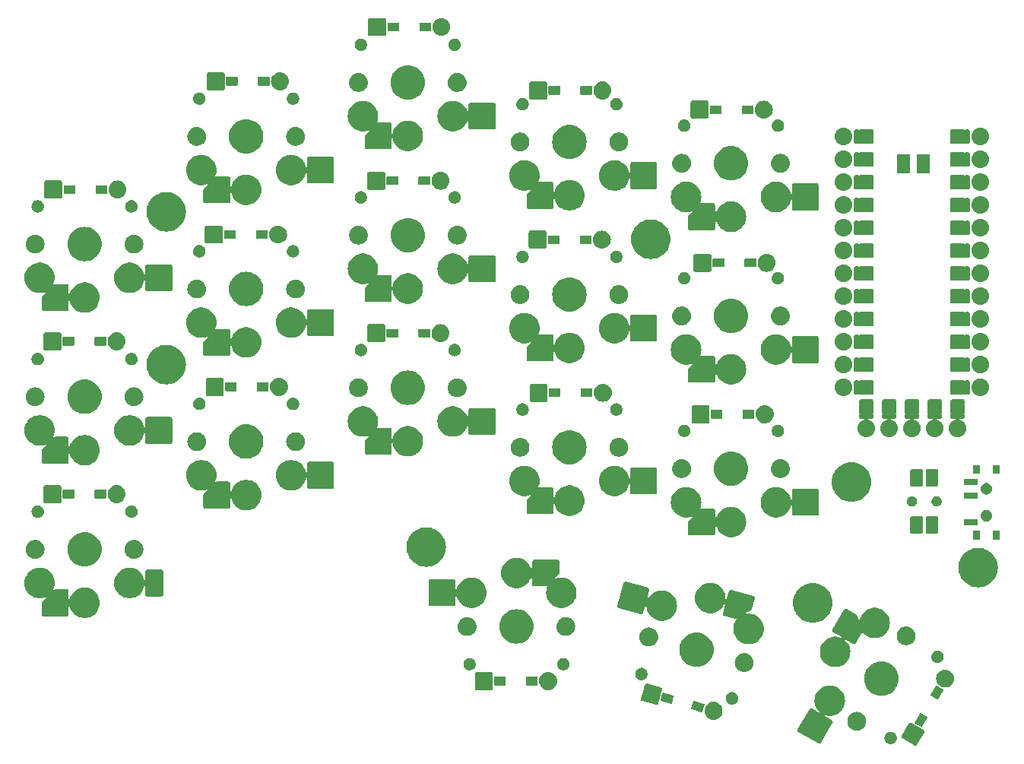
<source format=gts>
G04 #@! TF.GenerationSoftware,KiCad,Pcbnew,7.0.8*
G04 #@! TF.CreationDate,2023-11-05T17:01:39-05:00*
G04 #@! TF.ProjectId,dance,64616e63-652e-46b6-9963-61645f706362,1.0*
G04 #@! TF.SameCoordinates,Original*
G04 #@! TF.FileFunction,Soldermask,Top*
G04 #@! TF.FilePolarity,Negative*
%FSLAX46Y46*%
G04 Gerber Fmt 4.6, Leading zero omitted, Abs format (unit mm)*
G04 Created by KiCad (PCBNEW 7.0.8) date 2023-11-05 17:01:39*
%MOMM*%
%LPD*%
G01*
G04 APERTURE LIST*
G04 APERTURE END LIST*
G36*
X177977346Y-123726317D02*
G01*
X177981612Y-123728780D01*
X179358719Y-124523851D01*
X179358727Y-124523858D01*
X179362986Y-124526317D01*
X179421657Y-124577769D01*
X179456171Y-124647758D01*
X179461276Y-124725627D01*
X179436191Y-124799522D01*
X179104274Y-125374418D01*
X178638656Y-126180895D01*
X178638651Y-126180899D01*
X178636191Y-126185162D01*
X178584739Y-126243833D01*
X178514750Y-126278347D01*
X178436881Y-126283452D01*
X178362986Y-126258367D01*
X178009895Y-126054510D01*
X176981612Y-125460832D01*
X176981605Y-125460826D01*
X176977346Y-125458367D01*
X176918675Y-125406915D01*
X176884161Y-125336926D01*
X176879056Y-125259057D01*
X176904141Y-125185162D01*
X176906603Y-125180897D01*
X176906604Y-125180895D01*
X177701675Y-123803788D01*
X177701683Y-123803777D01*
X177704141Y-123799522D01*
X177755593Y-123740851D01*
X177825582Y-123706337D01*
X177903451Y-123701232D01*
X177977346Y-123726317D01*
G37*
G36*
X175729500Y-124720423D02*
G01*
X175771116Y-124720423D01*
X175806161Y-124729060D01*
X175841957Y-124733094D01*
X175888257Y-124749295D01*
X175933864Y-124760536D01*
X175960832Y-124774690D01*
X175988850Y-124784494D01*
X176036200Y-124814246D01*
X176082282Y-124838432D01*
X176100799Y-124854837D01*
X176120618Y-124867290D01*
X176165364Y-124912036D01*
X176207747Y-124949584D01*
X176218521Y-124965193D01*
X176230669Y-124977341D01*
X176268861Y-125038124D01*
X176302965Y-125087531D01*
X176307621Y-125099809D01*
X176313465Y-125109109D01*
X176341099Y-125188083D01*
X176362403Y-125244257D01*
X176363278Y-125251468D01*
X176364865Y-125256002D01*
X176378207Y-125374416D01*
X176382607Y-125410653D01*
X176378206Y-125446892D01*
X176364865Y-125565303D01*
X176363278Y-125569836D01*
X176362403Y-125577049D01*
X176341094Y-125633234D01*
X176313465Y-125712196D01*
X176307622Y-125721494D01*
X176302965Y-125733775D01*
X176268854Y-125783191D01*
X176230669Y-125843964D01*
X176218523Y-125856109D01*
X176207747Y-125871722D01*
X176165355Y-125909277D01*
X176120618Y-125954015D01*
X176100803Y-125966465D01*
X176082282Y-125982874D01*
X176036190Y-126007064D01*
X175988850Y-126036811D01*
X175960838Y-126046612D01*
X175933864Y-126060770D01*
X175888247Y-126072013D01*
X175841957Y-126088211D01*
X175806169Y-126092243D01*
X175771116Y-126100883D01*
X175729491Y-126100883D01*
X175687307Y-126105636D01*
X175645123Y-126100883D01*
X175603498Y-126100883D01*
X175568445Y-126092243D01*
X175532656Y-126088211D01*
X175486362Y-126072012D01*
X175440750Y-126060770D01*
X175413777Y-126046613D01*
X175385763Y-126036811D01*
X175338417Y-126007061D01*
X175292332Y-125982874D01*
X175273812Y-125966467D01*
X175253995Y-125954015D01*
X175209249Y-125909269D01*
X175166867Y-125871722D01*
X175156092Y-125856112D01*
X175143944Y-125843964D01*
X175105747Y-125783175D01*
X175071649Y-125733775D01*
X175066993Y-125721498D01*
X175061148Y-125712196D01*
X175033506Y-125633200D01*
X175012211Y-125577049D01*
X175011335Y-125569840D01*
X175009748Y-125565303D01*
X174996393Y-125446777D01*
X174992007Y-125410653D01*
X174996392Y-125374531D01*
X175009748Y-125256002D01*
X175011335Y-125251463D01*
X175012211Y-125244257D01*
X175033501Y-125188117D01*
X175061148Y-125109109D01*
X175066994Y-125099805D01*
X175071649Y-125087531D01*
X175105740Y-125038140D01*
X175143944Y-124977341D01*
X175156094Y-124965190D01*
X175166867Y-124949584D01*
X175209240Y-124912044D01*
X175253995Y-124867290D01*
X175273816Y-124854835D01*
X175292332Y-124838432D01*
X175338407Y-124814249D01*
X175385763Y-124784494D01*
X175413783Y-124774689D01*
X175440750Y-124760536D01*
X175486353Y-124749296D01*
X175532656Y-124733094D01*
X175568453Y-124729060D01*
X175603498Y-124720423D01*
X175645114Y-124720423D01*
X175687307Y-124715669D01*
X175729500Y-124720423D01*
G37*
G36*
X169290691Y-119587750D02*
G01*
X169533485Y-119662642D01*
X169762405Y-119772884D01*
X169972338Y-119916013D01*
X170158593Y-120088833D01*
X170317011Y-120287483D01*
X170444052Y-120507525D01*
X170536879Y-120744043D01*
X170593417Y-120991755D01*
X170612405Y-121245127D01*
X170593417Y-121498499D01*
X170536879Y-121746211D01*
X170444052Y-121982729D01*
X170317011Y-122202771D01*
X170158593Y-122401421D01*
X169972338Y-122574241D01*
X169762405Y-122717370D01*
X169533485Y-122827612D01*
X169290691Y-122902504D01*
X169039446Y-122940373D01*
X168785364Y-122940373D01*
X168534119Y-122902504D01*
X168291325Y-122827612D01*
X168290476Y-122827203D01*
X168268511Y-122820428D01*
X168232775Y-122902335D01*
X169146471Y-123429856D01*
X169146479Y-123429863D01*
X169150738Y-123432322D01*
X169209409Y-123483775D01*
X169243923Y-123553763D01*
X169249027Y-123631632D01*
X169223943Y-123705527D01*
X168705186Y-124604040D01*
X167926408Y-125952926D01*
X167926403Y-125952930D01*
X167923943Y-125957193D01*
X167872490Y-126015864D01*
X167802502Y-126050378D01*
X167724633Y-126055482D01*
X167650738Y-126030398D01*
X167099596Y-125712196D01*
X165403338Y-124732863D01*
X165403331Y-124732857D01*
X165399072Y-124730398D01*
X165340401Y-124678945D01*
X165305887Y-124608957D01*
X165300783Y-124531088D01*
X165325867Y-124457193D01*
X165328329Y-124452928D01*
X165328330Y-124452926D01*
X166623401Y-122209793D01*
X166623409Y-122209782D01*
X166625867Y-122205527D01*
X166677320Y-122146856D01*
X166747308Y-122112342D01*
X166825177Y-122107238D01*
X166899072Y-122132322D01*
X166903338Y-122134785D01*
X167817034Y-122662307D01*
X167870100Y-122590405D01*
X167853253Y-122574773D01*
X167852472Y-122574241D01*
X167666217Y-122401421D01*
X167507799Y-122202771D01*
X167380758Y-121982729D01*
X167287931Y-121746211D01*
X167231393Y-121498499D01*
X167212405Y-121245127D01*
X167231393Y-120991755D01*
X167287931Y-120744043D01*
X167380758Y-120507525D01*
X167507799Y-120287483D01*
X167666217Y-120088833D01*
X167852472Y-119916013D01*
X168062405Y-119772884D01*
X168291325Y-119662642D01*
X168534119Y-119587750D01*
X168785364Y-119549881D01*
X169039446Y-119549881D01*
X169290691Y-119587750D01*
G37*
G36*
X171957679Y-122506936D02*
G01*
X172006943Y-122506936D01*
X172061808Y-122517192D01*
X172115020Y-122522433D01*
X172155444Y-122534695D01*
X172197532Y-122542563D01*
X172255819Y-122565143D01*
X172312162Y-122582235D01*
X172344356Y-122599443D01*
X172378333Y-122612606D01*
X172437369Y-122649160D01*
X172493849Y-122679349D01*
X172517579Y-122698824D01*
X172543178Y-122714674D01*
X172599895Y-122766378D01*
X172653099Y-122810041D01*
X172668864Y-122829250D01*
X172686467Y-122845298D01*
X172737573Y-122912974D01*
X172783791Y-122969291D01*
X172792728Y-122986011D01*
X172803310Y-123000024D01*
X172845412Y-123084577D01*
X172880905Y-123150978D01*
X172884689Y-123163455D01*
X172889736Y-123173589D01*
X172919547Y-123278365D01*
X172940707Y-123348120D01*
X172941402Y-123355177D01*
X172942795Y-123360073D01*
X172957268Y-123516266D01*
X172960900Y-123553140D01*
X172957267Y-123590016D01*
X172942795Y-123746206D01*
X172941402Y-123751100D01*
X172940707Y-123758160D01*
X172919542Y-123827929D01*
X172889736Y-123932690D01*
X172884690Y-123942822D01*
X172880905Y-123955302D01*
X172845405Y-124021716D01*
X172803310Y-124106255D01*
X172792730Y-124120265D01*
X172783791Y-124136989D01*
X172737564Y-124193316D01*
X172686467Y-124260981D01*
X172668867Y-124277025D01*
X172653099Y-124296239D01*
X172599884Y-124339910D01*
X172543178Y-124391605D01*
X172517584Y-124407451D01*
X172493849Y-124426931D01*
X172437358Y-124457126D01*
X172378333Y-124493673D01*
X172344363Y-124506832D01*
X172312162Y-124524045D01*
X172255807Y-124541139D01*
X172197532Y-124563716D01*
X172155451Y-124571582D01*
X172115020Y-124583847D01*
X172061805Y-124589088D01*
X172006943Y-124599344D01*
X171957679Y-124599344D01*
X171910000Y-124604040D01*
X171862321Y-124599344D01*
X171813057Y-124599344D01*
X171758194Y-124589088D01*
X171704980Y-124583847D01*
X171664550Y-124571582D01*
X171622467Y-124563716D01*
X171564187Y-124541138D01*
X171507838Y-124524045D01*
X171475639Y-124506834D01*
X171441666Y-124493673D01*
X171382634Y-124457122D01*
X171326151Y-124426931D01*
X171302418Y-124407454D01*
X171276821Y-124391605D01*
X171220105Y-124339902D01*
X171166901Y-124296239D01*
X171151135Y-124277028D01*
X171133532Y-124260981D01*
X171082423Y-124193301D01*
X171036209Y-124136989D01*
X171027272Y-124120269D01*
X171016689Y-124106255D01*
X170974579Y-124021689D01*
X170939095Y-123955302D01*
X170935310Y-123942827D01*
X170930263Y-123932690D01*
X170900441Y-123827876D01*
X170879293Y-123758160D01*
X170878598Y-123751106D01*
X170877204Y-123746206D01*
X170862715Y-123589845D01*
X170859100Y-123553140D01*
X170862714Y-123516437D01*
X170877204Y-123360073D01*
X170878598Y-123355172D01*
X170879293Y-123348120D01*
X170900436Y-123278418D01*
X170930263Y-123173589D01*
X170935311Y-123163449D01*
X170939095Y-123150978D01*
X170974572Y-123084604D01*
X171016689Y-123000024D01*
X171027274Y-122986007D01*
X171036209Y-122969291D01*
X171082413Y-122912989D01*
X171133532Y-122845298D01*
X171151138Y-122829247D01*
X171166901Y-122810041D01*
X171220094Y-122766386D01*
X171276821Y-122714674D01*
X171302423Y-122698821D01*
X171326151Y-122679349D01*
X171382622Y-122649164D01*
X171441666Y-122612606D01*
X171475646Y-122599441D01*
X171507838Y-122582235D01*
X171564175Y-122565145D01*
X171622467Y-122542563D01*
X171664556Y-122534695D01*
X171704980Y-122522433D01*
X171758191Y-122517192D01*
X171813057Y-122506936D01*
X171862321Y-122506936D01*
X171910000Y-122502240D01*
X171957679Y-122506936D01*
G37*
G36*
X179005598Y-122654316D02*
G01*
X179008955Y-122654492D01*
X179012466Y-122654123D01*
X179014927Y-122655544D01*
X179027605Y-122657213D01*
X179027606Y-122657214D01*
X179034458Y-122661171D01*
X179034463Y-122661172D01*
X179756867Y-123078252D01*
X179756869Y-123078254D01*
X179763724Y-123082212D01*
X179763727Y-123082213D01*
X179771512Y-123092359D01*
X179773972Y-123093779D01*
X179775408Y-123097004D01*
X179777236Y-123099819D01*
X179787023Y-123112574D01*
X179784925Y-123128508D01*
X179784749Y-123131870D01*
X179785117Y-123135375D01*
X179783697Y-123137834D01*
X179782028Y-123150515D01*
X179778069Y-123157371D01*
X179778069Y-123157373D01*
X179185990Y-124182884D01*
X179185988Y-124182885D01*
X179182028Y-124189745D01*
X179171881Y-124197530D01*
X179170462Y-124199989D01*
X179167242Y-124201423D01*
X179164425Y-124203252D01*
X179151668Y-124213041D01*
X179135726Y-124210942D01*
X179132374Y-124210767D01*
X179128867Y-124211135D01*
X179126407Y-124209715D01*
X179113727Y-124208046D01*
X179106869Y-124204086D01*
X179106866Y-124204086D01*
X178384465Y-123787007D01*
X178384464Y-123787006D01*
X178377605Y-123783046D01*
X178369818Y-123772898D01*
X178367358Y-123771478D01*
X178365924Y-123768256D01*
X178364093Y-123765437D01*
X178354309Y-123752686D01*
X178356406Y-123736756D01*
X178356582Y-123733394D01*
X178356213Y-123729884D01*
X178357635Y-123727421D01*
X178359304Y-123714745D01*
X178363261Y-123707891D01*
X178363262Y-123707887D01*
X178955345Y-122682371D01*
X178955346Y-122682369D01*
X178959304Y-122675515D01*
X178969448Y-122667730D01*
X178970870Y-122665268D01*
X178974094Y-122663833D01*
X178976918Y-122661998D01*
X178989664Y-122652219D01*
X179005598Y-122654316D01*
G37*
G36*
X156163523Y-121405348D02*
G01*
X156351116Y-121462253D01*
X156524003Y-121554663D01*
X156675540Y-121679026D01*
X156799903Y-121830563D01*
X156892313Y-122003450D01*
X156949218Y-122191043D01*
X156968433Y-122386133D01*
X156949218Y-122581223D01*
X156892313Y-122768816D01*
X156799903Y-122941703D01*
X156675540Y-123093240D01*
X156524003Y-123217603D01*
X156351116Y-123310013D01*
X156163523Y-123366918D01*
X155968433Y-123386133D01*
X155773343Y-123366918D01*
X155585750Y-123310013D01*
X155412863Y-123217603D01*
X155261326Y-123093240D01*
X155136963Y-122941703D01*
X155044553Y-122768816D01*
X154987648Y-122581223D01*
X154968433Y-122386133D01*
X154987648Y-122191043D01*
X155044553Y-122003450D01*
X155136963Y-121830563D01*
X155261326Y-121679026D01*
X155412863Y-121554663D01*
X155585750Y-121462253D01*
X155773343Y-121405348D01*
X155968433Y-121386133D01*
X156163523Y-121405348D01*
G37*
G36*
X153779828Y-121307942D02*
G01*
X153779832Y-121307942D01*
X154923644Y-121614426D01*
X154923646Y-121614427D01*
X154931295Y-121616477D01*
X154941440Y-121624261D01*
X154944183Y-121624996D01*
X154946402Y-121627737D01*
X154948897Y-121629984D01*
X154961655Y-121639773D01*
X154963752Y-121655706D01*
X154964452Y-121658997D01*
X154965715Y-121662288D01*
X154964980Y-121665031D01*
X154966650Y-121677714D01*
X154964599Y-121685364D01*
X154964600Y-121685365D01*
X154748705Y-122491100D01*
X154748703Y-122491102D01*
X154746654Y-122498751D01*
X154738866Y-122508899D01*
X154738132Y-122511639D01*
X154735394Y-122513857D01*
X154733152Y-122516346D01*
X154723358Y-122529111D01*
X154707414Y-122531210D01*
X154704132Y-122531908D01*
X154700840Y-122533171D01*
X154698098Y-122532436D01*
X154685417Y-122534106D01*
X154677766Y-122532055D01*
X154677765Y-122532056D01*
X153533955Y-122225573D01*
X153533953Y-122225572D01*
X153526306Y-122223523D01*
X153516161Y-122215738D01*
X153513417Y-122215003D01*
X153511197Y-122212261D01*
X153508704Y-122210016D01*
X153495946Y-122200227D01*
X153493849Y-122184302D01*
X153493148Y-122181003D01*
X153491884Y-122177710D01*
X153492620Y-122174963D01*
X153490951Y-122162286D01*
X153492999Y-122154641D01*
X153492999Y-122154636D01*
X153708896Y-121348898D01*
X153708898Y-121348894D01*
X153710947Y-121341249D01*
X153718731Y-121331104D01*
X153719466Y-121328359D01*
X153722208Y-121326140D01*
X153724459Y-121323639D01*
X153734243Y-121310889D01*
X153750171Y-121308791D01*
X153753466Y-121308092D01*
X153756759Y-121306827D01*
X153759504Y-121307563D01*
X153772184Y-121305894D01*
X153779828Y-121307942D01*
G37*
G36*
X148546209Y-119362078D02*
G01*
X149411516Y-119593936D01*
X150086931Y-119774912D01*
X150086933Y-119774913D01*
X150091691Y-119776188D01*
X150161680Y-119810703D01*
X150213132Y-119869374D01*
X150238216Y-119943268D01*
X150233112Y-120021137D01*
X149819002Y-121566619D01*
X149784487Y-121636608D01*
X149725816Y-121688060D01*
X149651922Y-121713144D01*
X149574053Y-121708040D01*
X148028571Y-121293930D01*
X147958582Y-121259415D01*
X147907130Y-121200744D01*
X147882046Y-121126850D01*
X147887150Y-121048981D01*
X148091192Y-120287483D01*
X148299984Y-119508258D01*
X148299985Y-119508254D01*
X148301260Y-119503499D01*
X148335775Y-119433510D01*
X148394446Y-119382058D01*
X148468340Y-119356974D01*
X148546209Y-119362078D01*
G37*
G36*
X158057286Y-120297694D02*
G01*
X158098902Y-120297694D01*
X158133947Y-120306331D01*
X158169743Y-120310365D01*
X158216043Y-120326566D01*
X158261650Y-120337807D01*
X158288618Y-120351961D01*
X158316636Y-120361765D01*
X158363986Y-120391517D01*
X158410068Y-120415703D01*
X158428585Y-120432108D01*
X158448404Y-120444561D01*
X158493150Y-120489307D01*
X158535533Y-120526855D01*
X158546307Y-120542464D01*
X158558455Y-120554612D01*
X158596647Y-120615395D01*
X158630751Y-120664802D01*
X158635407Y-120677080D01*
X158641251Y-120686380D01*
X158668885Y-120765354D01*
X158690189Y-120821528D01*
X158691064Y-120828739D01*
X158692651Y-120833273D01*
X158705993Y-120951687D01*
X158710393Y-120987924D01*
X158705992Y-121024163D01*
X158692651Y-121142574D01*
X158691064Y-121147107D01*
X158690189Y-121154320D01*
X158668880Y-121210505D01*
X158641251Y-121289467D01*
X158635408Y-121298765D01*
X158630751Y-121311046D01*
X158596640Y-121360462D01*
X158558455Y-121421235D01*
X158546309Y-121433380D01*
X158535533Y-121448993D01*
X158493141Y-121486548D01*
X158448404Y-121531286D01*
X158428589Y-121543736D01*
X158410068Y-121560145D01*
X158363976Y-121584335D01*
X158316636Y-121614082D01*
X158288624Y-121623883D01*
X158261650Y-121638041D01*
X158216033Y-121649284D01*
X158169743Y-121665482D01*
X158133955Y-121669514D01*
X158098902Y-121678154D01*
X158057277Y-121678154D01*
X158015093Y-121682907D01*
X157972909Y-121678154D01*
X157931284Y-121678154D01*
X157896231Y-121669514D01*
X157860442Y-121665482D01*
X157814148Y-121649283D01*
X157768536Y-121638041D01*
X157741563Y-121623884D01*
X157713549Y-121614082D01*
X157666203Y-121584332D01*
X157620118Y-121560145D01*
X157601598Y-121543738D01*
X157581781Y-121531286D01*
X157537035Y-121486540D01*
X157494653Y-121448993D01*
X157483878Y-121433383D01*
X157471730Y-121421235D01*
X157433533Y-121360446D01*
X157399435Y-121311046D01*
X157394779Y-121298769D01*
X157388934Y-121289467D01*
X157361292Y-121210471D01*
X157339997Y-121154320D01*
X157339121Y-121147111D01*
X157337534Y-121142574D01*
X157324179Y-121024048D01*
X157319793Y-120987924D01*
X157324178Y-120951802D01*
X157337534Y-120833273D01*
X157339121Y-120828734D01*
X157339997Y-120821528D01*
X157361287Y-120765388D01*
X157388934Y-120686380D01*
X157394780Y-120677076D01*
X157399435Y-120664802D01*
X157433526Y-120615411D01*
X157471730Y-120554612D01*
X157483880Y-120542461D01*
X157494653Y-120526855D01*
X157537026Y-120489315D01*
X157581781Y-120444561D01*
X157601602Y-120432106D01*
X157620118Y-120415703D01*
X157666193Y-120391520D01*
X157713549Y-120361765D01*
X157741569Y-120351960D01*
X157768536Y-120337807D01*
X157814139Y-120326567D01*
X157860442Y-120310365D01*
X157896239Y-120306331D01*
X157931284Y-120297694D01*
X157972900Y-120297694D01*
X158015093Y-120292940D01*
X158057286Y-120297694D01*
G37*
G36*
X150350791Y-120389134D02*
G01*
X150350795Y-120389134D01*
X151494607Y-120695618D01*
X151494609Y-120695619D01*
X151502258Y-120697669D01*
X151512403Y-120705453D01*
X151515146Y-120706188D01*
X151517365Y-120708929D01*
X151519860Y-120711176D01*
X151532618Y-120720965D01*
X151534715Y-120736898D01*
X151535415Y-120740189D01*
X151536678Y-120743480D01*
X151535943Y-120746223D01*
X151537613Y-120758906D01*
X151535562Y-120766556D01*
X151535563Y-120766557D01*
X151319668Y-121572292D01*
X151319666Y-121572294D01*
X151317617Y-121579943D01*
X151309829Y-121590091D01*
X151309095Y-121592831D01*
X151306357Y-121595049D01*
X151304115Y-121597538D01*
X151294321Y-121610303D01*
X151278377Y-121612402D01*
X151275095Y-121613100D01*
X151271803Y-121614363D01*
X151269061Y-121613628D01*
X151256380Y-121615298D01*
X151248729Y-121613247D01*
X151248728Y-121613248D01*
X150104918Y-121306765D01*
X150104916Y-121306764D01*
X150097269Y-121304715D01*
X150087124Y-121296930D01*
X150084380Y-121296195D01*
X150082160Y-121293453D01*
X150079667Y-121291208D01*
X150066909Y-121281419D01*
X150064812Y-121265494D01*
X150064111Y-121262195D01*
X150062847Y-121258902D01*
X150063583Y-121256155D01*
X150061914Y-121243478D01*
X150063962Y-121235833D01*
X150063962Y-121235828D01*
X150279859Y-120430090D01*
X150279861Y-120430086D01*
X150281910Y-120422441D01*
X150289694Y-120412296D01*
X150290429Y-120409551D01*
X150293171Y-120407332D01*
X150295422Y-120404831D01*
X150305206Y-120392081D01*
X150321134Y-120389983D01*
X150324429Y-120389284D01*
X150327722Y-120388019D01*
X150330467Y-120388755D01*
X150343147Y-120387086D01*
X150350791Y-120389134D01*
G37*
G36*
X180780598Y-119579926D02*
G01*
X180783955Y-119580102D01*
X180787466Y-119579733D01*
X180789927Y-119581154D01*
X180802605Y-119582823D01*
X180802606Y-119582824D01*
X180809458Y-119586781D01*
X180809463Y-119586782D01*
X181531867Y-120003862D01*
X181531869Y-120003864D01*
X181538724Y-120007822D01*
X181538727Y-120007823D01*
X181546512Y-120017969D01*
X181548972Y-120019389D01*
X181550408Y-120022614D01*
X181552236Y-120025429D01*
X181562023Y-120038184D01*
X181559925Y-120054118D01*
X181559749Y-120057480D01*
X181560117Y-120060985D01*
X181558697Y-120063444D01*
X181557028Y-120076125D01*
X181553069Y-120082981D01*
X181553069Y-120082983D01*
X180960990Y-121108494D01*
X180960988Y-121108495D01*
X180957028Y-121115355D01*
X180946881Y-121123140D01*
X180945462Y-121125599D01*
X180942242Y-121127033D01*
X180939425Y-121128862D01*
X180926668Y-121138651D01*
X180910726Y-121136552D01*
X180907374Y-121136377D01*
X180903867Y-121136745D01*
X180901407Y-121135325D01*
X180888727Y-121133656D01*
X180881869Y-121129696D01*
X180881866Y-121129696D01*
X180159465Y-120712617D01*
X180159464Y-120712616D01*
X180152605Y-120708656D01*
X180144818Y-120698508D01*
X180142358Y-120697088D01*
X180140924Y-120693866D01*
X180139093Y-120691047D01*
X180129309Y-120678296D01*
X180131406Y-120662366D01*
X180131582Y-120659004D01*
X180131213Y-120655494D01*
X180132635Y-120653031D01*
X180134304Y-120640355D01*
X180138261Y-120633501D01*
X180138262Y-120633497D01*
X180730345Y-119607981D01*
X180730346Y-119607979D01*
X180734304Y-119601125D01*
X180744448Y-119593340D01*
X180745870Y-119590878D01*
X180749094Y-119589443D01*
X180751918Y-119587608D01*
X180764664Y-119577829D01*
X180780598Y-119579926D01*
G37*
G36*
X174932462Y-116894987D02*
G01*
X175199377Y-116953051D01*
X175455312Y-117048510D01*
X175695057Y-117179420D01*
X175913731Y-117343117D01*
X176106883Y-117536269D01*
X176270580Y-117754943D01*
X176401490Y-117994688D01*
X176496949Y-118250623D01*
X176555013Y-118517538D01*
X176574500Y-118790000D01*
X176555013Y-119062462D01*
X176496949Y-119329377D01*
X176401490Y-119585312D01*
X176270580Y-119825057D01*
X176106883Y-120043731D01*
X175913731Y-120236883D01*
X175695057Y-120400580D01*
X175455312Y-120531490D01*
X175199377Y-120626949D01*
X174932462Y-120685013D01*
X174660000Y-120704500D01*
X174387538Y-120685013D01*
X174120623Y-120626949D01*
X173864688Y-120531490D01*
X173624943Y-120400580D01*
X173406269Y-120236883D01*
X173213117Y-120043731D01*
X173049420Y-119825057D01*
X172918510Y-119585312D01*
X172823051Y-119329377D01*
X172764987Y-119062462D01*
X172745500Y-118790000D01*
X172764987Y-118517538D01*
X172823051Y-118250623D01*
X172918510Y-117994688D01*
X173049420Y-117754943D01*
X173213117Y-117536269D01*
X173406269Y-117343117D01*
X173624943Y-117179420D01*
X173864688Y-117048510D01*
X174120623Y-116953051D01*
X174387538Y-116894987D01*
X174660000Y-116875500D01*
X174932462Y-116894987D01*
G37*
G36*
X131260137Y-118090424D02*
G01*
X131325021Y-118133779D01*
X131368376Y-118198663D01*
X131383600Y-118275200D01*
X131383600Y-119875200D01*
X131368376Y-119951737D01*
X131325021Y-120016621D01*
X131260137Y-120059976D01*
X131183600Y-120075200D01*
X129583600Y-120075200D01*
X129507063Y-120059976D01*
X129442179Y-120016621D01*
X129398824Y-119951737D01*
X129383600Y-119875200D01*
X129383600Y-118275200D01*
X129398824Y-118198663D01*
X129442179Y-118133779D01*
X129507063Y-118090424D01*
X129583600Y-118075200D01*
X131183600Y-118075200D01*
X131260137Y-118090424D01*
G37*
G36*
X137730690Y-118094415D02*
G01*
X137918283Y-118151320D01*
X138091170Y-118243730D01*
X138242707Y-118368093D01*
X138367070Y-118519630D01*
X138459480Y-118692517D01*
X138516385Y-118880110D01*
X138535600Y-119075200D01*
X138516385Y-119270290D01*
X138459480Y-119457883D01*
X138367070Y-119630770D01*
X138242707Y-119782307D01*
X138091170Y-119906670D01*
X137918283Y-119999080D01*
X137730690Y-120055985D01*
X137535600Y-120075200D01*
X137340510Y-120055985D01*
X137152917Y-119999080D01*
X136980030Y-119906670D01*
X136828493Y-119782307D01*
X136704130Y-119630770D01*
X136611720Y-119457883D01*
X136554815Y-119270290D01*
X136535600Y-119075200D01*
X136554815Y-118880110D01*
X136611720Y-118692517D01*
X136704130Y-118519630D01*
X136828493Y-118368093D01*
X136980030Y-118243730D01*
X137152917Y-118151320D01*
X137340510Y-118094415D01*
X137535600Y-118075200D01*
X137730690Y-118094415D01*
G37*
G36*
X181941256Y-117817743D02*
G01*
X182128849Y-117874648D01*
X182301736Y-117967058D01*
X182453273Y-118091421D01*
X182577636Y-118242958D01*
X182670046Y-118415845D01*
X182726951Y-118603438D01*
X182746166Y-118798528D01*
X182726951Y-118993618D01*
X182670046Y-119181211D01*
X182577636Y-119354098D01*
X182453273Y-119505635D01*
X182301736Y-119629998D01*
X182128849Y-119722408D01*
X181941256Y-119779313D01*
X181746166Y-119798528D01*
X181551076Y-119779313D01*
X181363483Y-119722408D01*
X181190596Y-119629998D01*
X181039059Y-119505635D01*
X180914696Y-119354098D01*
X180822286Y-119181211D01*
X180765381Y-118993618D01*
X180746166Y-118798528D01*
X180765381Y-118603438D01*
X180822286Y-118415845D01*
X180914696Y-118242958D01*
X181039059Y-118091421D01*
X181190596Y-117967058D01*
X181363483Y-117874648D01*
X181551076Y-117817743D01*
X181746166Y-117798528D01*
X181941256Y-117817743D01*
G37*
G36*
X132796415Y-118605094D02*
G01*
X132799256Y-118605094D01*
X132802109Y-118607167D01*
X132805103Y-118608693D01*
X132819955Y-118614845D01*
X132826107Y-118629696D01*
X132827632Y-118632690D01*
X132829706Y-118635544D01*
X132829706Y-118638385D01*
X132834600Y-118650200D01*
X132834600Y-119500200D01*
X132829706Y-119512014D01*
X132829706Y-119514854D01*
X132827633Y-119517708D01*
X132826108Y-119520700D01*
X132819955Y-119535555D01*
X132805100Y-119541708D01*
X132802108Y-119543233D01*
X132799255Y-119545306D01*
X132796415Y-119545306D01*
X132784600Y-119550200D01*
X132776680Y-119550200D01*
X131592520Y-119550200D01*
X131584600Y-119550200D01*
X131572785Y-119545306D01*
X131569945Y-119545306D01*
X131567090Y-119543232D01*
X131564096Y-119541707D01*
X131549245Y-119535555D01*
X131543093Y-119520703D01*
X131541567Y-119517709D01*
X131539494Y-119514855D01*
X131539494Y-119512014D01*
X131534600Y-119500200D01*
X131534600Y-118650200D01*
X131539494Y-118638385D01*
X131539494Y-118635543D01*
X131541568Y-118632689D01*
X131543096Y-118629689D01*
X131549245Y-118614845D01*
X131564089Y-118608696D01*
X131567089Y-118607168D01*
X131569944Y-118605094D01*
X131572785Y-118605094D01*
X131584600Y-118600200D01*
X132784600Y-118600200D01*
X132796415Y-118605094D01*
G37*
G36*
X136346415Y-118605094D02*
G01*
X136349256Y-118605094D01*
X136352109Y-118607167D01*
X136355103Y-118608693D01*
X136369955Y-118614845D01*
X136376107Y-118629696D01*
X136377632Y-118632690D01*
X136379706Y-118635544D01*
X136379706Y-118638385D01*
X136384600Y-118650200D01*
X136384600Y-119500200D01*
X136379706Y-119512014D01*
X136379706Y-119514854D01*
X136377633Y-119517708D01*
X136376108Y-119520700D01*
X136369955Y-119535555D01*
X136355100Y-119541708D01*
X136352108Y-119543233D01*
X136349255Y-119545306D01*
X136346415Y-119545306D01*
X136334600Y-119550200D01*
X136326680Y-119550200D01*
X135142520Y-119550200D01*
X135134600Y-119550200D01*
X135122785Y-119545306D01*
X135119945Y-119545306D01*
X135117090Y-119543232D01*
X135114096Y-119541707D01*
X135099245Y-119535555D01*
X135093093Y-119520703D01*
X135091567Y-119517709D01*
X135089494Y-119514855D01*
X135089494Y-119512014D01*
X135084600Y-119500200D01*
X135084600Y-118650200D01*
X135089494Y-118638385D01*
X135089494Y-118635543D01*
X135091568Y-118632689D01*
X135093096Y-118629689D01*
X135099245Y-118614845D01*
X135114089Y-118608696D01*
X135117089Y-118607168D01*
X135119944Y-118605094D01*
X135122785Y-118605094D01*
X135134600Y-118600200D01*
X136334600Y-118600200D01*
X136346415Y-118605094D01*
G37*
G36*
X147973020Y-117595623D02*
G01*
X148014636Y-117595623D01*
X148049681Y-117604260D01*
X148085477Y-117608294D01*
X148131777Y-117624495D01*
X148177384Y-117635736D01*
X148204352Y-117649890D01*
X148232370Y-117659694D01*
X148279720Y-117689446D01*
X148325802Y-117713632D01*
X148344319Y-117730037D01*
X148364138Y-117742490D01*
X148408884Y-117787236D01*
X148451267Y-117824784D01*
X148462041Y-117840393D01*
X148474189Y-117852541D01*
X148512381Y-117913324D01*
X148546485Y-117962731D01*
X148551141Y-117975009D01*
X148556985Y-117984309D01*
X148584619Y-118063283D01*
X148605923Y-118119457D01*
X148606798Y-118126668D01*
X148608385Y-118131202D01*
X148621727Y-118249616D01*
X148626127Y-118285853D01*
X148621726Y-118322092D01*
X148608385Y-118440503D01*
X148606798Y-118445036D01*
X148605923Y-118452249D01*
X148584614Y-118508434D01*
X148556985Y-118587396D01*
X148551142Y-118596694D01*
X148546485Y-118608975D01*
X148512374Y-118658391D01*
X148474189Y-118719164D01*
X148462043Y-118731309D01*
X148451267Y-118746922D01*
X148408875Y-118784477D01*
X148364138Y-118829215D01*
X148344323Y-118841665D01*
X148325802Y-118858074D01*
X148279710Y-118882264D01*
X148232370Y-118912011D01*
X148204358Y-118921812D01*
X148177384Y-118935970D01*
X148131767Y-118947213D01*
X148085477Y-118963411D01*
X148049689Y-118967443D01*
X148014636Y-118976083D01*
X147973011Y-118976083D01*
X147930827Y-118980836D01*
X147888643Y-118976083D01*
X147847018Y-118976083D01*
X147811965Y-118967443D01*
X147776176Y-118963411D01*
X147729882Y-118947212D01*
X147684270Y-118935970D01*
X147657297Y-118921813D01*
X147629283Y-118912011D01*
X147581937Y-118882261D01*
X147535852Y-118858074D01*
X147517332Y-118841667D01*
X147497515Y-118829215D01*
X147452769Y-118784469D01*
X147410387Y-118746922D01*
X147399612Y-118731312D01*
X147387464Y-118719164D01*
X147349267Y-118658375D01*
X147315169Y-118608975D01*
X147310513Y-118596698D01*
X147304668Y-118587396D01*
X147277026Y-118508400D01*
X147255731Y-118452249D01*
X147254855Y-118445040D01*
X147253268Y-118440503D01*
X147239913Y-118321977D01*
X147235527Y-118285853D01*
X147239912Y-118249731D01*
X147253268Y-118131202D01*
X147254855Y-118126663D01*
X147255731Y-118119457D01*
X147277021Y-118063317D01*
X147304668Y-117984309D01*
X147310514Y-117975005D01*
X147315169Y-117962731D01*
X147349260Y-117913340D01*
X147387464Y-117852541D01*
X147399614Y-117840390D01*
X147410387Y-117824784D01*
X147452760Y-117787244D01*
X147497515Y-117742490D01*
X147517336Y-117730035D01*
X147535852Y-117713632D01*
X147581927Y-117689449D01*
X147629283Y-117659694D01*
X147657303Y-117649889D01*
X147684270Y-117635736D01*
X147729873Y-117624496D01*
X147776176Y-117608294D01*
X147811973Y-117604260D01*
X147847018Y-117595623D01*
X147888634Y-117595623D01*
X147930827Y-117590869D01*
X147973020Y-117595623D01*
G37*
G36*
X159420271Y-115957301D02*
G01*
X159469535Y-115957301D01*
X159524400Y-115967557D01*
X159577612Y-115972798D01*
X159618036Y-115985060D01*
X159660124Y-115992928D01*
X159718411Y-116015508D01*
X159774754Y-116032600D01*
X159806948Y-116049808D01*
X159840925Y-116062971D01*
X159899961Y-116099525D01*
X159956441Y-116129714D01*
X159980171Y-116149189D01*
X160005770Y-116165039D01*
X160062487Y-116216743D01*
X160115691Y-116260406D01*
X160131456Y-116279615D01*
X160149059Y-116295663D01*
X160200165Y-116363339D01*
X160246383Y-116419656D01*
X160255320Y-116436376D01*
X160265902Y-116450389D01*
X160308004Y-116534942D01*
X160343497Y-116601343D01*
X160347281Y-116613820D01*
X160352328Y-116623954D01*
X160382139Y-116728730D01*
X160403299Y-116798485D01*
X160403994Y-116805542D01*
X160405387Y-116810438D01*
X160419860Y-116966631D01*
X160423492Y-117003505D01*
X160419859Y-117040381D01*
X160405387Y-117196571D01*
X160403994Y-117201465D01*
X160403299Y-117208525D01*
X160382134Y-117278294D01*
X160352328Y-117383055D01*
X160347282Y-117393187D01*
X160343497Y-117405667D01*
X160307997Y-117472081D01*
X160265902Y-117556620D01*
X160255322Y-117570630D01*
X160246383Y-117587354D01*
X160200156Y-117643681D01*
X160149059Y-117711346D01*
X160131459Y-117727390D01*
X160115691Y-117746604D01*
X160062476Y-117790275D01*
X160005770Y-117841970D01*
X159980176Y-117857816D01*
X159956441Y-117877296D01*
X159899950Y-117907491D01*
X159840925Y-117944038D01*
X159806955Y-117957197D01*
X159774754Y-117974410D01*
X159718399Y-117991504D01*
X159660124Y-118014081D01*
X159618043Y-118021947D01*
X159577612Y-118034212D01*
X159524397Y-118039453D01*
X159469535Y-118049709D01*
X159420271Y-118049709D01*
X159372592Y-118054405D01*
X159324913Y-118049709D01*
X159275649Y-118049709D01*
X159220786Y-118039453D01*
X159167572Y-118034212D01*
X159127142Y-118021947D01*
X159085059Y-118014081D01*
X159026779Y-117991503D01*
X158970430Y-117974410D01*
X158938231Y-117957199D01*
X158904258Y-117944038D01*
X158845226Y-117907487D01*
X158788743Y-117877296D01*
X158765010Y-117857819D01*
X158739413Y-117841970D01*
X158682697Y-117790267D01*
X158629493Y-117746604D01*
X158613727Y-117727393D01*
X158596124Y-117711346D01*
X158545015Y-117643666D01*
X158498801Y-117587354D01*
X158489864Y-117570634D01*
X158479281Y-117556620D01*
X158437171Y-117472054D01*
X158401687Y-117405667D01*
X158397902Y-117393192D01*
X158392855Y-117383055D01*
X158363033Y-117278241D01*
X158341885Y-117208525D01*
X158341190Y-117201471D01*
X158339796Y-117196571D01*
X158325307Y-117040210D01*
X158321692Y-117003505D01*
X158325306Y-116966802D01*
X158339796Y-116810438D01*
X158341190Y-116805537D01*
X158341885Y-116798485D01*
X158363028Y-116728783D01*
X158392855Y-116623954D01*
X158397903Y-116613814D01*
X158401687Y-116601343D01*
X158437164Y-116534969D01*
X158479281Y-116450389D01*
X158489866Y-116436372D01*
X158498801Y-116419656D01*
X158545005Y-116363354D01*
X158596124Y-116295663D01*
X158613730Y-116279612D01*
X158629493Y-116260406D01*
X158682686Y-116216751D01*
X158739413Y-116165039D01*
X158765015Y-116149186D01*
X158788743Y-116129714D01*
X158845214Y-116099529D01*
X158904258Y-116062971D01*
X158938238Y-116049806D01*
X158970430Y-116032600D01*
X159026767Y-116015510D01*
X159085059Y-115992928D01*
X159127148Y-115985060D01*
X159167572Y-115972798D01*
X159220783Y-115967557D01*
X159275649Y-115957301D01*
X159324913Y-115957301D01*
X159372592Y-115952605D01*
X159420271Y-115957301D01*
G37*
G36*
X128832193Y-116499770D02*
G01*
X128873809Y-116499770D01*
X128908854Y-116508407D01*
X128944650Y-116512441D01*
X128990950Y-116528642D01*
X129036557Y-116539883D01*
X129063525Y-116554037D01*
X129091543Y-116563841D01*
X129138893Y-116593593D01*
X129184975Y-116617779D01*
X129203492Y-116634184D01*
X129223311Y-116646637D01*
X129268057Y-116691383D01*
X129310440Y-116728931D01*
X129321214Y-116744540D01*
X129333362Y-116756688D01*
X129371554Y-116817471D01*
X129405658Y-116866878D01*
X129410314Y-116879156D01*
X129416158Y-116888456D01*
X129443792Y-116967430D01*
X129465096Y-117023604D01*
X129465971Y-117030815D01*
X129467558Y-117035349D01*
X129480900Y-117153763D01*
X129485300Y-117190000D01*
X129480899Y-117226239D01*
X129467558Y-117344650D01*
X129465971Y-117349183D01*
X129465096Y-117356396D01*
X129443787Y-117412581D01*
X129416158Y-117491543D01*
X129410315Y-117500841D01*
X129405658Y-117513122D01*
X129371547Y-117562538D01*
X129333362Y-117623311D01*
X129321216Y-117635456D01*
X129310440Y-117651069D01*
X129268048Y-117688624D01*
X129223311Y-117733362D01*
X129203496Y-117745812D01*
X129184975Y-117762221D01*
X129138883Y-117786411D01*
X129091543Y-117816158D01*
X129063531Y-117825959D01*
X129036557Y-117840117D01*
X128990940Y-117851360D01*
X128944650Y-117867558D01*
X128908862Y-117871590D01*
X128873809Y-117880230D01*
X128832184Y-117880230D01*
X128790000Y-117884983D01*
X128747816Y-117880230D01*
X128706191Y-117880230D01*
X128671138Y-117871590D01*
X128635349Y-117867558D01*
X128589055Y-117851359D01*
X128543443Y-117840117D01*
X128516470Y-117825960D01*
X128488456Y-117816158D01*
X128441110Y-117786408D01*
X128395025Y-117762221D01*
X128376505Y-117745814D01*
X128356688Y-117733362D01*
X128311942Y-117688616D01*
X128269560Y-117651069D01*
X128258785Y-117635459D01*
X128246637Y-117623311D01*
X128208440Y-117562522D01*
X128174342Y-117513122D01*
X128169686Y-117500845D01*
X128163841Y-117491543D01*
X128136199Y-117412547D01*
X128114904Y-117356396D01*
X128114028Y-117349187D01*
X128112441Y-117344650D01*
X128099086Y-117226124D01*
X128094700Y-117190000D01*
X128099085Y-117153878D01*
X128112441Y-117035349D01*
X128114028Y-117030810D01*
X128114904Y-117023604D01*
X128136194Y-116967464D01*
X128163841Y-116888456D01*
X128169687Y-116879152D01*
X128174342Y-116866878D01*
X128208433Y-116817487D01*
X128246637Y-116756688D01*
X128258787Y-116744537D01*
X128269560Y-116728931D01*
X128311933Y-116691391D01*
X128356688Y-116646637D01*
X128376509Y-116634182D01*
X128395025Y-116617779D01*
X128441100Y-116593596D01*
X128488456Y-116563841D01*
X128516476Y-116554036D01*
X128543443Y-116539883D01*
X128589046Y-116528643D01*
X128635349Y-116512441D01*
X128671146Y-116508407D01*
X128706191Y-116499770D01*
X128747807Y-116499770D01*
X128790000Y-116495016D01*
X128832193Y-116499770D01*
G37*
G36*
X139272193Y-116499770D02*
G01*
X139313809Y-116499770D01*
X139348854Y-116508407D01*
X139384650Y-116512441D01*
X139430950Y-116528642D01*
X139476557Y-116539883D01*
X139503525Y-116554037D01*
X139531543Y-116563841D01*
X139578893Y-116593593D01*
X139624975Y-116617779D01*
X139643492Y-116634184D01*
X139663311Y-116646637D01*
X139708057Y-116691383D01*
X139750440Y-116728931D01*
X139761214Y-116744540D01*
X139773362Y-116756688D01*
X139811554Y-116817471D01*
X139845658Y-116866878D01*
X139850314Y-116879156D01*
X139856158Y-116888456D01*
X139883792Y-116967430D01*
X139905096Y-117023604D01*
X139905971Y-117030815D01*
X139907558Y-117035349D01*
X139920900Y-117153763D01*
X139925300Y-117190000D01*
X139920899Y-117226239D01*
X139907558Y-117344650D01*
X139905971Y-117349183D01*
X139905096Y-117356396D01*
X139883787Y-117412581D01*
X139856158Y-117491543D01*
X139850315Y-117500841D01*
X139845658Y-117513122D01*
X139811547Y-117562538D01*
X139773362Y-117623311D01*
X139761216Y-117635456D01*
X139750440Y-117651069D01*
X139708048Y-117688624D01*
X139663311Y-117733362D01*
X139643496Y-117745812D01*
X139624975Y-117762221D01*
X139578883Y-117786411D01*
X139531543Y-117816158D01*
X139503531Y-117825959D01*
X139476557Y-117840117D01*
X139430940Y-117851360D01*
X139384650Y-117867558D01*
X139348862Y-117871590D01*
X139313809Y-117880230D01*
X139272184Y-117880230D01*
X139230000Y-117884983D01*
X139187816Y-117880230D01*
X139146191Y-117880230D01*
X139111138Y-117871590D01*
X139075349Y-117867558D01*
X139029055Y-117851359D01*
X138983443Y-117840117D01*
X138956470Y-117825960D01*
X138928456Y-117816158D01*
X138881110Y-117786408D01*
X138835025Y-117762221D01*
X138816505Y-117745814D01*
X138796688Y-117733362D01*
X138751942Y-117688616D01*
X138709560Y-117651069D01*
X138698785Y-117635459D01*
X138686637Y-117623311D01*
X138648440Y-117562522D01*
X138614342Y-117513122D01*
X138609686Y-117500845D01*
X138603841Y-117491543D01*
X138576199Y-117412547D01*
X138554904Y-117356396D01*
X138554028Y-117349187D01*
X138552441Y-117344650D01*
X138539086Y-117226124D01*
X138534700Y-117190000D01*
X138539085Y-117153878D01*
X138552441Y-117035349D01*
X138554028Y-117030810D01*
X138554904Y-117023604D01*
X138576194Y-116967464D01*
X138603841Y-116888456D01*
X138609687Y-116879152D01*
X138614342Y-116866878D01*
X138648433Y-116817487D01*
X138686637Y-116756688D01*
X138698787Y-116744537D01*
X138709560Y-116728931D01*
X138751933Y-116691391D01*
X138796688Y-116646637D01*
X138816509Y-116634182D01*
X138835025Y-116617779D01*
X138881100Y-116593596D01*
X138928456Y-116563841D01*
X138956476Y-116554036D01*
X138983443Y-116539883D01*
X139029046Y-116528643D01*
X139075349Y-116512441D01*
X139111146Y-116508407D01*
X139146191Y-116499770D01*
X139187807Y-116499770D01*
X139230000Y-116495016D01*
X139272193Y-116499770D01*
G37*
G36*
X174290691Y-110927496D02*
G01*
X174533485Y-111002388D01*
X174762405Y-111112630D01*
X174972338Y-111255759D01*
X175158593Y-111428579D01*
X175317011Y-111627229D01*
X175444052Y-111847271D01*
X175536879Y-112083789D01*
X175593417Y-112331501D01*
X175612405Y-112584873D01*
X175593417Y-112838245D01*
X175536879Y-113085957D01*
X175444052Y-113322475D01*
X175317011Y-113542517D01*
X175158593Y-113741167D01*
X174972338Y-113913987D01*
X174762405Y-114057116D01*
X174533485Y-114167358D01*
X174290691Y-114242250D01*
X174039446Y-114280119D01*
X173785364Y-114280119D01*
X173534119Y-114242250D01*
X173291325Y-114167358D01*
X173062405Y-114057116D01*
X172852472Y-113913987D01*
X172666217Y-113741167D01*
X172532567Y-113573575D01*
X172465152Y-113599670D01*
X172468770Y-113654872D01*
X172443687Y-113728766D01*
X172441225Y-113733029D01*
X172441224Y-113733034D01*
X171796152Y-114850332D01*
X171796149Y-114850334D01*
X171793687Y-114854600D01*
X171742234Y-114913271D01*
X171672246Y-114947785D01*
X171594377Y-114952889D01*
X171520482Y-114927805D01*
X170670017Y-114436789D01*
X170602519Y-114397819D01*
X170549453Y-114469721D01*
X170566300Y-114485353D01*
X170567082Y-114485886D01*
X170753337Y-114658706D01*
X170911755Y-114857356D01*
X171038796Y-115077398D01*
X171131623Y-115313916D01*
X171188161Y-115561628D01*
X171207149Y-115815000D01*
X171188161Y-116068372D01*
X171131623Y-116316084D01*
X171038796Y-116552602D01*
X170911755Y-116772644D01*
X170753337Y-116971294D01*
X170567082Y-117144114D01*
X170357149Y-117287243D01*
X170128229Y-117397485D01*
X169885435Y-117472377D01*
X169634190Y-117510246D01*
X169380108Y-117510246D01*
X169128863Y-117472377D01*
X168886069Y-117397485D01*
X168657149Y-117287243D01*
X168447216Y-117144114D01*
X168260961Y-116971294D01*
X168102543Y-116772644D01*
X167975502Y-116552602D01*
X167882675Y-116316084D01*
X167826137Y-116068372D01*
X167807149Y-115815000D01*
X167826137Y-115561628D01*
X167882675Y-115313916D01*
X167975502Y-115077398D01*
X168102543Y-114857356D01*
X168260961Y-114658706D01*
X168447216Y-114485886D01*
X168657149Y-114342757D01*
X168886069Y-114232515D01*
X169128863Y-114157623D01*
X169380108Y-114119754D01*
X169634190Y-114119754D01*
X169885435Y-114157623D01*
X170128229Y-114232515D01*
X170129072Y-114232921D01*
X170151042Y-114239698D01*
X170186777Y-114157790D01*
X169972620Y-114034146D01*
X169273082Y-113630270D01*
X169273075Y-113630264D01*
X169268816Y-113627805D01*
X169210145Y-113576352D01*
X169175631Y-113506364D01*
X169170527Y-113428495D01*
X169195611Y-113354600D01*
X169198073Y-113350335D01*
X169198074Y-113350333D01*
X170493145Y-111107200D01*
X170493153Y-111107189D01*
X170495611Y-111102934D01*
X170547064Y-111044263D01*
X170617052Y-111009749D01*
X170694921Y-111004645D01*
X170768816Y-111029729D01*
X170773082Y-111032192D01*
X171890382Y-111677263D01*
X171890390Y-111677270D01*
X171894649Y-111679729D01*
X171953320Y-111731182D01*
X171987833Y-111801169D01*
X171989107Y-111805926D01*
X171989108Y-111805927D01*
X172144092Y-112384334D01*
X172228023Y-112376464D01*
X172231393Y-112331501D01*
X172287931Y-112083789D01*
X172380758Y-111847271D01*
X172507799Y-111627229D01*
X172666217Y-111428579D01*
X172852472Y-111255759D01*
X173062405Y-111112630D01*
X173291325Y-111002388D01*
X173534119Y-110927496D01*
X173785364Y-110889627D01*
X174039446Y-110889627D01*
X174290691Y-110927496D01*
G37*
G36*
X154332462Y-113684987D02*
G01*
X154599377Y-113743051D01*
X154855312Y-113838510D01*
X155095057Y-113969420D01*
X155313731Y-114133117D01*
X155506883Y-114326269D01*
X155670580Y-114544943D01*
X155801490Y-114784688D01*
X155896949Y-115040623D01*
X155955013Y-115307538D01*
X155974500Y-115580000D01*
X155955013Y-115852462D01*
X155896949Y-116119377D01*
X155801490Y-116375312D01*
X155670580Y-116615057D01*
X155506883Y-116833731D01*
X155313731Y-117026883D01*
X155095057Y-117190580D01*
X154855312Y-117321490D01*
X154599377Y-117416949D01*
X154332462Y-117475013D01*
X154060000Y-117494500D01*
X153787538Y-117475013D01*
X153520623Y-117416949D01*
X153264688Y-117321490D01*
X153024943Y-117190580D01*
X152806269Y-117026883D01*
X152613117Y-116833731D01*
X152449420Y-116615057D01*
X152318510Y-116375312D01*
X152223051Y-116119377D01*
X152164987Y-115852462D01*
X152145500Y-115580000D01*
X152164987Y-115307538D01*
X152223051Y-115040623D01*
X152318510Y-114784688D01*
X152449420Y-114544943D01*
X152613117Y-114326269D01*
X152806269Y-114133117D01*
X153024943Y-113969420D01*
X153264688Y-113838510D01*
X153520623Y-113743051D01*
X153787538Y-113684987D01*
X154060000Y-113665500D01*
X154332462Y-113684987D01*
G37*
G36*
X180949500Y-115679117D02*
G01*
X180991116Y-115679117D01*
X181026161Y-115687754D01*
X181061957Y-115691788D01*
X181108257Y-115707989D01*
X181153864Y-115719230D01*
X181180832Y-115733384D01*
X181208850Y-115743188D01*
X181256200Y-115772940D01*
X181302282Y-115797126D01*
X181320799Y-115813531D01*
X181340618Y-115825984D01*
X181385364Y-115870730D01*
X181427747Y-115908278D01*
X181438521Y-115923887D01*
X181450669Y-115936035D01*
X181488861Y-115996818D01*
X181522965Y-116046225D01*
X181527621Y-116058503D01*
X181533465Y-116067803D01*
X181561099Y-116146777D01*
X181582403Y-116202951D01*
X181583278Y-116210162D01*
X181584865Y-116214696D01*
X181598207Y-116333110D01*
X181602607Y-116369347D01*
X181598206Y-116405586D01*
X181584865Y-116523997D01*
X181583278Y-116528530D01*
X181582403Y-116535743D01*
X181561094Y-116591928D01*
X181533465Y-116670890D01*
X181527622Y-116680188D01*
X181522965Y-116692469D01*
X181488854Y-116741885D01*
X181450669Y-116802658D01*
X181438523Y-116814803D01*
X181427747Y-116830416D01*
X181385355Y-116867971D01*
X181340618Y-116912709D01*
X181320803Y-116925159D01*
X181302282Y-116941568D01*
X181256190Y-116965758D01*
X181208850Y-116995505D01*
X181180838Y-117005306D01*
X181153864Y-117019464D01*
X181108247Y-117030707D01*
X181061957Y-117046905D01*
X181026169Y-117050937D01*
X180991116Y-117059577D01*
X180949491Y-117059577D01*
X180907307Y-117064330D01*
X180865123Y-117059577D01*
X180823498Y-117059577D01*
X180788445Y-117050937D01*
X180752656Y-117046905D01*
X180706362Y-117030706D01*
X180660750Y-117019464D01*
X180633777Y-117005307D01*
X180605763Y-116995505D01*
X180558417Y-116965755D01*
X180512332Y-116941568D01*
X180493812Y-116925161D01*
X180473995Y-116912709D01*
X180429249Y-116867963D01*
X180386867Y-116830416D01*
X180376092Y-116814806D01*
X180363944Y-116802658D01*
X180325747Y-116741869D01*
X180291649Y-116692469D01*
X180286993Y-116680192D01*
X180281148Y-116670890D01*
X180253506Y-116591894D01*
X180232211Y-116535743D01*
X180231335Y-116528534D01*
X180229748Y-116523997D01*
X180216393Y-116405471D01*
X180212007Y-116369347D01*
X180216392Y-116333225D01*
X180229748Y-116214696D01*
X180231335Y-116210157D01*
X180232211Y-116202951D01*
X180253501Y-116146811D01*
X180281148Y-116067803D01*
X180286994Y-116058499D01*
X180291649Y-116046225D01*
X180325740Y-115996834D01*
X180363944Y-115936035D01*
X180376094Y-115923884D01*
X180386867Y-115908278D01*
X180429240Y-115870738D01*
X180473995Y-115825984D01*
X180493816Y-115813529D01*
X180512332Y-115797126D01*
X180558407Y-115772943D01*
X180605763Y-115743188D01*
X180633783Y-115733383D01*
X180660750Y-115719230D01*
X180706353Y-115707990D01*
X180752656Y-115691788D01*
X180788453Y-115687754D01*
X180823498Y-115679117D01*
X180865114Y-115679117D01*
X180907307Y-115674363D01*
X180949500Y-115679117D01*
G37*
G36*
X148795087Y-113110291D02*
G01*
X148844351Y-113110291D01*
X148899216Y-113120547D01*
X148952428Y-113125788D01*
X148992852Y-113138050D01*
X149034940Y-113145918D01*
X149093227Y-113168498D01*
X149149570Y-113185590D01*
X149181764Y-113202798D01*
X149215741Y-113215961D01*
X149274777Y-113252515D01*
X149331257Y-113282704D01*
X149354987Y-113302179D01*
X149380586Y-113318029D01*
X149437303Y-113369733D01*
X149490507Y-113413396D01*
X149506272Y-113432605D01*
X149523875Y-113448653D01*
X149574981Y-113516329D01*
X149621199Y-113572646D01*
X149630136Y-113589366D01*
X149640718Y-113603379D01*
X149682820Y-113687932D01*
X149718313Y-113754333D01*
X149722097Y-113766810D01*
X149727144Y-113776944D01*
X149756955Y-113881720D01*
X149778115Y-113951475D01*
X149778810Y-113958532D01*
X149780203Y-113963428D01*
X149794676Y-114119621D01*
X149798308Y-114156495D01*
X149794675Y-114193371D01*
X149780203Y-114349561D01*
X149778810Y-114354455D01*
X149778115Y-114361515D01*
X149756950Y-114431284D01*
X149727144Y-114536045D01*
X149722098Y-114546177D01*
X149718313Y-114558657D01*
X149682813Y-114625071D01*
X149640718Y-114709610D01*
X149630138Y-114723620D01*
X149621199Y-114740344D01*
X149574972Y-114796671D01*
X149523875Y-114864336D01*
X149506275Y-114880380D01*
X149490507Y-114899594D01*
X149437292Y-114943265D01*
X149380586Y-114994960D01*
X149354992Y-115010806D01*
X149331257Y-115030286D01*
X149274766Y-115060481D01*
X149215741Y-115097028D01*
X149181771Y-115110187D01*
X149149570Y-115127400D01*
X149093215Y-115144494D01*
X149034940Y-115167071D01*
X148992859Y-115174937D01*
X148952428Y-115187202D01*
X148899213Y-115192443D01*
X148844351Y-115202699D01*
X148795087Y-115202699D01*
X148747408Y-115207395D01*
X148699729Y-115202699D01*
X148650465Y-115202699D01*
X148595602Y-115192443D01*
X148542388Y-115187202D01*
X148501958Y-115174937D01*
X148459875Y-115167071D01*
X148401595Y-115144493D01*
X148345246Y-115127400D01*
X148313047Y-115110189D01*
X148279074Y-115097028D01*
X148220042Y-115060477D01*
X148163559Y-115030286D01*
X148139826Y-115010809D01*
X148114229Y-114994960D01*
X148057513Y-114943257D01*
X148004309Y-114899594D01*
X147988543Y-114880383D01*
X147970940Y-114864336D01*
X147919831Y-114796656D01*
X147873617Y-114740344D01*
X147864680Y-114723624D01*
X147854097Y-114709610D01*
X147811987Y-114625044D01*
X147776503Y-114558657D01*
X147772718Y-114546182D01*
X147767671Y-114536045D01*
X147737849Y-114431231D01*
X147716701Y-114361515D01*
X147716006Y-114354461D01*
X147714612Y-114349561D01*
X147700123Y-114193200D01*
X147696508Y-114156495D01*
X147700122Y-114119792D01*
X147714612Y-113963428D01*
X147716006Y-113958527D01*
X147716701Y-113951475D01*
X147737844Y-113881773D01*
X147767671Y-113776944D01*
X147772719Y-113766804D01*
X147776503Y-113754333D01*
X147811980Y-113687959D01*
X147854097Y-113603379D01*
X147864682Y-113589362D01*
X147873617Y-113572646D01*
X147919821Y-113516344D01*
X147970940Y-113448653D01*
X147988546Y-113432602D01*
X148004309Y-113413396D01*
X148057502Y-113369741D01*
X148114229Y-113318029D01*
X148139831Y-113302176D01*
X148163559Y-113282704D01*
X148220030Y-113252519D01*
X148279074Y-113215961D01*
X148313054Y-113202796D01*
X148345246Y-113185590D01*
X148401583Y-113168500D01*
X148459875Y-113145918D01*
X148501964Y-113138050D01*
X148542388Y-113125788D01*
X148595599Y-113120547D01*
X148650465Y-113110291D01*
X148699729Y-113110291D01*
X148747408Y-113105595D01*
X148795087Y-113110291D01*
G37*
G36*
X177457679Y-112980656D02*
G01*
X177506943Y-112980656D01*
X177561808Y-112990912D01*
X177615020Y-112996153D01*
X177655444Y-113008415D01*
X177697532Y-113016283D01*
X177755819Y-113038863D01*
X177812162Y-113055955D01*
X177844356Y-113073163D01*
X177878333Y-113086326D01*
X177937369Y-113122880D01*
X177993849Y-113153069D01*
X178017579Y-113172544D01*
X178043178Y-113188394D01*
X178099895Y-113240098D01*
X178153099Y-113283761D01*
X178168864Y-113302970D01*
X178186467Y-113319018D01*
X178237573Y-113386694D01*
X178283791Y-113443011D01*
X178292728Y-113459731D01*
X178303310Y-113473744D01*
X178345412Y-113558297D01*
X178380905Y-113624698D01*
X178384689Y-113637175D01*
X178389736Y-113647309D01*
X178419547Y-113752085D01*
X178440707Y-113821840D01*
X178441402Y-113828897D01*
X178442795Y-113833793D01*
X178457268Y-113989986D01*
X178460900Y-114026860D01*
X178457267Y-114063736D01*
X178442795Y-114219926D01*
X178441402Y-114224820D01*
X178440707Y-114231880D01*
X178419542Y-114301649D01*
X178389736Y-114406410D01*
X178384690Y-114416542D01*
X178380905Y-114429022D01*
X178345405Y-114495436D01*
X178303310Y-114579975D01*
X178292730Y-114593985D01*
X178283791Y-114610709D01*
X178237564Y-114667036D01*
X178186467Y-114734701D01*
X178168867Y-114750745D01*
X178153099Y-114769959D01*
X178099884Y-114813630D01*
X178043178Y-114865325D01*
X178017584Y-114881171D01*
X177993849Y-114900651D01*
X177937358Y-114930846D01*
X177878333Y-114967393D01*
X177844363Y-114980552D01*
X177812162Y-114997765D01*
X177755807Y-115014859D01*
X177697532Y-115037436D01*
X177655451Y-115045302D01*
X177615020Y-115057567D01*
X177561805Y-115062808D01*
X177506943Y-115073064D01*
X177457679Y-115073064D01*
X177410000Y-115077760D01*
X177362321Y-115073064D01*
X177313057Y-115073064D01*
X177258194Y-115062808D01*
X177204980Y-115057567D01*
X177164550Y-115045302D01*
X177122467Y-115037436D01*
X177064187Y-115014858D01*
X177007838Y-114997765D01*
X176975639Y-114980554D01*
X176941666Y-114967393D01*
X176882634Y-114930842D01*
X176826151Y-114900651D01*
X176802418Y-114881174D01*
X176776821Y-114865325D01*
X176720105Y-114813622D01*
X176666901Y-114769959D01*
X176651135Y-114750748D01*
X176633532Y-114734701D01*
X176582423Y-114667021D01*
X176536209Y-114610709D01*
X176527272Y-114593989D01*
X176516689Y-114579975D01*
X176474579Y-114495409D01*
X176439095Y-114429022D01*
X176435310Y-114416547D01*
X176430263Y-114406410D01*
X176400441Y-114301596D01*
X176379293Y-114231880D01*
X176378598Y-114224826D01*
X176377204Y-114219926D01*
X176362715Y-114063565D01*
X176359100Y-114026860D01*
X176362714Y-113990157D01*
X176377204Y-113833793D01*
X176378598Y-113828892D01*
X176379293Y-113821840D01*
X176400436Y-113752138D01*
X176430263Y-113647309D01*
X176435311Y-113637169D01*
X176439095Y-113624698D01*
X176474572Y-113558324D01*
X176516689Y-113473744D01*
X176527274Y-113459727D01*
X176536209Y-113443011D01*
X176582413Y-113386709D01*
X176633532Y-113319018D01*
X176651138Y-113302967D01*
X176666901Y-113283761D01*
X176720094Y-113240106D01*
X176776821Y-113188394D01*
X176802423Y-113172541D01*
X176826151Y-113153069D01*
X176882622Y-113122884D01*
X176941666Y-113086326D01*
X176975646Y-113073161D01*
X177007838Y-113055955D01*
X177064175Y-113038865D01*
X177122467Y-113016283D01*
X177164556Y-113008415D01*
X177204980Y-112996153D01*
X177258191Y-112990912D01*
X177313057Y-112980656D01*
X177362321Y-112980656D01*
X177410000Y-112975960D01*
X177457679Y-112980656D01*
G37*
G36*
X155978259Y-108175364D02*
G01*
X156221053Y-108250256D01*
X156449973Y-108360498D01*
X156659906Y-108503627D01*
X156846161Y-108676447D01*
X157004579Y-108875097D01*
X157131620Y-109095139D01*
X157224447Y-109331657D01*
X157280985Y-109579369D01*
X157299973Y-109832741D01*
X157282927Y-110060192D01*
X157372562Y-110075422D01*
X157649680Y-109041200D01*
X157649682Y-109041195D01*
X157650956Y-109036442D01*
X157685471Y-108966453D01*
X157744141Y-108915001D01*
X157818036Y-108889917D01*
X157895905Y-108895021D01*
X157900658Y-108896294D01*
X157900663Y-108896295D01*
X160402553Y-109566674D01*
X160402556Y-109566675D01*
X160407312Y-109567950D01*
X160477301Y-109602465D01*
X160528753Y-109661135D01*
X160553837Y-109735030D01*
X160548733Y-109812899D01*
X160212269Y-111068603D01*
X160177754Y-111138591D01*
X160119085Y-111190043D01*
X160114819Y-111192505D01*
X160114818Y-111192507D01*
X160005071Y-111255869D01*
X159588808Y-111496198D01*
X159616124Y-111574267D01*
X159733160Y-111556627D01*
X159987242Y-111556627D01*
X160238487Y-111594496D01*
X160481281Y-111669388D01*
X160710201Y-111779630D01*
X160920134Y-111922759D01*
X161106389Y-112095579D01*
X161264807Y-112294229D01*
X161391848Y-112514271D01*
X161484675Y-112750789D01*
X161541213Y-112998501D01*
X161560201Y-113251873D01*
X161541213Y-113505245D01*
X161484675Y-113752957D01*
X161391848Y-113989475D01*
X161264807Y-114209517D01*
X161106389Y-114408167D01*
X160920134Y-114580987D01*
X160710201Y-114724116D01*
X160481281Y-114834358D01*
X160238487Y-114909250D01*
X159987242Y-114947119D01*
X159733160Y-114947119D01*
X159481915Y-114909250D01*
X159239121Y-114834358D01*
X159010201Y-114724116D01*
X158800268Y-114580987D01*
X158614013Y-114408167D01*
X158455595Y-114209517D01*
X158328554Y-113989475D01*
X158235727Y-113752957D01*
X158179189Y-113505245D01*
X158160201Y-113251873D01*
X158179189Y-112998501D01*
X158235727Y-112750789D01*
X158328554Y-112514271D01*
X158455595Y-112294229D01*
X158549640Y-112176300D01*
X158507246Y-112115958D01*
X158453021Y-112134366D01*
X158375153Y-112129262D01*
X158370404Y-112127989D01*
X158370394Y-112127989D01*
X157124206Y-111794073D01*
X157124205Y-111794072D01*
X157119448Y-111792798D01*
X157049459Y-111758283D01*
X156998007Y-111699613D01*
X156972923Y-111625718D01*
X156978027Y-111547849D01*
X156979300Y-111543095D01*
X156979301Y-111543090D01*
X157255180Y-110513498D01*
X157165510Y-110483992D01*
X157131620Y-110570343D01*
X157004579Y-110790385D01*
X156846161Y-110989035D01*
X156659906Y-111161855D01*
X156449973Y-111304984D01*
X156221053Y-111415226D01*
X155978259Y-111490118D01*
X155727014Y-111527987D01*
X155472932Y-111527987D01*
X155221687Y-111490118D01*
X154978893Y-111415226D01*
X154749973Y-111304984D01*
X154540040Y-111161855D01*
X154353785Y-110989035D01*
X154195367Y-110790385D01*
X154068326Y-110570343D01*
X153975499Y-110333825D01*
X153918961Y-110086113D01*
X153899973Y-109832741D01*
X153918961Y-109579369D01*
X153975499Y-109331657D01*
X154068326Y-109095139D01*
X154195367Y-108875097D01*
X154353785Y-108676447D01*
X154540040Y-108503627D01*
X154749973Y-108360498D01*
X154978893Y-108250256D01*
X155221687Y-108175364D01*
X155472932Y-108137495D01*
X155727014Y-108137495D01*
X155978259Y-108175364D01*
G37*
G36*
X134282462Y-111094987D02*
G01*
X134549377Y-111153051D01*
X134805312Y-111248510D01*
X135045057Y-111379420D01*
X135263731Y-111543117D01*
X135456883Y-111736269D01*
X135620580Y-111954943D01*
X135751490Y-112194688D01*
X135846949Y-112450623D01*
X135905013Y-112717538D01*
X135924500Y-112990000D01*
X135905013Y-113262462D01*
X135846949Y-113529377D01*
X135751490Y-113785312D01*
X135620580Y-114025057D01*
X135456883Y-114243731D01*
X135263731Y-114436883D01*
X135045057Y-114600580D01*
X134805312Y-114731490D01*
X134549377Y-114826949D01*
X134282462Y-114885013D01*
X134010000Y-114904500D01*
X133737538Y-114885013D01*
X133470623Y-114826949D01*
X133214688Y-114731490D01*
X132974943Y-114600580D01*
X132756269Y-114436883D01*
X132563117Y-114243731D01*
X132399420Y-114025057D01*
X132268510Y-113785312D01*
X132173051Y-113529377D01*
X132114987Y-113262462D01*
X132095500Y-112990000D01*
X132114987Y-112717538D01*
X132173051Y-112450623D01*
X132268510Y-112194688D01*
X132399420Y-111954943D01*
X132563117Y-111736269D01*
X132756269Y-111543117D01*
X132974943Y-111379420D01*
X133214688Y-111248510D01*
X133470623Y-111153051D01*
X133737538Y-111094987D01*
X134010000Y-111075500D01*
X134282462Y-111094987D01*
G37*
G36*
X128557679Y-111943796D02*
G01*
X128606943Y-111943796D01*
X128661808Y-111954052D01*
X128715020Y-111959293D01*
X128755444Y-111971555D01*
X128797532Y-111979423D01*
X128855819Y-112002003D01*
X128912162Y-112019095D01*
X128944356Y-112036303D01*
X128978333Y-112049466D01*
X129037369Y-112086020D01*
X129093849Y-112116209D01*
X129117579Y-112135684D01*
X129143178Y-112151534D01*
X129199895Y-112203238D01*
X129253099Y-112246901D01*
X129268864Y-112266110D01*
X129286467Y-112282158D01*
X129337573Y-112349834D01*
X129383791Y-112406151D01*
X129392728Y-112422871D01*
X129403310Y-112436884D01*
X129445412Y-112521437D01*
X129480905Y-112587838D01*
X129484689Y-112600315D01*
X129489736Y-112610449D01*
X129519547Y-112715225D01*
X129540707Y-112784980D01*
X129541402Y-112792037D01*
X129542795Y-112796933D01*
X129557268Y-112953126D01*
X129560900Y-112990000D01*
X129557267Y-113026876D01*
X129542795Y-113183066D01*
X129541402Y-113187960D01*
X129540707Y-113195020D01*
X129519542Y-113264789D01*
X129489736Y-113369550D01*
X129484690Y-113379682D01*
X129480905Y-113392162D01*
X129445405Y-113458576D01*
X129403310Y-113543115D01*
X129392730Y-113557125D01*
X129383791Y-113573849D01*
X129337564Y-113630176D01*
X129286467Y-113697841D01*
X129268867Y-113713885D01*
X129253099Y-113733099D01*
X129199884Y-113776770D01*
X129143178Y-113828465D01*
X129117584Y-113844311D01*
X129093849Y-113863791D01*
X129037358Y-113893986D01*
X128978333Y-113930533D01*
X128944363Y-113943692D01*
X128912162Y-113960905D01*
X128855807Y-113977999D01*
X128797532Y-114000576D01*
X128755451Y-114008442D01*
X128715020Y-114020707D01*
X128661805Y-114025948D01*
X128606943Y-114036204D01*
X128557679Y-114036204D01*
X128510000Y-114040900D01*
X128462321Y-114036204D01*
X128413057Y-114036204D01*
X128358194Y-114025948D01*
X128304980Y-114020707D01*
X128264550Y-114008442D01*
X128222467Y-114000576D01*
X128164187Y-113977998D01*
X128107838Y-113960905D01*
X128075639Y-113943694D01*
X128041666Y-113930533D01*
X127982634Y-113893982D01*
X127926151Y-113863791D01*
X127902418Y-113844314D01*
X127876821Y-113828465D01*
X127820105Y-113776762D01*
X127766901Y-113733099D01*
X127751135Y-113713888D01*
X127733532Y-113697841D01*
X127682423Y-113630161D01*
X127636209Y-113573849D01*
X127627272Y-113557129D01*
X127616689Y-113543115D01*
X127574579Y-113458549D01*
X127539095Y-113392162D01*
X127535310Y-113379687D01*
X127530263Y-113369550D01*
X127500441Y-113264736D01*
X127479293Y-113195020D01*
X127478598Y-113187966D01*
X127477204Y-113183066D01*
X127462715Y-113026705D01*
X127459100Y-112990000D01*
X127462714Y-112953297D01*
X127477204Y-112796933D01*
X127478598Y-112792032D01*
X127479293Y-112784980D01*
X127500436Y-112715278D01*
X127530263Y-112610449D01*
X127535311Y-112600309D01*
X127539095Y-112587838D01*
X127574572Y-112521464D01*
X127616689Y-112436884D01*
X127627274Y-112422867D01*
X127636209Y-112406151D01*
X127682413Y-112349849D01*
X127733532Y-112282158D01*
X127751138Y-112266107D01*
X127766901Y-112246901D01*
X127820094Y-112203246D01*
X127876821Y-112151534D01*
X127902423Y-112135681D01*
X127926151Y-112116209D01*
X127982622Y-112086024D01*
X128041666Y-112049466D01*
X128075646Y-112036301D01*
X128107838Y-112019095D01*
X128164175Y-112002005D01*
X128222467Y-111979423D01*
X128264556Y-111971555D01*
X128304980Y-111959293D01*
X128358191Y-111954052D01*
X128413057Y-111943796D01*
X128462321Y-111943796D01*
X128510000Y-111939100D01*
X128557679Y-111943796D01*
G37*
G36*
X139557679Y-111943796D02*
G01*
X139606943Y-111943796D01*
X139661808Y-111954052D01*
X139715020Y-111959293D01*
X139755444Y-111971555D01*
X139797532Y-111979423D01*
X139855819Y-112002003D01*
X139912162Y-112019095D01*
X139944356Y-112036303D01*
X139978333Y-112049466D01*
X140037369Y-112086020D01*
X140093849Y-112116209D01*
X140117579Y-112135684D01*
X140143178Y-112151534D01*
X140199895Y-112203238D01*
X140253099Y-112246901D01*
X140268864Y-112266110D01*
X140286467Y-112282158D01*
X140337573Y-112349834D01*
X140383791Y-112406151D01*
X140392728Y-112422871D01*
X140403310Y-112436884D01*
X140445412Y-112521437D01*
X140480905Y-112587838D01*
X140484689Y-112600315D01*
X140489736Y-112610449D01*
X140519547Y-112715225D01*
X140540707Y-112784980D01*
X140541402Y-112792037D01*
X140542795Y-112796933D01*
X140557268Y-112953126D01*
X140560900Y-112990000D01*
X140557267Y-113026876D01*
X140542795Y-113183066D01*
X140541402Y-113187960D01*
X140540707Y-113195020D01*
X140519542Y-113264789D01*
X140489736Y-113369550D01*
X140484690Y-113379682D01*
X140480905Y-113392162D01*
X140445405Y-113458576D01*
X140403310Y-113543115D01*
X140392730Y-113557125D01*
X140383791Y-113573849D01*
X140337564Y-113630176D01*
X140286467Y-113697841D01*
X140268867Y-113713885D01*
X140253099Y-113733099D01*
X140199884Y-113776770D01*
X140143178Y-113828465D01*
X140117584Y-113844311D01*
X140093849Y-113863791D01*
X140037358Y-113893986D01*
X139978333Y-113930533D01*
X139944363Y-113943692D01*
X139912162Y-113960905D01*
X139855807Y-113977999D01*
X139797532Y-114000576D01*
X139755451Y-114008442D01*
X139715020Y-114020707D01*
X139661805Y-114025948D01*
X139606943Y-114036204D01*
X139557679Y-114036204D01*
X139510000Y-114040900D01*
X139462321Y-114036204D01*
X139413057Y-114036204D01*
X139358194Y-114025948D01*
X139304980Y-114020707D01*
X139264550Y-114008442D01*
X139222467Y-114000576D01*
X139164187Y-113977998D01*
X139107838Y-113960905D01*
X139075639Y-113943694D01*
X139041666Y-113930533D01*
X138982634Y-113893982D01*
X138926151Y-113863791D01*
X138902418Y-113844314D01*
X138876821Y-113828465D01*
X138820105Y-113776762D01*
X138766901Y-113733099D01*
X138751135Y-113713888D01*
X138733532Y-113697841D01*
X138682423Y-113630161D01*
X138636209Y-113573849D01*
X138627272Y-113557129D01*
X138616689Y-113543115D01*
X138574579Y-113458549D01*
X138539095Y-113392162D01*
X138535310Y-113379687D01*
X138530263Y-113369550D01*
X138500441Y-113264736D01*
X138479293Y-113195020D01*
X138478598Y-113187966D01*
X138477204Y-113183066D01*
X138462715Y-113026705D01*
X138459100Y-112990000D01*
X138462714Y-112953297D01*
X138477204Y-112796933D01*
X138478598Y-112792032D01*
X138479293Y-112784980D01*
X138500436Y-112715278D01*
X138530263Y-112610449D01*
X138535311Y-112600309D01*
X138539095Y-112587838D01*
X138574572Y-112521464D01*
X138616689Y-112436884D01*
X138627274Y-112422867D01*
X138636209Y-112406151D01*
X138682413Y-112349849D01*
X138733532Y-112282158D01*
X138751138Y-112266107D01*
X138766901Y-112246901D01*
X138820094Y-112203246D01*
X138876821Y-112151534D01*
X138902423Y-112135681D01*
X138926151Y-112116209D01*
X138982622Y-112086024D01*
X139041666Y-112049466D01*
X139075646Y-112036301D01*
X139107838Y-112019095D01*
X139164175Y-112002005D01*
X139222467Y-111979423D01*
X139264556Y-111971555D01*
X139304980Y-111959293D01*
X139358191Y-111954052D01*
X139413057Y-111943796D01*
X139462321Y-111943796D01*
X139510000Y-111939100D01*
X139557679Y-111943796D01*
G37*
G36*
X167292158Y-108181821D02*
G01*
X167574402Y-108237963D01*
X167846904Y-108330465D01*
X168105000Y-108457744D01*
X168344275Y-108617623D01*
X168560635Y-108807365D01*
X168750377Y-109023725D01*
X168910256Y-109263000D01*
X169037535Y-109521096D01*
X169130037Y-109793598D01*
X169186179Y-110075842D01*
X169205000Y-110363000D01*
X169186179Y-110650158D01*
X169130037Y-110932402D01*
X169037535Y-111204904D01*
X168910256Y-111463000D01*
X168750377Y-111702275D01*
X168560635Y-111918635D01*
X168344275Y-112108377D01*
X168105000Y-112268256D01*
X167846904Y-112395535D01*
X167574402Y-112488037D01*
X167292158Y-112544179D01*
X167005000Y-112563000D01*
X166717842Y-112544179D01*
X166435598Y-112488037D01*
X166163096Y-112395535D01*
X165905000Y-112268256D01*
X165665725Y-112108377D01*
X165449365Y-111918635D01*
X165259623Y-111702275D01*
X165099744Y-111463000D01*
X164972465Y-111204904D01*
X164879963Y-110932402D01*
X164823821Y-110650158D01*
X164805000Y-110363000D01*
X164823821Y-110075842D01*
X164879963Y-109793598D01*
X164972465Y-109521096D01*
X165099744Y-109263000D01*
X165259623Y-109023725D01*
X165449365Y-108807365D01*
X165665725Y-108617623D01*
X165905000Y-108457744D01*
X166163096Y-108330465D01*
X166435598Y-108237963D01*
X166717842Y-108181821D01*
X167005000Y-108163000D01*
X167292158Y-108181821D01*
G37*
G36*
X146170060Y-108030698D02*
G01*
X146174813Y-108031971D01*
X146174818Y-108031972D01*
X148676708Y-108702351D01*
X148676711Y-108702352D01*
X148681467Y-108703627D01*
X148751456Y-108738142D01*
X148802908Y-108796812D01*
X148827992Y-108870707D01*
X148822888Y-108948576D01*
X148545735Y-109982922D01*
X148635405Y-110012429D01*
X148669295Y-109926081D01*
X148796336Y-109706039D01*
X148954754Y-109507389D01*
X149141009Y-109334569D01*
X149350942Y-109191440D01*
X149579862Y-109081198D01*
X149822656Y-109006306D01*
X150073901Y-108968437D01*
X150327983Y-108968437D01*
X150579228Y-109006306D01*
X150822022Y-109081198D01*
X151050942Y-109191440D01*
X151260875Y-109334569D01*
X151447130Y-109507389D01*
X151605548Y-109706039D01*
X151732589Y-109926081D01*
X151825416Y-110162599D01*
X151881954Y-110410311D01*
X151900942Y-110663683D01*
X151881954Y-110917055D01*
X151825416Y-111164767D01*
X151732589Y-111401285D01*
X151605548Y-111621327D01*
X151447130Y-111819977D01*
X151260875Y-111992797D01*
X151050942Y-112135926D01*
X150822022Y-112246168D01*
X150579228Y-112321060D01*
X150327983Y-112358929D01*
X150073901Y-112358929D01*
X149822656Y-112321060D01*
X149579862Y-112246168D01*
X149350942Y-112135926D01*
X149141009Y-111992797D01*
X148954754Y-111819977D01*
X148796336Y-111621327D01*
X148669295Y-111401285D01*
X148576468Y-111164767D01*
X148519930Y-110917055D01*
X148500942Y-110663683D01*
X148517987Y-110436231D01*
X148428352Y-110421002D01*
X148149959Y-111459983D01*
X148115444Y-111529972D01*
X148056774Y-111581424D01*
X147982879Y-111606508D01*
X147905010Y-111601404D01*
X147900251Y-111600129D01*
X145398361Y-110929750D01*
X145398360Y-110929749D01*
X145393603Y-110928475D01*
X145323614Y-110893960D01*
X145272162Y-110835290D01*
X145247078Y-110761395D01*
X145252182Y-110683526D01*
X145253455Y-110678772D01*
X145253456Y-110678767D01*
X145923835Y-108176877D01*
X145923837Y-108176872D01*
X145925111Y-108172119D01*
X145959626Y-108102130D01*
X146018296Y-108050678D01*
X146092191Y-108025594D01*
X146170060Y-108030698D01*
G37*
G36*
X81288286Y-106492623D02*
G01*
X81531080Y-106567515D01*
X81760000Y-106677757D01*
X81969933Y-106820886D01*
X82156188Y-106993706D01*
X82314606Y-107192356D01*
X82441647Y-107412398D01*
X82534474Y-107648916D01*
X82591012Y-107896628D01*
X82610000Y-108150000D01*
X82591012Y-108403372D01*
X82534474Y-108651084D01*
X82456159Y-108850623D01*
X82512466Y-108895958D01*
X82558463Y-108865225D01*
X82634999Y-108850001D01*
X82639911Y-108850000D01*
X82639922Y-108849999D01*
X83930077Y-108849999D01*
X83930082Y-108850000D01*
X83935000Y-108850000D01*
X84011537Y-108865224D01*
X84076421Y-108908579D01*
X84119776Y-108973463D01*
X84135000Y-109050000D01*
X84135000Y-110109974D01*
X84223801Y-110119979D01*
X84228918Y-110097559D01*
X84228988Y-110096628D01*
X84285526Y-109848916D01*
X84378353Y-109612398D01*
X84505394Y-109392356D01*
X84663812Y-109193706D01*
X84850067Y-109020886D01*
X85060000Y-108877757D01*
X85288920Y-108767515D01*
X85531714Y-108692623D01*
X85782959Y-108654754D01*
X86037041Y-108654754D01*
X86288286Y-108692623D01*
X86531080Y-108767515D01*
X86760000Y-108877757D01*
X86969933Y-109020886D01*
X87156188Y-109193706D01*
X87314606Y-109392356D01*
X87441647Y-109612398D01*
X87534474Y-109848916D01*
X87591012Y-110096628D01*
X87610000Y-110350000D01*
X87591012Y-110603372D01*
X87534474Y-110851084D01*
X87441647Y-111087602D01*
X87314606Y-111307644D01*
X87156188Y-111506294D01*
X86969933Y-111679114D01*
X86760000Y-111822243D01*
X86531080Y-111932485D01*
X86288286Y-112007377D01*
X86037041Y-112045246D01*
X85782959Y-112045246D01*
X85531714Y-112007377D01*
X85288920Y-111932485D01*
X85060000Y-111822243D01*
X84850067Y-111679114D01*
X84663812Y-111506294D01*
X84505394Y-111307644D01*
X84378353Y-111087602D01*
X84285526Y-110851084D01*
X84228988Y-110603372D01*
X84228918Y-110602440D01*
X84223801Y-110580021D01*
X84135000Y-110590025D01*
X84135000Y-111650000D01*
X84119776Y-111726537D01*
X84076421Y-111791421D01*
X84011537Y-111834776D01*
X83935000Y-111850000D01*
X81335000Y-111850000D01*
X81258463Y-111834776D01*
X81193579Y-111791421D01*
X81150224Y-111726537D01*
X81135000Y-111650000D01*
X81135000Y-110350000D01*
X81150224Y-110273463D01*
X81193578Y-110208580D01*
X81389685Y-110012473D01*
X81620488Y-109781669D01*
X81571701Y-109712922D01*
X81531080Y-109732485D01*
X81288286Y-109807377D01*
X81037041Y-109845246D01*
X80782959Y-109845246D01*
X80531714Y-109807377D01*
X80288920Y-109732485D01*
X80060000Y-109622243D01*
X79850067Y-109479114D01*
X79663812Y-109306294D01*
X79505394Y-109107644D01*
X79378353Y-108887602D01*
X79285526Y-108651084D01*
X79228988Y-108403372D01*
X79210000Y-108150000D01*
X79228988Y-107896628D01*
X79285526Y-107648916D01*
X79378353Y-107412398D01*
X79505394Y-107192356D01*
X79663812Y-106993706D01*
X79850067Y-106820886D01*
X80060000Y-106677757D01*
X80288920Y-106567515D01*
X80531714Y-106492623D01*
X80782959Y-106454754D01*
X81037041Y-106454754D01*
X81288286Y-106492623D01*
G37*
G36*
X129388286Y-107582623D02*
G01*
X129631080Y-107657515D01*
X129860000Y-107767757D01*
X130069933Y-107910886D01*
X130256188Y-108083706D01*
X130414606Y-108282356D01*
X130541647Y-108502398D01*
X130634474Y-108738916D01*
X130691012Y-108986628D01*
X130710000Y-109240000D01*
X130691012Y-109493372D01*
X130634474Y-109741084D01*
X130541647Y-109977602D01*
X130414606Y-110197644D01*
X130256188Y-110396294D01*
X130069933Y-110569114D01*
X129860000Y-110712243D01*
X129631080Y-110822485D01*
X129388286Y-110897377D01*
X129137041Y-110935246D01*
X128882959Y-110935246D01*
X128631714Y-110897377D01*
X128388920Y-110822485D01*
X128160000Y-110712243D01*
X127950067Y-110569114D01*
X127763812Y-110396294D01*
X127605394Y-110197644D01*
X127478353Y-109977602D01*
X127385526Y-109741084D01*
X127328988Y-109493372D01*
X127328918Y-109492440D01*
X127323801Y-109470021D01*
X127235000Y-109480025D01*
X127235000Y-110540000D01*
X127219776Y-110616537D01*
X127176421Y-110681421D01*
X127111537Y-110724776D01*
X127035000Y-110740000D01*
X124435000Y-110740000D01*
X124358463Y-110724776D01*
X124293579Y-110681421D01*
X124250224Y-110616537D01*
X124235000Y-110540000D01*
X124235000Y-107940000D01*
X124250224Y-107863463D01*
X124293579Y-107798579D01*
X124358463Y-107755224D01*
X124435000Y-107740000D01*
X127035000Y-107740000D01*
X127111537Y-107755224D01*
X127176421Y-107798579D01*
X127219776Y-107863463D01*
X127235000Y-107940000D01*
X127235000Y-108999974D01*
X127323801Y-109009979D01*
X127328918Y-108987559D01*
X127328988Y-108986628D01*
X127385526Y-108738916D01*
X127478353Y-108502398D01*
X127605394Y-108282356D01*
X127763812Y-108083706D01*
X127950067Y-107910886D01*
X128160000Y-107767757D01*
X128388920Y-107657515D01*
X128631714Y-107582623D01*
X128882959Y-107544754D01*
X129137041Y-107544754D01*
X129388286Y-107582623D01*
G37*
G36*
X134388286Y-105382623D02*
G01*
X134631080Y-105457515D01*
X134860000Y-105567757D01*
X135069933Y-105710886D01*
X135256188Y-105883706D01*
X135414606Y-106082356D01*
X135541647Y-106302398D01*
X135634474Y-106538916D01*
X135691012Y-106786628D01*
X135691082Y-106787564D01*
X135696198Y-106809978D01*
X135785000Y-106799973D01*
X135785000Y-105744922D01*
X135785000Y-105740000D01*
X135800224Y-105663463D01*
X135843579Y-105598579D01*
X135908463Y-105555224D01*
X135985000Y-105540000D01*
X138585000Y-105540000D01*
X138661537Y-105555224D01*
X138726421Y-105598579D01*
X138769776Y-105663463D01*
X138785000Y-105740000D01*
X138785000Y-107040000D01*
X138769776Y-107116537D01*
X138726422Y-107181420D01*
X138299514Y-107608327D01*
X138348294Y-107677079D01*
X138388920Y-107657515D01*
X138631714Y-107582623D01*
X138882959Y-107544754D01*
X139137041Y-107544754D01*
X139388286Y-107582623D01*
X139631080Y-107657515D01*
X139860000Y-107767757D01*
X140069933Y-107910886D01*
X140256188Y-108083706D01*
X140414606Y-108282356D01*
X140541647Y-108502398D01*
X140634474Y-108738916D01*
X140691012Y-108986628D01*
X140710000Y-109240000D01*
X140691012Y-109493372D01*
X140634474Y-109741084D01*
X140541647Y-109977602D01*
X140414606Y-110197644D01*
X140256188Y-110396294D01*
X140069933Y-110569114D01*
X139860000Y-110712243D01*
X139631080Y-110822485D01*
X139388286Y-110897377D01*
X139137041Y-110935246D01*
X138882959Y-110935246D01*
X138631714Y-110897377D01*
X138388920Y-110822485D01*
X138160000Y-110712243D01*
X137950067Y-110569114D01*
X137763812Y-110396294D01*
X137605394Y-110197644D01*
X137478353Y-109977602D01*
X137385526Y-109741084D01*
X137328988Y-109493372D01*
X137310000Y-109240000D01*
X137328988Y-108986628D01*
X137385526Y-108738916D01*
X137463840Y-108539375D01*
X137407532Y-108494041D01*
X137361537Y-108524775D01*
X137285001Y-108539999D01*
X137280082Y-108539999D01*
X137280077Y-108540000D01*
X135989922Y-108540000D01*
X135989921Y-108539999D01*
X135985000Y-108540000D01*
X135908463Y-108524776D01*
X135843579Y-108481421D01*
X135800224Y-108416537D01*
X135785000Y-108340000D01*
X135785000Y-107280025D01*
X135696198Y-107270020D01*
X135691082Y-107292432D01*
X135691012Y-107293372D01*
X135634474Y-107541084D01*
X135541647Y-107777602D01*
X135414606Y-107997644D01*
X135256188Y-108196294D01*
X135069933Y-108369114D01*
X134860000Y-108512243D01*
X134631080Y-108622485D01*
X134388286Y-108697377D01*
X134137041Y-108735246D01*
X133882959Y-108735246D01*
X133631714Y-108697377D01*
X133388920Y-108622485D01*
X133160000Y-108512243D01*
X132950067Y-108369114D01*
X132763812Y-108196294D01*
X132605394Y-107997644D01*
X132478353Y-107777602D01*
X132385526Y-107541084D01*
X132328988Y-107293372D01*
X132310000Y-107040000D01*
X132328988Y-106786628D01*
X132385526Y-106538916D01*
X132478353Y-106302398D01*
X132605394Y-106082356D01*
X132763812Y-105883706D01*
X132950067Y-105710886D01*
X133160000Y-105567757D01*
X133388920Y-105457515D01*
X133631714Y-105382623D01*
X133882959Y-105344754D01*
X134137041Y-105344754D01*
X134388286Y-105382623D01*
G37*
G36*
X91288286Y-106492623D02*
G01*
X91531080Y-106567515D01*
X91760000Y-106677757D01*
X91969933Y-106820886D01*
X92156188Y-106993706D01*
X92314606Y-107192356D01*
X92441647Y-107412398D01*
X92534474Y-107648916D01*
X92591012Y-107896628D01*
X92591082Y-107897564D01*
X92596198Y-107919978D01*
X92685000Y-107909973D01*
X92685000Y-106854922D01*
X92685000Y-106850000D01*
X92700224Y-106773463D01*
X92743579Y-106708579D01*
X92808463Y-106665224D01*
X92885000Y-106650000D01*
X94485000Y-106650000D01*
X94561537Y-106665224D01*
X94626421Y-106708579D01*
X94669776Y-106773463D01*
X94685000Y-106850000D01*
X94685000Y-109450000D01*
X94669776Y-109526537D01*
X94626421Y-109591421D01*
X94561537Y-109634776D01*
X94485000Y-109650000D01*
X92885000Y-109650000D01*
X92808463Y-109634776D01*
X92743579Y-109591421D01*
X92700224Y-109526537D01*
X92685000Y-109450000D01*
X92685000Y-108390025D01*
X92596198Y-108380020D01*
X92591082Y-108402432D01*
X92591012Y-108403372D01*
X92534474Y-108651084D01*
X92441647Y-108887602D01*
X92314606Y-109107644D01*
X92156188Y-109306294D01*
X91969933Y-109479114D01*
X91760000Y-109622243D01*
X91531080Y-109732485D01*
X91288286Y-109807377D01*
X91037041Y-109845246D01*
X90782959Y-109845246D01*
X90531714Y-109807377D01*
X90288920Y-109732485D01*
X90060000Y-109622243D01*
X89850067Y-109479114D01*
X89663812Y-109306294D01*
X89505394Y-109107644D01*
X89378353Y-108887602D01*
X89285526Y-108651084D01*
X89228988Y-108403372D01*
X89210000Y-108150000D01*
X89228988Y-107896628D01*
X89285526Y-107648916D01*
X89378353Y-107412398D01*
X89505394Y-107192356D01*
X89663812Y-106993706D01*
X89850067Y-106820886D01*
X90060000Y-106677757D01*
X90288920Y-106567515D01*
X90531714Y-106492623D01*
X90782959Y-106454754D01*
X91037041Y-106454754D01*
X91288286Y-106492623D01*
G37*
G36*
X185707158Y-104244821D02*
G01*
X185989402Y-104300963D01*
X186261904Y-104393465D01*
X186520000Y-104520744D01*
X186759275Y-104680623D01*
X186975635Y-104870365D01*
X187165377Y-105086725D01*
X187325256Y-105326000D01*
X187452535Y-105584096D01*
X187545037Y-105856598D01*
X187601179Y-106138842D01*
X187620000Y-106426000D01*
X187601179Y-106713158D01*
X187545037Y-106995402D01*
X187452535Y-107267904D01*
X187325256Y-107526000D01*
X187165377Y-107765275D01*
X186975635Y-107981635D01*
X186759275Y-108171377D01*
X186520000Y-108331256D01*
X186261904Y-108458535D01*
X185989402Y-108551037D01*
X185707158Y-108607179D01*
X185420000Y-108626000D01*
X185132842Y-108607179D01*
X184850598Y-108551037D01*
X184578096Y-108458535D01*
X184320000Y-108331256D01*
X184080725Y-108171377D01*
X183864365Y-107981635D01*
X183674623Y-107765275D01*
X183514744Y-107526000D01*
X183387465Y-107267904D01*
X183294963Y-106995402D01*
X183238821Y-106713158D01*
X183220000Y-106426000D01*
X183238821Y-106138842D01*
X183294963Y-105856598D01*
X183387465Y-105584096D01*
X183514744Y-105326000D01*
X183674623Y-105086725D01*
X183864365Y-104870365D01*
X184080725Y-104680623D01*
X184320000Y-104520744D01*
X184578096Y-104393465D01*
X184850598Y-104300963D01*
X185132842Y-104244821D01*
X185420000Y-104226000D01*
X185707158Y-104244821D01*
G37*
G36*
X124239158Y-101958821D02*
G01*
X124521402Y-102014963D01*
X124793904Y-102107465D01*
X125052000Y-102234744D01*
X125291275Y-102394623D01*
X125507635Y-102584365D01*
X125697377Y-102800725D01*
X125857256Y-103040000D01*
X125984535Y-103298096D01*
X126077037Y-103570598D01*
X126133179Y-103852842D01*
X126152000Y-104140000D01*
X126133179Y-104427158D01*
X126077037Y-104709402D01*
X125984535Y-104981904D01*
X125857256Y-105240000D01*
X125697377Y-105479275D01*
X125507635Y-105695635D01*
X125291275Y-105885377D01*
X125052000Y-106045256D01*
X124793904Y-106172535D01*
X124521402Y-106265037D01*
X124239158Y-106321179D01*
X123952000Y-106340000D01*
X123664842Y-106321179D01*
X123382598Y-106265037D01*
X123110096Y-106172535D01*
X122852000Y-106045256D01*
X122612725Y-105885377D01*
X122396365Y-105695635D01*
X122206623Y-105479275D01*
X122046744Y-105240000D01*
X121919465Y-104981904D01*
X121826963Y-104709402D01*
X121770821Y-104427158D01*
X121752000Y-104140000D01*
X121770821Y-103852842D01*
X121826963Y-103570598D01*
X121919465Y-103298096D01*
X122046744Y-103040000D01*
X122206623Y-102800725D01*
X122396365Y-102584365D01*
X122612725Y-102394623D01*
X122852000Y-102234744D01*
X123110096Y-102107465D01*
X123382598Y-102014963D01*
X123664842Y-101958821D01*
X123952000Y-101940000D01*
X124239158Y-101958821D01*
G37*
G36*
X86182462Y-102504987D02*
G01*
X86449377Y-102563051D01*
X86705312Y-102658510D01*
X86945057Y-102789420D01*
X87163731Y-102953117D01*
X87356883Y-103146269D01*
X87520580Y-103364943D01*
X87651490Y-103604688D01*
X87746949Y-103860623D01*
X87805013Y-104127538D01*
X87824500Y-104400000D01*
X87805013Y-104672462D01*
X87746949Y-104939377D01*
X87651490Y-105195312D01*
X87520580Y-105435057D01*
X87356883Y-105653731D01*
X87163731Y-105846883D01*
X86945057Y-106010580D01*
X86705312Y-106141490D01*
X86449377Y-106236949D01*
X86182462Y-106295013D01*
X85910000Y-106314500D01*
X85637538Y-106295013D01*
X85370623Y-106236949D01*
X85114688Y-106141490D01*
X84874943Y-106010580D01*
X84656269Y-105846883D01*
X84463117Y-105653731D01*
X84299420Y-105435057D01*
X84168510Y-105195312D01*
X84073051Y-104939377D01*
X84014987Y-104672462D01*
X83995500Y-104400000D01*
X84014987Y-104127538D01*
X84073051Y-103860623D01*
X84168510Y-103604688D01*
X84299420Y-103364943D01*
X84463117Y-103146269D01*
X84656269Y-102953117D01*
X84874943Y-102789420D01*
X85114688Y-102658510D01*
X85370623Y-102563051D01*
X85637538Y-102504987D01*
X85910000Y-102485500D01*
X86182462Y-102504987D01*
G37*
G36*
X80457679Y-103353796D02*
G01*
X80506943Y-103353796D01*
X80561808Y-103364052D01*
X80615020Y-103369293D01*
X80655444Y-103381555D01*
X80697532Y-103389423D01*
X80755819Y-103412003D01*
X80812162Y-103429095D01*
X80844356Y-103446303D01*
X80878333Y-103459466D01*
X80937369Y-103496020D01*
X80993849Y-103526209D01*
X81017579Y-103545684D01*
X81043178Y-103561534D01*
X81099895Y-103613238D01*
X81153099Y-103656901D01*
X81168864Y-103676110D01*
X81186467Y-103692158D01*
X81237573Y-103759834D01*
X81283791Y-103816151D01*
X81292728Y-103832871D01*
X81303310Y-103846884D01*
X81345412Y-103931437D01*
X81380905Y-103997838D01*
X81384689Y-104010315D01*
X81389736Y-104020449D01*
X81419547Y-104125225D01*
X81440707Y-104194980D01*
X81441402Y-104202037D01*
X81442795Y-104206933D01*
X81457268Y-104363126D01*
X81460900Y-104400000D01*
X81457267Y-104436876D01*
X81442795Y-104593066D01*
X81441402Y-104597960D01*
X81440707Y-104605020D01*
X81419542Y-104674789D01*
X81389736Y-104779550D01*
X81384690Y-104789682D01*
X81380905Y-104802162D01*
X81345405Y-104868576D01*
X81303310Y-104953115D01*
X81292730Y-104967125D01*
X81283791Y-104983849D01*
X81237564Y-105040176D01*
X81186467Y-105107841D01*
X81168867Y-105123885D01*
X81153099Y-105143099D01*
X81099884Y-105186770D01*
X81043178Y-105238465D01*
X81017584Y-105254311D01*
X80993849Y-105273791D01*
X80937358Y-105303986D01*
X80878333Y-105340533D01*
X80844363Y-105353692D01*
X80812162Y-105370905D01*
X80755807Y-105387999D01*
X80697532Y-105410576D01*
X80655451Y-105418442D01*
X80615020Y-105430707D01*
X80561805Y-105435948D01*
X80506943Y-105446204D01*
X80457679Y-105446204D01*
X80410000Y-105450900D01*
X80362321Y-105446204D01*
X80313057Y-105446204D01*
X80258194Y-105435948D01*
X80204980Y-105430707D01*
X80164550Y-105418442D01*
X80122467Y-105410576D01*
X80064187Y-105387998D01*
X80007838Y-105370905D01*
X79975639Y-105353694D01*
X79941666Y-105340533D01*
X79882634Y-105303982D01*
X79826151Y-105273791D01*
X79802418Y-105254314D01*
X79776821Y-105238465D01*
X79720105Y-105186762D01*
X79666901Y-105143099D01*
X79651135Y-105123888D01*
X79633532Y-105107841D01*
X79582423Y-105040161D01*
X79536209Y-104983849D01*
X79527272Y-104967129D01*
X79516689Y-104953115D01*
X79474579Y-104868549D01*
X79439095Y-104802162D01*
X79435310Y-104789687D01*
X79430263Y-104779550D01*
X79400441Y-104674736D01*
X79379293Y-104605020D01*
X79378598Y-104597966D01*
X79377204Y-104593066D01*
X79362715Y-104436705D01*
X79359100Y-104400000D01*
X79362714Y-104363297D01*
X79377204Y-104206933D01*
X79378598Y-104202032D01*
X79379293Y-104194980D01*
X79400436Y-104125278D01*
X79430263Y-104020449D01*
X79435311Y-104010309D01*
X79439095Y-103997838D01*
X79474572Y-103931464D01*
X79516689Y-103846884D01*
X79527274Y-103832867D01*
X79536209Y-103816151D01*
X79582413Y-103759849D01*
X79633532Y-103692158D01*
X79651138Y-103676107D01*
X79666901Y-103656901D01*
X79720094Y-103613246D01*
X79776821Y-103561534D01*
X79802423Y-103545681D01*
X79826151Y-103526209D01*
X79882622Y-103496024D01*
X79941666Y-103459466D01*
X79975646Y-103446301D01*
X80007838Y-103429095D01*
X80064175Y-103412005D01*
X80122467Y-103389423D01*
X80164556Y-103381555D01*
X80204980Y-103369293D01*
X80258191Y-103364052D01*
X80313057Y-103353796D01*
X80362321Y-103353796D01*
X80410000Y-103349100D01*
X80457679Y-103353796D01*
G37*
G36*
X91457679Y-103353796D02*
G01*
X91506943Y-103353796D01*
X91561808Y-103364052D01*
X91615020Y-103369293D01*
X91655444Y-103381555D01*
X91697532Y-103389423D01*
X91755819Y-103412003D01*
X91812162Y-103429095D01*
X91844356Y-103446303D01*
X91878333Y-103459466D01*
X91937369Y-103496020D01*
X91993849Y-103526209D01*
X92017579Y-103545684D01*
X92043178Y-103561534D01*
X92099895Y-103613238D01*
X92153099Y-103656901D01*
X92168864Y-103676110D01*
X92186467Y-103692158D01*
X92237573Y-103759834D01*
X92283791Y-103816151D01*
X92292728Y-103832871D01*
X92303310Y-103846884D01*
X92345412Y-103931437D01*
X92380905Y-103997838D01*
X92384689Y-104010315D01*
X92389736Y-104020449D01*
X92419547Y-104125225D01*
X92440707Y-104194980D01*
X92441402Y-104202037D01*
X92442795Y-104206933D01*
X92457268Y-104363126D01*
X92460900Y-104400000D01*
X92457267Y-104436876D01*
X92442795Y-104593066D01*
X92441402Y-104597960D01*
X92440707Y-104605020D01*
X92419542Y-104674789D01*
X92389736Y-104779550D01*
X92384690Y-104789682D01*
X92380905Y-104802162D01*
X92345405Y-104868576D01*
X92303310Y-104953115D01*
X92292730Y-104967125D01*
X92283791Y-104983849D01*
X92237564Y-105040176D01*
X92186467Y-105107841D01*
X92168867Y-105123885D01*
X92153099Y-105143099D01*
X92099884Y-105186770D01*
X92043178Y-105238465D01*
X92017584Y-105254311D01*
X91993849Y-105273791D01*
X91937358Y-105303986D01*
X91878333Y-105340533D01*
X91844363Y-105353692D01*
X91812162Y-105370905D01*
X91755807Y-105387999D01*
X91697532Y-105410576D01*
X91655451Y-105418442D01*
X91615020Y-105430707D01*
X91561805Y-105435948D01*
X91506943Y-105446204D01*
X91457679Y-105446204D01*
X91410000Y-105450900D01*
X91362321Y-105446204D01*
X91313057Y-105446204D01*
X91258194Y-105435948D01*
X91204980Y-105430707D01*
X91164550Y-105418442D01*
X91122467Y-105410576D01*
X91064187Y-105387998D01*
X91007838Y-105370905D01*
X90975639Y-105353694D01*
X90941666Y-105340533D01*
X90882634Y-105303982D01*
X90826151Y-105273791D01*
X90802418Y-105254314D01*
X90776821Y-105238465D01*
X90720105Y-105186762D01*
X90666901Y-105143099D01*
X90651135Y-105123888D01*
X90633532Y-105107841D01*
X90582423Y-105040161D01*
X90536209Y-104983849D01*
X90527272Y-104967129D01*
X90516689Y-104953115D01*
X90474579Y-104868549D01*
X90439095Y-104802162D01*
X90435310Y-104789687D01*
X90430263Y-104779550D01*
X90400441Y-104674736D01*
X90379293Y-104605020D01*
X90378598Y-104597966D01*
X90377204Y-104593066D01*
X90362715Y-104436705D01*
X90359100Y-104400000D01*
X90362714Y-104363297D01*
X90377204Y-104206933D01*
X90378598Y-104202032D01*
X90379293Y-104194980D01*
X90400436Y-104125278D01*
X90430263Y-104020449D01*
X90435311Y-104010309D01*
X90439095Y-103997838D01*
X90474572Y-103931464D01*
X90516689Y-103846884D01*
X90527274Y-103832867D01*
X90536209Y-103816151D01*
X90582413Y-103759849D01*
X90633532Y-103692158D01*
X90651138Y-103676107D01*
X90666901Y-103656901D01*
X90720094Y-103613246D01*
X90776821Y-103561534D01*
X90802423Y-103545681D01*
X90826151Y-103526209D01*
X90882622Y-103496024D01*
X90941666Y-103459466D01*
X90975646Y-103446301D01*
X91007838Y-103429095D01*
X91064175Y-103412005D01*
X91122467Y-103389423D01*
X91164556Y-103381555D01*
X91204980Y-103369293D01*
X91258191Y-103364052D01*
X91313057Y-103353796D01*
X91362321Y-103353796D01*
X91410000Y-103349100D01*
X91457679Y-103353796D01*
G37*
G36*
X185613815Y-102308894D02*
G01*
X185616656Y-102308894D01*
X185619509Y-102310967D01*
X185622503Y-102312493D01*
X185637355Y-102318645D01*
X185643507Y-102333496D01*
X185645032Y-102336490D01*
X185647106Y-102339344D01*
X185647106Y-102342185D01*
X185652000Y-102354000D01*
X185652000Y-103254000D01*
X185647106Y-103265814D01*
X185647106Y-103268654D01*
X185645033Y-103271508D01*
X185643508Y-103274500D01*
X185637355Y-103289355D01*
X185622500Y-103295508D01*
X185619508Y-103297033D01*
X185616655Y-103299106D01*
X185613815Y-103299106D01*
X185602000Y-103304000D01*
X185594080Y-103304000D01*
X184909920Y-103304000D01*
X184902000Y-103304000D01*
X184890185Y-103299106D01*
X184887345Y-103299106D01*
X184884490Y-103297032D01*
X184881496Y-103295507D01*
X184866645Y-103289355D01*
X184860493Y-103274503D01*
X184858967Y-103271509D01*
X184856894Y-103268655D01*
X184856894Y-103265814D01*
X184852000Y-103254000D01*
X184852000Y-102354000D01*
X184856894Y-102342185D01*
X184856894Y-102339343D01*
X184858968Y-102336489D01*
X184860496Y-102333489D01*
X184866645Y-102318645D01*
X184881489Y-102312496D01*
X184884489Y-102310968D01*
X184887344Y-102308894D01*
X184890185Y-102308894D01*
X184902000Y-102304000D01*
X185602000Y-102304000D01*
X185613815Y-102308894D01*
G37*
G36*
X187813815Y-102308894D02*
G01*
X187816656Y-102308894D01*
X187819509Y-102310967D01*
X187822503Y-102312493D01*
X187837355Y-102318645D01*
X187843507Y-102333496D01*
X187845032Y-102336490D01*
X187847106Y-102339344D01*
X187847106Y-102342185D01*
X187852000Y-102354000D01*
X187852000Y-103254000D01*
X187847106Y-103265814D01*
X187847106Y-103268654D01*
X187845033Y-103271508D01*
X187843508Y-103274500D01*
X187837355Y-103289355D01*
X187822500Y-103295508D01*
X187819508Y-103297033D01*
X187816655Y-103299106D01*
X187813815Y-103299106D01*
X187802000Y-103304000D01*
X187794080Y-103304000D01*
X187109920Y-103304000D01*
X187102000Y-103304000D01*
X187090185Y-103299106D01*
X187087345Y-103299106D01*
X187084490Y-103297032D01*
X187081496Y-103295507D01*
X187066645Y-103289355D01*
X187060493Y-103274503D01*
X187058967Y-103271509D01*
X187056894Y-103268655D01*
X187056894Y-103265814D01*
X187052000Y-103254000D01*
X187052000Y-102354000D01*
X187056894Y-102342185D01*
X187056894Y-102339343D01*
X187058968Y-102336489D01*
X187060496Y-102333489D01*
X187066645Y-102318645D01*
X187081489Y-102312496D01*
X187084489Y-102310968D01*
X187087344Y-102308894D01*
X187090185Y-102308894D01*
X187102000Y-102304000D01*
X187802000Y-102304000D01*
X187813815Y-102308894D01*
G37*
G36*
X153288286Y-97492623D02*
G01*
X153531080Y-97567515D01*
X153760000Y-97677757D01*
X153969933Y-97820886D01*
X154156188Y-97993706D01*
X154314606Y-98192356D01*
X154441647Y-98412398D01*
X154534474Y-98648916D01*
X154591012Y-98896628D01*
X154610000Y-99150000D01*
X154591012Y-99403372D01*
X154534474Y-99651084D01*
X154456159Y-99850623D01*
X154512466Y-99895958D01*
X154558463Y-99865225D01*
X154634999Y-99850001D01*
X154639911Y-99850000D01*
X154639922Y-99849999D01*
X155930077Y-99849999D01*
X155930082Y-99850000D01*
X155935000Y-99850000D01*
X156011537Y-99865224D01*
X156076421Y-99908579D01*
X156119776Y-99973463D01*
X156135000Y-100050000D01*
X156135000Y-101109974D01*
X156223801Y-101119979D01*
X156228918Y-101097559D01*
X156228988Y-101096628D01*
X156285526Y-100848916D01*
X156378353Y-100612398D01*
X156505394Y-100392356D01*
X156663812Y-100193706D01*
X156850067Y-100020886D01*
X157060000Y-99877757D01*
X157288920Y-99767515D01*
X157531714Y-99692623D01*
X157782959Y-99654754D01*
X158037041Y-99654754D01*
X158288286Y-99692623D01*
X158531080Y-99767515D01*
X158760000Y-99877757D01*
X158969933Y-100020886D01*
X159156188Y-100193706D01*
X159314606Y-100392356D01*
X159441647Y-100612398D01*
X159534474Y-100848916D01*
X159591012Y-101096628D01*
X159610000Y-101350000D01*
X159591012Y-101603372D01*
X159534474Y-101851084D01*
X159441647Y-102087602D01*
X159314606Y-102307644D01*
X159156188Y-102506294D01*
X158969933Y-102679114D01*
X158760000Y-102822243D01*
X158531080Y-102932485D01*
X158288286Y-103007377D01*
X158037041Y-103045246D01*
X157782959Y-103045246D01*
X157531714Y-103007377D01*
X157288920Y-102932485D01*
X157060000Y-102822243D01*
X156850067Y-102679114D01*
X156663812Y-102506294D01*
X156505394Y-102307644D01*
X156378353Y-102087602D01*
X156285526Y-101851084D01*
X156228988Y-101603372D01*
X156228918Y-101602440D01*
X156223801Y-101580021D01*
X156135000Y-101590025D01*
X156135000Y-102650000D01*
X156119776Y-102726537D01*
X156076421Y-102791421D01*
X156011537Y-102834776D01*
X155935000Y-102850000D01*
X153335000Y-102850000D01*
X153258463Y-102834776D01*
X153193579Y-102791421D01*
X153150224Y-102726537D01*
X153135000Y-102650000D01*
X153135000Y-101350000D01*
X153150224Y-101273463D01*
X153193578Y-101208580D01*
X153348158Y-101054000D01*
X153620488Y-100781669D01*
X153571701Y-100712922D01*
X153531080Y-100732485D01*
X153288286Y-100807377D01*
X153037041Y-100845246D01*
X152782959Y-100845246D01*
X152531714Y-100807377D01*
X152288920Y-100732485D01*
X152060000Y-100622243D01*
X151850067Y-100479114D01*
X151663812Y-100306294D01*
X151505394Y-100107644D01*
X151378353Y-99887602D01*
X151285526Y-99651084D01*
X151228988Y-99403372D01*
X151210000Y-99150000D01*
X151228988Y-98896628D01*
X151285526Y-98648916D01*
X151378353Y-98412398D01*
X151505394Y-98192356D01*
X151663812Y-97993706D01*
X151850067Y-97820886D01*
X152060000Y-97677757D01*
X152288920Y-97567515D01*
X152531714Y-97492623D01*
X152782959Y-97454754D01*
X153037041Y-97454754D01*
X153288286Y-97492623D01*
G37*
G36*
X179155537Y-100725224D02*
G01*
X179220421Y-100768579D01*
X179263776Y-100833463D01*
X179279000Y-100910000D01*
X179279000Y-102460000D01*
X179263776Y-102536537D01*
X179220421Y-102601421D01*
X179155537Y-102644776D01*
X179079000Y-102660000D01*
X178079000Y-102660000D01*
X178002463Y-102644776D01*
X177937579Y-102601421D01*
X177894224Y-102536537D01*
X177879000Y-102460000D01*
X177879000Y-100910000D01*
X177894224Y-100833463D01*
X177937579Y-100768579D01*
X178002463Y-100725224D01*
X178079000Y-100710000D01*
X179079000Y-100710000D01*
X179155537Y-100725224D01*
G37*
G36*
X180855537Y-100725224D02*
G01*
X180920421Y-100768579D01*
X180963776Y-100833463D01*
X180979000Y-100910000D01*
X180979000Y-102460000D01*
X180963776Y-102536537D01*
X180920421Y-102601421D01*
X180855537Y-102644776D01*
X180779000Y-102660000D01*
X179779000Y-102660000D01*
X179702463Y-102644776D01*
X179637579Y-102601421D01*
X179594224Y-102536537D01*
X179579000Y-102460000D01*
X179579000Y-100910000D01*
X179594224Y-100833463D01*
X179637579Y-100768579D01*
X179702463Y-100725224D01*
X179779000Y-100710000D01*
X180779000Y-100710000D01*
X180855537Y-100725224D01*
G37*
G36*
X185313815Y-101058894D02*
G01*
X185316656Y-101058894D01*
X185319509Y-101060967D01*
X185322503Y-101062493D01*
X185337355Y-101068645D01*
X185343507Y-101083496D01*
X185345032Y-101086490D01*
X185347106Y-101089344D01*
X185347106Y-101092185D01*
X185352000Y-101104000D01*
X185352000Y-101704000D01*
X185347106Y-101715814D01*
X185347106Y-101718654D01*
X185345033Y-101721508D01*
X185343508Y-101724500D01*
X185337355Y-101739355D01*
X185322500Y-101745508D01*
X185319508Y-101747033D01*
X185316655Y-101749106D01*
X185313815Y-101749106D01*
X185302000Y-101754000D01*
X185294080Y-101754000D01*
X183909920Y-101754000D01*
X183902000Y-101754000D01*
X183890185Y-101749106D01*
X183887345Y-101749106D01*
X183884490Y-101747032D01*
X183881496Y-101745507D01*
X183866645Y-101739355D01*
X183860493Y-101724503D01*
X183858967Y-101721509D01*
X183856894Y-101718655D01*
X183856894Y-101715814D01*
X183852000Y-101704000D01*
X183852000Y-101104000D01*
X183856894Y-101092185D01*
X183856894Y-101089343D01*
X183858968Y-101086489D01*
X183860496Y-101083489D01*
X183866645Y-101068645D01*
X183881489Y-101062496D01*
X183884489Y-101060968D01*
X183887344Y-101058894D01*
X183890185Y-101058894D01*
X183902000Y-101054000D01*
X185302000Y-101054000D01*
X185313815Y-101058894D01*
G37*
G36*
X186582493Y-100046239D02*
G01*
X186721242Y-100119060D01*
X186838532Y-100222970D01*
X186927546Y-100351930D01*
X186983112Y-100498445D01*
X187002000Y-100654000D01*
X186983112Y-100809555D01*
X186927546Y-100956070D01*
X186838532Y-101085030D01*
X186721242Y-101188940D01*
X186582493Y-101261761D01*
X186430349Y-101299261D01*
X186273651Y-101299261D01*
X186121507Y-101261761D01*
X185982758Y-101188940D01*
X185865468Y-101085030D01*
X185776454Y-100956070D01*
X185720888Y-100809555D01*
X185702000Y-100654000D01*
X185720888Y-100498445D01*
X185776454Y-100351930D01*
X185865468Y-100222970D01*
X185982758Y-100119060D01*
X186121507Y-100046239D01*
X186273651Y-100008739D01*
X186430349Y-100008739D01*
X186582493Y-100046239D01*
G37*
G36*
X80732193Y-99509770D02*
G01*
X80773809Y-99509770D01*
X80808854Y-99518407D01*
X80844650Y-99522441D01*
X80890950Y-99538642D01*
X80936557Y-99549883D01*
X80963525Y-99564037D01*
X80991543Y-99573841D01*
X81038893Y-99603593D01*
X81084975Y-99627779D01*
X81103492Y-99644184D01*
X81123311Y-99656637D01*
X81168057Y-99701383D01*
X81210440Y-99738931D01*
X81221214Y-99754540D01*
X81233362Y-99766688D01*
X81271554Y-99827471D01*
X81305658Y-99876878D01*
X81310314Y-99889156D01*
X81316158Y-99898456D01*
X81343792Y-99977430D01*
X81365096Y-100033604D01*
X81365971Y-100040815D01*
X81367558Y-100045349D01*
X81380900Y-100163763D01*
X81385300Y-100200000D01*
X81380899Y-100236239D01*
X81367558Y-100354650D01*
X81365971Y-100359183D01*
X81365096Y-100366396D01*
X81343787Y-100422581D01*
X81316158Y-100501543D01*
X81310315Y-100510841D01*
X81305658Y-100523122D01*
X81271547Y-100572538D01*
X81233362Y-100633311D01*
X81221216Y-100645456D01*
X81210440Y-100661069D01*
X81168048Y-100698624D01*
X81123311Y-100743362D01*
X81103496Y-100755812D01*
X81084975Y-100772221D01*
X81038883Y-100796411D01*
X80991543Y-100826158D01*
X80963531Y-100835959D01*
X80936557Y-100850117D01*
X80890940Y-100861360D01*
X80844650Y-100877558D01*
X80808862Y-100881590D01*
X80773809Y-100890230D01*
X80732184Y-100890230D01*
X80690000Y-100894983D01*
X80647816Y-100890230D01*
X80606191Y-100890230D01*
X80571138Y-100881590D01*
X80535349Y-100877558D01*
X80489055Y-100861359D01*
X80443443Y-100850117D01*
X80416470Y-100835960D01*
X80388456Y-100826158D01*
X80341110Y-100796408D01*
X80295025Y-100772221D01*
X80276505Y-100755814D01*
X80256688Y-100743362D01*
X80211942Y-100698616D01*
X80169560Y-100661069D01*
X80158785Y-100645459D01*
X80146637Y-100633311D01*
X80108440Y-100572522D01*
X80074342Y-100523122D01*
X80069686Y-100510845D01*
X80063841Y-100501543D01*
X80036199Y-100422547D01*
X80014904Y-100366396D01*
X80014028Y-100359187D01*
X80012441Y-100354650D01*
X79999086Y-100236124D01*
X79994700Y-100200000D01*
X79999085Y-100163878D01*
X80012441Y-100045349D01*
X80014028Y-100040810D01*
X80014904Y-100033604D01*
X80036194Y-99977464D01*
X80063841Y-99898456D01*
X80069687Y-99889152D01*
X80074342Y-99876878D01*
X80108433Y-99827487D01*
X80146637Y-99766688D01*
X80158787Y-99754537D01*
X80169560Y-99738931D01*
X80211933Y-99701391D01*
X80256688Y-99656637D01*
X80276509Y-99644182D01*
X80295025Y-99627779D01*
X80341100Y-99603596D01*
X80388456Y-99573841D01*
X80416476Y-99564036D01*
X80443443Y-99549883D01*
X80489046Y-99538643D01*
X80535349Y-99522441D01*
X80571146Y-99518407D01*
X80606191Y-99509770D01*
X80647807Y-99509770D01*
X80690000Y-99505016D01*
X80732193Y-99509770D01*
G37*
G36*
X91172193Y-99509770D02*
G01*
X91213809Y-99509770D01*
X91248854Y-99518407D01*
X91284650Y-99522441D01*
X91330950Y-99538642D01*
X91376557Y-99549883D01*
X91403525Y-99564037D01*
X91431543Y-99573841D01*
X91478893Y-99603593D01*
X91524975Y-99627779D01*
X91543492Y-99644184D01*
X91563311Y-99656637D01*
X91608057Y-99701383D01*
X91650440Y-99738931D01*
X91661214Y-99754540D01*
X91673362Y-99766688D01*
X91711554Y-99827471D01*
X91745658Y-99876878D01*
X91750314Y-99889156D01*
X91756158Y-99898456D01*
X91783792Y-99977430D01*
X91805096Y-100033604D01*
X91805971Y-100040815D01*
X91807558Y-100045349D01*
X91820900Y-100163763D01*
X91825300Y-100200000D01*
X91820899Y-100236239D01*
X91807558Y-100354650D01*
X91805971Y-100359183D01*
X91805096Y-100366396D01*
X91783787Y-100422581D01*
X91756158Y-100501543D01*
X91750315Y-100510841D01*
X91745658Y-100523122D01*
X91711547Y-100572538D01*
X91673362Y-100633311D01*
X91661216Y-100645456D01*
X91650440Y-100661069D01*
X91608048Y-100698624D01*
X91563311Y-100743362D01*
X91543496Y-100755812D01*
X91524975Y-100772221D01*
X91478883Y-100796411D01*
X91431543Y-100826158D01*
X91403531Y-100835959D01*
X91376557Y-100850117D01*
X91330940Y-100861360D01*
X91284650Y-100877558D01*
X91248862Y-100881590D01*
X91213809Y-100890230D01*
X91172184Y-100890230D01*
X91130000Y-100894983D01*
X91087816Y-100890230D01*
X91046191Y-100890230D01*
X91011138Y-100881590D01*
X90975349Y-100877558D01*
X90929055Y-100861359D01*
X90883443Y-100850117D01*
X90856470Y-100835960D01*
X90828456Y-100826158D01*
X90781110Y-100796408D01*
X90735025Y-100772221D01*
X90716505Y-100755814D01*
X90696688Y-100743362D01*
X90651942Y-100698616D01*
X90609560Y-100661069D01*
X90598785Y-100645459D01*
X90586637Y-100633311D01*
X90548440Y-100572522D01*
X90514342Y-100523122D01*
X90509686Y-100510845D01*
X90503841Y-100501543D01*
X90476199Y-100422547D01*
X90454904Y-100366396D01*
X90454028Y-100359187D01*
X90452441Y-100354650D01*
X90439086Y-100236124D01*
X90434700Y-100200000D01*
X90439085Y-100163878D01*
X90452441Y-100045349D01*
X90454028Y-100040810D01*
X90454904Y-100033604D01*
X90476194Y-99977464D01*
X90503841Y-99898456D01*
X90509687Y-99889152D01*
X90514342Y-99876878D01*
X90548433Y-99827487D01*
X90586637Y-99766688D01*
X90598787Y-99754537D01*
X90609560Y-99738931D01*
X90651933Y-99701391D01*
X90696688Y-99656637D01*
X90716509Y-99644182D01*
X90735025Y-99627779D01*
X90781100Y-99603596D01*
X90828456Y-99573841D01*
X90856476Y-99564036D01*
X90883443Y-99549883D01*
X90929046Y-99538643D01*
X90975349Y-99522441D01*
X91011146Y-99518407D01*
X91046191Y-99509770D01*
X91087807Y-99509770D01*
X91130000Y-99505016D01*
X91172193Y-99509770D01*
G37*
G36*
X163288286Y-97492623D02*
G01*
X163531080Y-97567515D01*
X163760000Y-97677757D01*
X163969933Y-97820886D01*
X164156188Y-97993706D01*
X164314606Y-98192356D01*
X164441647Y-98412398D01*
X164534474Y-98648916D01*
X164591012Y-98896628D01*
X164591082Y-98897564D01*
X164596198Y-98919978D01*
X164685000Y-98909973D01*
X164685000Y-97854922D01*
X164685000Y-97850000D01*
X164700224Y-97773463D01*
X164743579Y-97708579D01*
X164808463Y-97665224D01*
X164885000Y-97650000D01*
X167485000Y-97650000D01*
X167561537Y-97665224D01*
X167626421Y-97708579D01*
X167669776Y-97773463D01*
X167685000Y-97850000D01*
X167685000Y-100450000D01*
X167669776Y-100526537D01*
X167626421Y-100591421D01*
X167561537Y-100634776D01*
X167485000Y-100650000D01*
X164885000Y-100650000D01*
X164808463Y-100634776D01*
X164743579Y-100591421D01*
X164700224Y-100526537D01*
X164685000Y-100450000D01*
X164685000Y-99390025D01*
X164596198Y-99380020D01*
X164591082Y-99402432D01*
X164591012Y-99403372D01*
X164534474Y-99651084D01*
X164441647Y-99887602D01*
X164314606Y-100107644D01*
X164156188Y-100306294D01*
X163969933Y-100479114D01*
X163760000Y-100622243D01*
X163531080Y-100732485D01*
X163288286Y-100807377D01*
X163037041Y-100845246D01*
X162782959Y-100845246D01*
X162531714Y-100807377D01*
X162288920Y-100732485D01*
X162060000Y-100622243D01*
X161850067Y-100479114D01*
X161663812Y-100306294D01*
X161505394Y-100107644D01*
X161378353Y-99887602D01*
X161285526Y-99651084D01*
X161228988Y-99403372D01*
X161210000Y-99150000D01*
X161228988Y-98896628D01*
X161285526Y-98648916D01*
X161378353Y-98412398D01*
X161505394Y-98192356D01*
X161663812Y-97993706D01*
X161850067Y-97820886D01*
X162060000Y-97677757D01*
X162288920Y-97567515D01*
X162531714Y-97492623D01*
X162782959Y-97454754D01*
X163037041Y-97454754D01*
X163288286Y-97492623D01*
G37*
G36*
X135288286Y-95117623D02*
G01*
X135531080Y-95192515D01*
X135760000Y-95302757D01*
X135969933Y-95445886D01*
X136156188Y-95618706D01*
X136314606Y-95817356D01*
X136441647Y-96037398D01*
X136534474Y-96273916D01*
X136591012Y-96521628D01*
X136610000Y-96775000D01*
X136591012Y-97028372D01*
X136534474Y-97276084D01*
X136456159Y-97475623D01*
X136512466Y-97520958D01*
X136558463Y-97490225D01*
X136634999Y-97475001D01*
X136639911Y-97475000D01*
X136639922Y-97474999D01*
X137930077Y-97474999D01*
X137930082Y-97475000D01*
X137935000Y-97475000D01*
X138011537Y-97490224D01*
X138076421Y-97533579D01*
X138119776Y-97598463D01*
X138135000Y-97675000D01*
X138135000Y-98734974D01*
X138223801Y-98744979D01*
X138228918Y-98722559D01*
X138228988Y-98721628D01*
X138285526Y-98473916D01*
X138378353Y-98237398D01*
X138505394Y-98017356D01*
X138663812Y-97818706D01*
X138850067Y-97645886D01*
X139060000Y-97502757D01*
X139288920Y-97392515D01*
X139531714Y-97317623D01*
X139782959Y-97279754D01*
X140037041Y-97279754D01*
X140288286Y-97317623D01*
X140531080Y-97392515D01*
X140760000Y-97502757D01*
X140969933Y-97645886D01*
X141156188Y-97818706D01*
X141314606Y-98017356D01*
X141441647Y-98237398D01*
X141534474Y-98473916D01*
X141591012Y-98721628D01*
X141610000Y-98975000D01*
X141591012Y-99228372D01*
X141534474Y-99476084D01*
X141441647Y-99712602D01*
X141314606Y-99932644D01*
X141156188Y-100131294D01*
X140969933Y-100304114D01*
X140760000Y-100447243D01*
X140531080Y-100557485D01*
X140288286Y-100632377D01*
X140037041Y-100670246D01*
X139782959Y-100670246D01*
X139531714Y-100632377D01*
X139288920Y-100557485D01*
X139060000Y-100447243D01*
X138850067Y-100304114D01*
X138663812Y-100131294D01*
X138505394Y-99932644D01*
X138378353Y-99712602D01*
X138285526Y-99476084D01*
X138228988Y-99228372D01*
X138228918Y-99227440D01*
X138223801Y-99205021D01*
X138135000Y-99215025D01*
X138135000Y-100275000D01*
X138119776Y-100351537D01*
X138076421Y-100416421D01*
X138011537Y-100459776D01*
X137935000Y-100475000D01*
X135335000Y-100475000D01*
X135258463Y-100459776D01*
X135193579Y-100416421D01*
X135150224Y-100351537D01*
X135135000Y-100275000D01*
X135135000Y-98975000D01*
X135150224Y-98898463D01*
X135193578Y-98833580D01*
X135404958Y-98622200D01*
X135620488Y-98406669D01*
X135571701Y-98337922D01*
X135531080Y-98357485D01*
X135288286Y-98432377D01*
X135037041Y-98470246D01*
X134782959Y-98470246D01*
X134531714Y-98432377D01*
X134288920Y-98357485D01*
X134060000Y-98247243D01*
X133850067Y-98104114D01*
X133663812Y-97931294D01*
X133505394Y-97732644D01*
X133378353Y-97512602D01*
X133285526Y-97276084D01*
X133228988Y-97028372D01*
X133210000Y-96775000D01*
X133228988Y-96521628D01*
X133285526Y-96273916D01*
X133378353Y-96037398D01*
X133505394Y-95817356D01*
X133663812Y-95618706D01*
X133850067Y-95445886D01*
X134060000Y-95302757D01*
X134288920Y-95192515D01*
X134531714Y-95117623D01*
X134782959Y-95079754D01*
X135037041Y-95079754D01*
X135288286Y-95117623D01*
G37*
G36*
X99288286Y-94492623D02*
G01*
X99531080Y-94567515D01*
X99760000Y-94677757D01*
X99969933Y-94820886D01*
X100156188Y-94993706D01*
X100314606Y-95192356D01*
X100441647Y-95412398D01*
X100534474Y-95648916D01*
X100591012Y-95896628D01*
X100610000Y-96150000D01*
X100591012Y-96403372D01*
X100534474Y-96651084D01*
X100456159Y-96850623D01*
X100512466Y-96895958D01*
X100558463Y-96865225D01*
X100634999Y-96850001D01*
X100639911Y-96850000D01*
X100639922Y-96849999D01*
X101930077Y-96849999D01*
X101930082Y-96850000D01*
X101935000Y-96850000D01*
X102011537Y-96865224D01*
X102076421Y-96908579D01*
X102119776Y-96973463D01*
X102135000Y-97050000D01*
X102135000Y-98109974D01*
X102223801Y-98119979D01*
X102228918Y-98097559D01*
X102228988Y-98096628D01*
X102285526Y-97848916D01*
X102378353Y-97612398D01*
X102505394Y-97392356D01*
X102663812Y-97193706D01*
X102850067Y-97020886D01*
X103060000Y-96877757D01*
X103288920Y-96767515D01*
X103531714Y-96692623D01*
X103782959Y-96654754D01*
X104037041Y-96654754D01*
X104288286Y-96692623D01*
X104531080Y-96767515D01*
X104760000Y-96877757D01*
X104969933Y-97020886D01*
X105156188Y-97193706D01*
X105314606Y-97392356D01*
X105441647Y-97612398D01*
X105534474Y-97848916D01*
X105591012Y-98096628D01*
X105610000Y-98350000D01*
X105591012Y-98603372D01*
X105534474Y-98851084D01*
X105441647Y-99087602D01*
X105314606Y-99307644D01*
X105156188Y-99506294D01*
X104969933Y-99679114D01*
X104760000Y-99822243D01*
X104531080Y-99932485D01*
X104288286Y-100007377D01*
X104037041Y-100045246D01*
X103782959Y-100045246D01*
X103531714Y-100007377D01*
X103288920Y-99932485D01*
X103060000Y-99822243D01*
X102850067Y-99679114D01*
X102663812Y-99506294D01*
X102505394Y-99307644D01*
X102378353Y-99087602D01*
X102285526Y-98851084D01*
X102228988Y-98603372D01*
X102228918Y-98602440D01*
X102223801Y-98580021D01*
X102135000Y-98590025D01*
X102135000Y-99650000D01*
X102119776Y-99726537D01*
X102076421Y-99791421D01*
X102011537Y-99834776D01*
X101935000Y-99850000D01*
X99335000Y-99850000D01*
X99258463Y-99834776D01*
X99193579Y-99791421D01*
X99150224Y-99726537D01*
X99135000Y-99650000D01*
X99135000Y-98350000D01*
X99150224Y-98273463D01*
X99193578Y-98208580D01*
X99408452Y-97993706D01*
X99620488Y-97781669D01*
X99571701Y-97712922D01*
X99531080Y-97732485D01*
X99288286Y-97807377D01*
X99037041Y-97845246D01*
X98782959Y-97845246D01*
X98531714Y-97807377D01*
X98288920Y-97732485D01*
X98060000Y-97622243D01*
X97850067Y-97479114D01*
X97663812Y-97306294D01*
X97505394Y-97107644D01*
X97378353Y-96887602D01*
X97285526Y-96651084D01*
X97228988Y-96403372D01*
X97210000Y-96150000D01*
X97228988Y-95896628D01*
X97285526Y-95648916D01*
X97378353Y-95412398D01*
X97505394Y-95192356D01*
X97663812Y-94993706D01*
X97850067Y-94820886D01*
X98060000Y-94677757D01*
X98288920Y-94567515D01*
X98531714Y-94492623D01*
X98782959Y-94454754D01*
X99037041Y-94454754D01*
X99288286Y-94492623D01*
G37*
G36*
X178088613Y-98489557D02*
G01*
X178123264Y-98489557D01*
X178162993Y-98499349D01*
X178202821Y-98504593D01*
X178230086Y-98515886D01*
X178257766Y-98522709D01*
X178299732Y-98544734D01*
X178341500Y-98562035D01*
X178360554Y-98576656D01*
X178380427Y-98587086D01*
X178421061Y-98623085D01*
X178460586Y-98653414D01*
X178471819Y-98668053D01*
X178484119Y-98678950D01*
X178519389Y-98730047D01*
X178551965Y-98772500D01*
X178556874Y-98784352D01*
X178562811Y-98792953D01*
X178588566Y-98860864D01*
X178609407Y-98911179D01*
X178610342Y-98918283D01*
X178611935Y-98922483D01*
X178624276Y-99024124D01*
X178629000Y-99060000D01*
X178624276Y-99095878D01*
X178611935Y-99197516D01*
X178610342Y-99201714D01*
X178609407Y-99208821D01*
X178588561Y-99259146D01*
X178562811Y-99327046D01*
X178556875Y-99335644D01*
X178551965Y-99347500D01*
X178519383Y-99389961D01*
X178484119Y-99441049D01*
X178471821Y-99451943D01*
X178460586Y-99466586D01*
X178421053Y-99496920D01*
X178380427Y-99532913D01*
X178360558Y-99543340D01*
X178341500Y-99557965D01*
X178299723Y-99575269D01*
X178257766Y-99597290D01*
X178230091Y-99604111D01*
X178202821Y-99615407D01*
X178162990Y-99620650D01*
X178123264Y-99630443D01*
X178088613Y-99630443D01*
X178054000Y-99635000D01*
X178019387Y-99630443D01*
X177984736Y-99630443D01*
X177945008Y-99620650D01*
X177905179Y-99615407D01*
X177877910Y-99604111D01*
X177850233Y-99597290D01*
X177808271Y-99575267D01*
X177766500Y-99557965D01*
X177747443Y-99543342D01*
X177727572Y-99532913D01*
X177686939Y-99496915D01*
X177647414Y-99466586D01*
X177636180Y-99451946D01*
X177623880Y-99441049D01*
X177588606Y-99389948D01*
X177556035Y-99347500D01*
X177551126Y-99335648D01*
X177545188Y-99327046D01*
X177519426Y-99259118D01*
X177498593Y-99208821D01*
X177497657Y-99201719D01*
X177496064Y-99197516D01*
X177483710Y-99095780D01*
X177479000Y-99060000D01*
X177483710Y-99024222D01*
X177496064Y-98922483D01*
X177497658Y-98918279D01*
X177498593Y-98911179D01*
X177519421Y-98860892D01*
X177545188Y-98792953D01*
X177551127Y-98784348D01*
X177556035Y-98772500D01*
X177588600Y-98730060D01*
X177623880Y-98678950D01*
X177636182Y-98668050D01*
X177647414Y-98653414D01*
X177686930Y-98623091D01*
X177727572Y-98587086D01*
X177747447Y-98576654D01*
X177766500Y-98562035D01*
X177808262Y-98544736D01*
X177850233Y-98522709D01*
X177877914Y-98515886D01*
X177905179Y-98504593D01*
X177945005Y-98499349D01*
X177984736Y-98489557D01*
X178019387Y-98489557D01*
X178054000Y-98485000D01*
X178088613Y-98489557D01*
G37*
G36*
X180838613Y-98489557D02*
G01*
X180873264Y-98489557D01*
X180912993Y-98499349D01*
X180952821Y-98504593D01*
X180980086Y-98515886D01*
X181007766Y-98522709D01*
X181049732Y-98544734D01*
X181091500Y-98562035D01*
X181110554Y-98576656D01*
X181130427Y-98587086D01*
X181171061Y-98623085D01*
X181210586Y-98653414D01*
X181221819Y-98668053D01*
X181234119Y-98678950D01*
X181269389Y-98730047D01*
X181301965Y-98772500D01*
X181306874Y-98784352D01*
X181312811Y-98792953D01*
X181338566Y-98860864D01*
X181359407Y-98911179D01*
X181360342Y-98918283D01*
X181361935Y-98922483D01*
X181374276Y-99024124D01*
X181379000Y-99060000D01*
X181374276Y-99095878D01*
X181361935Y-99197516D01*
X181360342Y-99201714D01*
X181359407Y-99208821D01*
X181338561Y-99259146D01*
X181312811Y-99327046D01*
X181306875Y-99335644D01*
X181301965Y-99347500D01*
X181269383Y-99389961D01*
X181234119Y-99441049D01*
X181221821Y-99451943D01*
X181210586Y-99466586D01*
X181171053Y-99496920D01*
X181130427Y-99532913D01*
X181110558Y-99543340D01*
X181091500Y-99557965D01*
X181049723Y-99575269D01*
X181007766Y-99597290D01*
X180980091Y-99604111D01*
X180952821Y-99615407D01*
X180912990Y-99620650D01*
X180873264Y-99630443D01*
X180838613Y-99630443D01*
X180804000Y-99635000D01*
X180769387Y-99630443D01*
X180734736Y-99630443D01*
X180695008Y-99620650D01*
X180655179Y-99615407D01*
X180627910Y-99604111D01*
X180600233Y-99597290D01*
X180558271Y-99575267D01*
X180516500Y-99557965D01*
X180497443Y-99543342D01*
X180477572Y-99532913D01*
X180436939Y-99496915D01*
X180397414Y-99466586D01*
X180386180Y-99451946D01*
X180373880Y-99441049D01*
X180338606Y-99389948D01*
X180306035Y-99347500D01*
X180301126Y-99335648D01*
X180295188Y-99327046D01*
X180269426Y-99259118D01*
X180248593Y-99208821D01*
X180247657Y-99201719D01*
X180246064Y-99197516D01*
X180233710Y-99095780D01*
X180229000Y-99060000D01*
X180233710Y-99024222D01*
X180246064Y-98922483D01*
X180247658Y-98918279D01*
X180248593Y-98911179D01*
X180269421Y-98860892D01*
X180295188Y-98792953D01*
X180301127Y-98784348D01*
X180306035Y-98772500D01*
X180338600Y-98730060D01*
X180373880Y-98678950D01*
X180386182Y-98668050D01*
X180397414Y-98653414D01*
X180436930Y-98623091D01*
X180477572Y-98587086D01*
X180497447Y-98576654D01*
X180516500Y-98562035D01*
X180558262Y-98544736D01*
X180600233Y-98522709D01*
X180627914Y-98515886D01*
X180655179Y-98504593D01*
X180695005Y-98499349D01*
X180734736Y-98489557D01*
X180769387Y-98489557D01*
X180804000Y-98485000D01*
X180838613Y-98489557D01*
G37*
G36*
X83203337Y-97262424D02*
G01*
X83268221Y-97305779D01*
X83311576Y-97370663D01*
X83326800Y-97447200D01*
X83326800Y-99047200D01*
X83311576Y-99123737D01*
X83268221Y-99188621D01*
X83203337Y-99231976D01*
X83126800Y-99247200D01*
X81526800Y-99247200D01*
X81450263Y-99231976D01*
X81385379Y-99188621D01*
X81342024Y-99123737D01*
X81326800Y-99047200D01*
X81326800Y-97447200D01*
X81342024Y-97370663D01*
X81385379Y-97305779D01*
X81450263Y-97262424D01*
X81526800Y-97247200D01*
X83126800Y-97247200D01*
X83203337Y-97262424D01*
G37*
G36*
X89673890Y-97266415D02*
G01*
X89861483Y-97323320D01*
X90034370Y-97415730D01*
X90185907Y-97540093D01*
X90310270Y-97691630D01*
X90402680Y-97864517D01*
X90459585Y-98052110D01*
X90478800Y-98247200D01*
X90459585Y-98442290D01*
X90402680Y-98629883D01*
X90310270Y-98802770D01*
X90185907Y-98954307D01*
X90034370Y-99078670D01*
X89861483Y-99171080D01*
X89673890Y-99227985D01*
X89478800Y-99247200D01*
X89283710Y-99227985D01*
X89096117Y-99171080D01*
X88923230Y-99078670D01*
X88771693Y-98954307D01*
X88647330Y-98802770D01*
X88554920Y-98629883D01*
X88498015Y-98442290D01*
X88478800Y-98247200D01*
X88498015Y-98052110D01*
X88554920Y-97864517D01*
X88647330Y-97691630D01*
X88771693Y-97540093D01*
X88923230Y-97415730D01*
X89096117Y-97323320D01*
X89283710Y-97266415D01*
X89478800Y-97247200D01*
X89673890Y-97266415D01*
G37*
G36*
X171610158Y-94719821D02*
G01*
X171892402Y-94775963D01*
X172164904Y-94868465D01*
X172423000Y-94995744D01*
X172662275Y-95155623D01*
X172878635Y-95345365D01*
X173068377Y-95561725D01*
X173228256Y-95801000D01*
X173355535Y-96059096D01*
X173448037Y-96331598D01*
X173504179Y-96613842D01*
X173523000Y-96901000D01*
X173504179Y-97188158D01*
X173448037Y-97470402D01*
X173355535Y-97742904D01*
X173228256Y-98001000D01*
X173068377Y-98240275D01*
X172878635Y-98456635D01*
X172662275Y-98646377D01*
X172423000Y-98806256D01*
X172164904Y-98933535D01*
X171892402Y-99026037D01*
X171610158Y-99082179D01*
X171323000Y-99101000D01*
X171035842Y-99082179D01*
X170753598Y-99026037D01*
X170481096Y-98933535D01*
X170223000Y-98806256D01*
X169983725Y-98646377D01*
X169767365Y-98456635D01*
X169577623Y-98240275D01*
X169417744Y-98001000D01*
X169290465Y-97742904D01*
X169197963Y-97470402D01*
X169141821Y-97188158D01*
X169123000Y-96901000D01*
X169141821Y-96613842D01*
X169197963Y-96331598D01*
X169290465Y-96059096D01*
X169417744Y-95801000D01*
X169577623Y-95561725D01*
X169767365Y-95345365D01*
X169983725Y-95155623D01*
X170223000Y-94995744D01*
X170481096Y-94868465D01*
X170753598Y-94775963D01*
X171035842Y-94719821D01*
X171323000Y-94701000D01*
X171610158Y-94719821D01*
G37*
G36*
X185313815Y-98058894D02*
G01*
X185316656Y-98058894D01*
X185319509Y-98060967D01*
X185322503Y-98062493D01*
X185337355Y-98068645D01*
X185343507Y-98083496D01*
X185345032Y-98086490D01*
X185347106Y-98089344D01*
X185347106Y-98092185D01*
X185352000Y-98104000D01*
X185352000Y-98704000D01*
X185347106Y-98715814D01*
X185347106Y-98718654D01*
X185345033Y-98721508D01*
X185343508Y-98724500D01*
X185337355Y-98739355D01*
X185322500Y-98745508D01*
X185319508Y-98747033D01*
X185316655Y-98749106D01*
X185313815Y-98749106D01*
X185302000Y-98754000D01*
X185294080Y-98754000D01*
X183909920Y-98754000D01*
X183902000Y-98754000D01*
X183890185Y-98749106D01*
X183887345Y-98749106D01*
X183884490Y-98747032D01*
X183881496Y-98745507D01*
X183866645Y-98739355D01*
X183860493Y-98724503D01*
X183858967Y-98721509D01*
X183856894Y-98718655D01*
X183856894Y-98715814D01*
X183852000Y-98704000D01*
X183852000Y-98104000D01*
X183856894Y-98092185D01*
X183856894Y-98089343D01*
X183858968Y-98086489D01*
X183860496Y-98083489D01*
X183866645Y-98068645D01*
X183881489Y-98062496D01*
X183884489Y-98060968D01*
X183887344Y-98058894D01*
X183890185Y-98058894D01*
X183902000Y-98054000D01*
X185302000Y-98054000D01*
X185313815Y-98058894D01*
G37*
G36*
X84739615Y-97777094D02*
G01*
X84742456Y-97777094D01*
X84745309Y-97779167D01*
X84748303Y-97780693D01*
X84763155Y-97786845D01*
X84769307Y-97801696D01*
X84770832Y-97804690D01*
X84772906Y-97807544D01*
X84772906Y-97810385D01*
X84777800Y-97822200D01*
X84777800Y-98672200D01*
X84772906Y-98684014D01*
X84772906Y-98686854D01*
X84770833Y-98689708D01*
X84769308Y-98692700D01*
X84763155Y-98707555D01*
X84748300Y-98713708D01*
X84745308Y-98715233D01*
X84742455Y-98717306D01*
X84739615Y-98717306D01*
X84727800Y-98722200D01*
X84719880Y-98722200D01*
X83535720Y-98722200D01*
X83527800Y-98722200D01*
X83515985Y-98717306D01*
X83513145Y-98717306D01*
X83510290Y-98715232D01*
X83507296Y-98713707D01*
X83492445Y-98707555D01*
X83486293Y-98692703D01*
X83484767Y-98689709D01*
X83482694Y-98686855D01*
X83482694Y-98684014D01*
X83477800Y-98672200D01*
X83477800Y-97822200D01*
X83482694Y-97810385D01*
X83482694Y-97807543D01*
X83484768Y-97804689D01*
X83486296Y-97801689D01*
X83492445Y-97786845D01*
X83507289Y-97780696D01*
X83510289Y-97779168D01*
X83513144Y-97777094D01*
X83515985Y-97777094D01*
X83527800Y-97772200D01*
X84727800Y-97772200D01*
X84739615Y-97777094D01*
G37*
G36*
X88289615Y-97777094D02*
G01*
X88292456Y-97777094D01*
X88295309Y-97779167D01*
X88298303Y-97780693D01*
X88313155Y-97786845D01*
X88319307Y-97801696D01*
X88320832Y-97804690D01*
X88322906Y-97807544D01*
X88322906Y-97810385D01*
X88327800Y-97822200D01*
X88327800Y-98672200D01*
X88322906Y-98684014D01*
X88322906Y-98686854D01*
X88320833Y-98689708D01*
X88319308Y-98692700D01*
X88313155Y-98707555D01*
X88298300Y-98713708D01*
X88295308Y-98715233D01*
X88292455Y-98717306D01*
X88289615Y-98717306D01*
X88277800Y-98722200D01*
X88269880Y-98722200D01*
X87085720Y-98722200D01*
X87077800Y-98722200D01*
X87065985Y-98717306D01*
X87063145Y-98717306D01*
X87060290Y-98715232D01*
X87057296Y-98713707D01*
X87042445Y-98707555D01*
X87036293Y-98692703D01*
X87034767Y-98689709D01*
X87032694Y-98686855D01*
X87032694Y-98684014D01*
X87027800Y-98672200D01*
X87027800Y-97822200D01*
X87032694Y-97810385D01*
X87032694Y-97807543D01*
X87034768Y-97804689D01*
X87036296Y-97801689D01*
X87042445Y-97786845D01*
X87057289Y-97780696D01*
X87060289Y-97779168D01*
X87063144Y-97777094D01*
X87065985Y-97777094D01*
X87077800Y-97772200D01*
X88277800Y-97772200D01*
X88289615Y-97777094D01*
G37*
G36*
X145288286Y-95117623D02*
G01*
X145531080Y-95192515D01*
X145760000Y-95302757D01*
X145969933Y-95445886D01*
X146156188Y-95618706D01*
X146314606Y-95817356D01*
X146441647Y-96037398D01*
X146534474Y-96273916D01*
X146591012Y-96521628D01*
X146591082Y-96522564D01*
X146596198Y-96544978D01*
X146685000Y-96534973D01*
X146685000Y-95479922D01*
X146685000Y-95475000D01*
X146700224Y-95398463D01*
X146743579Y-95333579D01*
X146808463Y-95290224D01*
X146885000Y-95275000D01*
X149485000Y-95275000D01*
X149561537Y-95290224D01*
X149626421Y-95333579D01*
X149669776Y-95398463D01*
X149685000Y-95475000D01*
X149685000Y-98075000D01*
X149669776Y-98151537D01*
X149626421Y-98216421D01*
X149561537Y-98259776D01*
X149485000Y-98275000D01*
X146885000Y-98275000D01*
X146808463Y-98259776D01*
X146743579Y-98216421D01*
X146700224Y-98151537D01*
X146685000Y-98075000D01*
X146685000Y-97015025D01*
X146596198Y-97005020D01*
X146591082Y-97027432D01*
X146591012Y-97028372D01*
X146534474Y-97276084D01*
X146441647Y-97512602D01*
X146314606Y-97732644D01*
X146156188Y-97931294D01*
X145969933Y-98104114D01*
X145760000Y-98247243D01*
X145531080Y-98357485D01*
X145288286Y-98432377D01*
X145037041Y-98470246D01*
X144782959Y-98470246D01*
X144531714Y-98432377D01*
X144288920Y-98357485D01*
X144060000Y-98247243D01*
X143850067Y-98104114D01*
X143663812Y-97931294D01*
X143505394Y-97732644D01*
X143378353Y-97512602D01*
X143285526Y-97276084D01*
X143228988Y-97028372D01*
X143210000Y-96775000D01*
X143228988Y-96521628D01*
X143285526Y-96273916D01*
X143378353Y-96037398D01*
X143505394Y-95817356D01*
X143663812Y-95618706D01*
X143850067Y-95445886D01*
X144060000Y-95302757D01*
X144288920Y-95192515D01*
X144531714Y-95117623D01*
X144782959Y-95079754D01*
X145037041Y-95079754D01*
X145288286Y-95117623D01*
G37*
G36*
X186582493Y-97046239D02*
G01*
X186721242Y-97119060D01*
X186838532Y-97222970D01*
X186927546Y-97351930D01*
X186983112Y-97498445D01*
X187002000Y-97654000D01*
X186983112Y-97809555D01*
X186927546Y-97956070D01*
X186838532Y-98085030D01*
X186721242Y-98188940D01*
X186582493Y-98261761D01*
X186430349Y-98299261D01*
X186273651Y-98299261D01*
X186121507Y-98261761D01*
X185982758Y-98188940D01*
X185865468Y-98085030D01*
X185776454Y-97956070D01*
X185720888Y-97809555D01*
X185702000Y-97654000D01*
X185720888Y-97498445D01*
X185776454Y-97351930D01*
X185865468Y-97222970D01*
X185982758Y-97119060D01*
X186121507Y-97046239D01*
X186273651Y-97008739D01*
X186430349Y-97008739D01*
X186582493Y-97046239D01*
G37*
G36*
X109288286Y-94492623D02*
G01*
X109531080Y-94567515D01*
X109760000Y-94677757D01*
X109969933Y-94820886D01*
X110156188Y-94993706D01*
X110314606Y-95192356D01*
X110441647Y-95412398D01*
X110534474Y-95648916D01*
X110591012Y-95896628D01*
X110591082Y-95897564D01*
X110596198Y-95919978D01*
X110685000Y-95909973D01*
X110685000Y-94854922D01*
X110685000Y-94850000D01*
X110700224Y-94773463D01*
X110743579Y-94708579D01*
X110808463Y-94665224D01*
X110885000Y-94650000D01*
X113485000Y-94650000D01*
X113561537Y-94665224D01*
X113626421Y-94708579D01*
X113669776Y-94773463D01*
X113685000Y-94850000D01*
X113685000Y-97450000D01*
X113669776Y-97526537D01*
X113626421Y-97591421D01*
X113561537Y-97634776D01*
X113485000Y-97650000D01*
X110885000Y-97650000D01*
X110808463Y-97634776D01*
X110743579Y-97591421D01*
X110700224Y-97526537D01*
X110685000Y-97450000D01*
X110685000Y-96390025D01*
X110596198Y-96380020D01*
X110591082Y-96402432D01*
X110591012Y-96403372D01*
X110534474Y-96651084D01*
X110441647Y-96887602D01*
X110314606Y-97107644D01*
X110156188Y-97306294D01*
X109969933Y-97479114D01*
X109760000Y-97622243D01*
X109531080Y-97732485D01*
X109288286Y-97807377D01*
X109037041Y-97845246D01*
X108782959Y-97845246D01*
X108531714Y-97807377D01*
X108288920Y-97732485D01*
X108060000Y-97622243D01*
X107850067Y-97479114D01*
X107663812Y-97306294D01*
X107505394Y-97107644D01*
X107378353Y-96887602D01*
X107285526Y-96651084D01*
X107228988Y-96403372D01*
X107210000Y-96150000D01*
X107228988Y-95896628D01*
X107285526Y-95648916D01*
X107378353Y-95412398D01*
X107505394Y-95192356D01*
X107663812Y-94993706D01*
X107850067Y-94820886D01*
X108060000Y-94677757D01*
X108288920Y-94567515D01*
X108531714Y-94492623D01*
X108782959Y-94454754D01*
X109037041Y-94454754D01*
X109288286Y-94492623D01*
G37*
G36*
X179155537Y-95475224D02*
G01*
X179220421Y-95518579D01*
X179263776Y-95583463D01*
X179279000Y-95660000D01*
X179279000Y-97210000D01*
X179263776Y-97286537D01*
X179220421Y-97351421D01*
X179155537Y-97394776D01*
X179079000Y-97410000D01*
X178079000Y-97410000D01*
X178002463Y-97394776D01*
X177937579Y-97351421D01*
X177894224Y-97286537D01*
X177879000Y-97210000D01*
X177879000Y-95660000D01*
X177894224Y-95583463D01*
X177937579Y-95518579D01*
X178002463Y-95475224D01*
X178079000Y-95460000D01*
X179079000Y-95460000D01*
X179155537Y-95475224D01*
G37*
G36*
X180855537Y-95475224D02*
G01*
X180920421Y-95518579D01*
X180963776Y-95583463D01*
X180979000Y-95660000D01*
X180979000Y-97210000D01*
X180963776Y-97286537D01*
X180920421Y-97351421D01*
X180855537Y-97394776D01*
X180779000Y-97410000D01*
X179779000Y-97410000D01*
X179702463Y-97394776D01*
X179637579Y-97351421D01*
X179594224Y-97286537D01*
X179579000Y-97210000D01*
X179579000Y-95660000D01*
X179594224Y-95583463D01*
X179637579Y-95518579D01*
X179702463Y-95475224D01*
X179779000Y-95460000D01*
X180779000Y-95460000D01*
X180855537Y-95475224D01*
G37*
G36*
X158182462Y-93504987D02*
G01*
X158449377Y-93563051D01*
X158705312Y-93658510D01*
X158945057Y-93789420D01*
X159163731Y-93953117D01*
X159356883Y-94146269D01*
X159520580Y-94364943D01*
X159651490Y-94604688D01*
X159746949Y-94860623D01*
X159805013Y-95127538D01*
X159824500Y-95400000D01*
X159805013Y-95672462D01*
X159746949Y-95939377D01*
X159651490Y-96195312D01*
X159520580Y-96435057D01*
X159356883Y-96653731D01*
X159163731Y-96846883D01*
X158945057Y-97010580D01*
X158705312Y-97141490D01*
X158449377Y-97236949D01*
X158182462Y-97295013D01*
X157910000Y-97314500D01*
X157637538Y-97295013D01*
X157370623Y-97236949D01*
X157114688Y-97141490D01*
X156874943Y-97010580D01*
X156656269Y-96846883D01*
X156463117Y-96653731D01*
X156299420Y-96435057D01*
X156168510Y-96195312D01*
X156073051Y-95939377D01*
X156014987Y-95672462D01*
X155995500Y-95400000D01*
X156014987Y-95127538D01*
X156073051Y-94860623D01*
X156168510Y-94604688D01*
X156299420Y-94364943D01*
X156463117Y-94146269D01*
X156656269Y-93953117D01*
X156874943Y-93789420D01*
X157114688Y-93658510D01*
X157370623Y-93563051D01*
X157637538Y-93504987D01*
X157910000Y-93485500D01*
X158182462Y-93504987D01*
G37*
G36*
X185313815Y-96558894D02*
G01*
X185316656Y-96558894D01*
X185319509Y-96560967D01*
X185322503Y-96562493D01*
X185337355Y-96568645D01*
X185343507Y-96583496D01*
X185345032Y-96586490D01*
X185347106Y-96589344D01*
X185347106Y-96592185D01*
X185352000Y-96604000D01*
X185352000Y-97204000D01*
X185347106Y-97215814D01*
X185347106Y-97218654D01*
X185345033Y-97221508D01*
X185343508Y-97224500D01*
X185337355Y-97239355D01*
X185322500Y-97245508D01*
X185319508Y-97247033D01*
X185316655Y-97249106D01*
X185313815Y-97249106D01*
X185302000Y-97254000D01*
X185294080Y-97254000D01*
X183909920Y-97254000D01*
X183902000Y-97254000D01*
X183890185Y-97249106D01*
X183887345Y-97249106D01*
X183884490Y-97247032D01*
X183881496Y-97245507D01*
X183866645Y-97239355D01*
X183860493Y-97224503D01*
X183858967Y-97221509D01*
X183856894Y-97218655D01*
X183856894Y-97215814D01*
X183852000Y-97204000D01*
X183852000Y-96604000D01*
X183856894Y-96592185D01*
X183856894Y-96589343D01*
X183858968Y-96586489D01*
X183860496Y-96583489D01*
X183866645Y-96568645D01*
X183881489Y-96562496D01*
X183884489Y-96560968D01*
X183887344Y-96558894D01*
X183890185Y-96558894D01*
X183902000Y-96554000D01*
X185302000Y-96554000D01*
X185313815Y-96558894D01*
G37*
G36*
X152457679Y-94353796D02*
G01*
X152506943Y-94353796D01*
X152561808Y-94364052D01*
X152615020Y-94369293D01*
X152655444Y-94381555D01*
X152697532Y-94389423D01*
X152755819Y-94412003D01*
X152812162Y-94429095D01*
X152844356Y-94446303D01*
X152878333Y-94459466D01*
X152937369Y-94496020D01*
X152993849Y-94526209D01*
X153017579Y-94545684D01*
X153043178Y-94561534D01*
X153099895Y-94613238D01*
X153153099Y-94656901D01*
X153168864Y-94676110D01*
X153186467Y-94692158D01*
X153237573Y-94759834D01*
X153283791Y-94816151D01*
X153292728Y-94832871D01*
X153303310Y-94846884D01*
X153345412Y-94931437D01*
X153380905Y-94997838D01*
X153384689Y-95010315D01*
X153389736Y-95020449D01*
X153419547Y-95125225D01*
X153440707Y-95194980D01*
X153441402Y-95202037D01*
X153442795Y-95206933D01*
X153457268Y-95363126D01*
X153460900Y-95400000D01*
X153457267Y-95436876D01*
X153442795Y-95593066D01*
X153441402Y-95597960D01*
X153440707Y-95605020D01*
X153419542Y-95674789D01*
X153389736Y-95779550D01*
X153384690Y-95789682D01*
X153380905Y-95802162D01*
X153345405Y-95868576D01*
X153303310Y-95953115D01*
X153292730Y-95967125D01*
X153283791Y-95983849D01*
X153237564Y-96040176D01*
X153186467Y-96107841D01*
X153168867Y-96123885D01*
X153153099Y-96143099D01*
X153099884Y-96186770D01*
X153043178Y-96238465D01*
X153017584Y-96254311D01*
X152993849Y-96273791D01*
X152937358Y-96303986D01*
X152878333Y-96340533D01*
X152844363Y-96353692D01*
X152812162Y-96370905D01*
X152755807Y-96387999D01*
X152697532Y-96410576D01*
X152655451Y-96418442D01*
X152615020Y-96430707D01*
X152561805Y-96435948D01*
X152506943Y-96446204D01*
X152457679Y-96446204D01*
X152410000Y-96450900D01*
X152362321Y-96446204D01*
X152313057Y-96446204D01*
X152258194Y-96435948D01*
X152204980Y-96430707D01*
X152164550Y-96418442D01*
X152122467Y-96410576D01*
X152064187Y-96387998D01*
X152007838Y-96370905D01*
X151975639Y-96353694D01*
X151941666Y-96340533D01*
X151882634Y-96303982D01*
X151826151Y-96273791D01*
X151802418Y-96254314D01*
X151776821Y-96238465D01*
X151720105Y-96186762D01*
X151666901Y-96143099D01*
X151651135Y-96123888D01*
X151633532Y-96107841D01*
X151582423Y-96040161D01*
X151536209Y-95983849D01*
X151527272Y-95967129D01*
X151516689Y-95953115D01*
X151474579Y-95868549D01*
X151439095Y-95802162D01*
X151435310Y-95789687D01*
X151430263Y-95779550D01*
X151400441Y-95674736D01*
X151379293Y-95605020D01*
X151378598Y-95597966D01*
X151377204Y-95593066D01*
X151362715Y-95436705D01*
X151359100Y-95400000D01*
X151362714Y-95363297D01*
X151377204Y-95206933D01*
X151378598Y-95202032D01*
X151379293Y-95194980D01*
X151400436Y-95125278D01*
X151430263Y-95020449D01*
X151435311Y-95010309D01*
X151439095Y-94997838D01*
X151474572Y-94931464D01*
X151516689Y-94846884D01*
X151527274Y-94832867D01*
X151536209Y-94816151D01*
X151582413Y-94759849D01*
X151633532Y-94692158D01*
X151651138Y-94676107D01*
X151666901Y-94656901D01*
X151720094Y-94613246D01*
X151776821Y-94561534D01*
X151802423Y-94545681D01*
X151826151Y-94526209D01*
X151882622Y-94496024D01*
X151941666Y-94459466D01*
X151975646Y-94446301D01*
X152007838Y-94429095D01*
X152064175Y-94412005D01*
X152122467Y-94389423D01*
X152164556Y-94381555D01*
X152204980Y-94369293D01*
X152258191Y-94364052D01*
X152313057Y-94353796D01*
X152362321Y-94353796D01*
X152410000Y-94349100D01*
X152457679Y-94353796D01*
G37*
G36*
X163457679Y-94353796D02*
G01*
X163506943Y-94353796D01*
X163561808Y-94364052D01*
X163615020Y-94369293D01*
X163655444Y-94381555D01*
X163697532Y-94389423D01*
X163755819Y-94412003D01*
X163812162Y-94429095D01*
X163844356Y-94446303D01*
X163878333Y-94459466D01*
X163937369Y-94496020D01*
X163993849Y-94526209D01*
X164017579Y-94545684D01*
X164043178Y-94561534D01*
X164099895Y-94613238D01*
X164153099Y-94656901D01*
X164168864Y-94676110D01*
X164186467Y-94692158D01*
X164237573Y-94759834D01*
X164283791Y-94816151D01*
X164292728Y-94832871D01*
X164303310Y-94846884D01*
X164345412Y-94931437D01*
X164380905Y-94997838D01*
X164384689Y-95010315D01*
X164389736Y-95020449D01*
X164419547Y-95125225D01*
X164440707Y-95194980D01*
X164441402Y-95202037D01*
X164442795Y-95206933D01*
X164457268Y-95363126D01*
X164460900Y-95400000D01*
X164457267Y-95436876D01*
X164442795Y-95593066D01*
X164441402Y-95597960D01*
X164440707Y-95605020D01*
X164419542Y-95674789D01*
X164389736Y-95779550D01*
X164384690Y-95789682D01*
X164380905Y-95802162D01*
X164345405Y-95868576D01*
X164303310Y-95953115D01*
X164292730Y-95967125D01*
X164283791Y-95983849D01*
X164237564Y-96040176D01*
X164186467Y-96107841D01*
X164168867Y-96123885D01*
X164153099Y-96143099D01*
X164099884Y-96186770D01*
X164043178Y-96238465D01*
X164017584Y-96254311D01*
X163993849Y-96273791D01*
X163937358Y-96303986D01*
X163878333Y-96340533D01*
X163844363Y-96353692D01*
X163812162Y-96370905D01*
X163755807Y-96387999D01*
X163697532Y-96410576D01*
X163655451Y-96418442D01*
X163615020Y-96430707D01*
X163561805Y-96435948D01*
X163506943Y-96446204D01*
X163457679Y-96446204D01*
X163410000Y-96450900D01*
X163362321Y-96446204D01*
X163313057Y-96446204D01*
X163258194Y-96435948D01*
X163204980Y-96430707D01*
X163164550Y-96418442D01*
X163122467Y-96410576D01*
X163064187Y-96387998D01*
X163007838Y-96370905D01*
X162975639Y-96353694D01*
X162941666Y-96340533D01*
X162882634Y-96303982D01*
X162826151Y-96273791D01*
X162802418Y-96254314D01*
X162776821Y-96238465D01*
X162720105Y-96186762D01*
X162666901Y-96143099D01*
X162651135Y-96123888D01*
X162633532Y-96107841D01*
X162582423Y-96040161D01*
X162536209Y-95983849D01*
X162527272Y-95967129D01*
X162516689Y-95953115D01*
X162474579Y-95868549D01*
X162439095Y-95802162D01*
X162435310Y-95789687D01*
X162430263Y-95779550D01*
X162400441Y-95674736D01*
X162379293Y-95605020D01*
X162378598Y-95597966D01*
X162377204Y-95593066D01*
X162362715Y-95436705D01*
X162359100Y-95400000D01*
X162362714Y-95363297D01*
X162377204Y-95206933D01*
X162378598Y-95202032D01*
X162379293Y-95194980D01*
X162400436Y-95125278D01*
X162430263Y-95020449D01*
X162435311Y-95010309D01*
X162439095Y-94997838D01*
X162474572Y-94931464D01*
X162516689Y-94846884D01*
X162527274Y-94832867D01*
X162536209Y-94816151D01*
X162582413Y-94759849D01*
X162633532Y-94692158D01*
X162651138Y-94676107D01*
X162666901Y-94656901D01*
X162720094Y-94613246D01*
X162776821Y-94561534D01*
X162802423Y-94545681D01*
X162826151Y-94526209D01*
X162882622Y-94496024D01*
X162941666Y-94459466D01*
X162975646Y-94446301D01*
X163007838Y-94429095D01*
X163064175Y-94412005D01*
X163122467Y-94389423D01*
X163164556Y-94381555D01*
X163204980Y-94369293D01*
X163258191Y-94364052D01*
X163313057Y-94353796D01*
X163362321Y-94353796D01*
X163410000Y-94349100D01*
X163457679Y-94353796D01*
G37*
G36*
X185613815Y-95008894D02*
G01*
X185616656Y-95008894D01*
X185619509Y-95010967D01*
X185622503Y-95012493D01*
X185637355Y-95018645D01*
X185643507Y-95033496D01*
X185645032Y-95036490D01*
X185647106Y-95039344D01*
X185647106Y-95042185D01*
X185652000Y-95054000D01*
X185652000Y-95954000D01*
X185647106Y-95965814D01*
X185647106Y-95968654D01*
X185645033Y-95971508D01*
X185643508Y-95974500D01*
X185637355Y-95989355D01*
X185622500Y-95995508D01*
X185619508Y-95997033D01*
X185616655Y-95999106D01*
X185613815Y-95999106D01*
X185602000Y-96004000D01*
X185594080Y-96004000D01*
X184909920Y-96004000D01*
X184902000Y-96004000D01*
X184890185Y-95999106D01*
X184887345Y-95999106D01*
X184884490Y-95997032D01*
X184881496Y-95995507D01*
X184866645Y-95989355D01*
X184860493Y-95974503D01*
X184858967Y-95971509D01*
X184856894Y-95968655D01*
X184856894Y-95965814D01*
X184852000Y-95954000D01*
X184852000Y-95054000D01*
X184856894Y-95042185D01*
X184856894Y-95039343D01*
X184858968Y-95036489D01*
X184860496Y-95033489D01*
X184866645Y-95018645D01*
X184881489Y-95012496D01*
X184884489Y-95010968D01*
X184887344Y-95008894D01*
X184890185Y-95008894D01*
X184902000Y-95004000D01*
X185602000Y-95004000D01*
X185613815Y-95008894D01*
G37*
G36*
X187813815Y-95008894D02*
G01*
X187816656Y-95008894D01*
X187819509Y-95010967D01*
X187822503Y-95012493D01*
X187837355Y-95018645D01*
X187843507Y-95033496D01*
X187845032Y-95036490D01*
X187847106Y-95039344D01*
X187847106Y-95042185D01*
X187852000Y-95054000D01*
X187852000Y-95954000D01*
X187847106Y-95965814D01*
X187847106Y-95968654D01*
X187845033Y-95971508D01*
X187843508Y-95974500D01*
X187837355Y-95989355D01*
X187822500Y-95995508D01*
X187819508Y-95997033D01*
X187816655Y-95999106D01*
X187813815Y-95999106D01*
X187802000Y-96004000D01*
X187794080Y-96004000D01*
X187109920Y-96004000D01*
X187102000Y-96004000D01*
X187090185Y-95999106D01*
X187087345Y-95999106D01*
X187084490Y-95997032D01*
X187081496Y-95995507D01*
X187066645Y-95989355D01*
X187060493Y-95974503D01*
X187058967Y-95971509D01*
X187056894Y-95968655D01*
X187056894Y-95965814D01*
X187052000Y-95954000D01*
X187052000Y-95054000D01*
X187056894Y-95042185D01*
X187056894Y-95039343D01*
X187058968Y-95036489D01*
X187060496Y-95033489D01*
X187066645Y-95018645D01*
X187081489Y-95012496D01*
X187084489Y-95010968D01*
X187087344Y-95008894D01*
X187090185Y-95008894D01*
X187102000Y-95004000D01*
X187802000Y-95004000D01*
X187813815Y-95008894D01*
G37*
G36*
X81288286Y-89492623D02*
G01*
X81531080Y-89567515D01*
X81760000Y-89677757D01*
X81969933Y-89820886D01*
X82156188Y-89993706D01*
X82314606Y-90192356D01*
X82441647Y-90412398D01*
X82534474Y-90648916D01*
X82591012Y-90896628D01*
X82610000Y-91150000D01*
X82591012Y-91403372D01*
X82534474Y-91651084D01*
X82456159Y-91850623D01*
X82512466Y-91895958D01*
X82558463Y-91865225D01*
X82634999Y-91850001D01*
X82639911Y-91850000D01*
X82639922Y-91849999D01*
X83930077Y-91849999D01*
X83930082Y-91850000D01*
X83935000Y-91850000D01*
X84011537Y-91865224D01*
X84076421Y-91908579D01*
X84119776Y-91973463D01*
X84135000Y-92050000D01*
X84135000Y-93109974D01*
X84223801Y-93119979D01*
X84228918Y-93097559D01*
X84228988Y-93096628D01*
X84285526Y-92848916D01*
X84378353Y-92612398D01*
X84505394Y-92392356D01*
X84663812Y-92193706D01*
X84850067Y-92020886D01*
X85060000Y-91877757D01*
X85288920Y-91767515D01*
X85531714Y-91692623D01*
X85782959Y-91654754D01*
X86037041Y-91654754D01*
X86288286Y-91692623D01*
X86531080Y-91767515D01*
X86760000Y-91877757D01*
X86969933Y-92020886D01*
X87156188Y-92193706D01*
X87314606Y-92392356D01*
X87441647Y-92612398D01*
X87534474Y-92848916D01*
X87591012Y-93096628D01*
X87610000Y-93350000D01*
X87591012Y-93603372D01*
X87534474Y-93851084D01*
X87441647Y-94087602D01*
X87314606Y-94307644D01*
X87156188Y-94506294D01*
X86969933Y-94679114D01*
X86760000Y-94822243D01*
X86531080Y-94932485D01*
X86288286Y-95007377D01*
X86037041Y-95045246D01*
X85782959Y-95045246D01*
X85531714Y-95007377D01*
X85288920Y-94932485D01*
X85060000Y-94822243D01*
X84850067Y-94679114D01*
X84663812Y-94506294D01*
X84505394Y-94307644D01*
X84378353Y-94087602D01*
X84285526Y-93851084D01*
X84228988Y-93603372D01*
X84228918Y-93602440D01*
X84223801Y-93580021D01*
X84135000Y-93590025D01*
X84135000Y-94650000D01*
X84119776Y-94726537D01*
X84076421Y-94791421D01*
X84011537Y-94834776D01*
X83935000Y-94850000D01*
X81335000Y-94850000D01*
X81258463Y-94834776D01*
X81193579Y-94791421D01*
X81150224Y-94726537D01*
X81135000Y-94650000D01*
X81135000Y-93350000D01*
X81150224Y-93273463D01*
X81193578Y-93208580D01*
X81377158Y-93025000D01*
X81620488Y-92781669D01*
X81571701Y-92712922D01*
X81531080Y-92732485D01*
X81288286Y-92807377D01*
X81037041Y-92845246D01*
X80782959Y-92845246D01*
X80531714Y-92807377D01*
X80288920Y-92732485D01*
X80060000Y-92622243D01*
X79850067Y-92479114D01*
X79663812Y-92306294D01*
X79505394Y-92107644D01*
X79378353Y-91887602D01*
X79285526Y-91651084D01*
X79228988Y-91403372D01*
X79210000Y-91150000D01*
X79228988Y-90896628D01*
X79285526Y-90648916D01*
X79378353Y-90412398D01*
X79505394Y-90192356D01*
X79663812Y-89993706D01*
X79850067Y-89820886D01*
X80060000Y-89677757D01*
X80288920Y-89567515D01*
X80531714Y-89492623D01*
X80782959Y-89454754D01*
X81037041Y-89454754D01*
X81288286Y-89492623D01*
G37*
G36*
X140182462Y-91129987D02*
G01*
X140449377Y-91188051D01*
X140705312Y-91283510D01*
X140945057Y-91414420D01*
X141163731Y-91578117D01*
X141356883Y-91771269D01*
X141520580Y-91989943D01*
X141651490Y-92229688D01*
X141746949Y-92485623D01*
X141805013Y-92752538D01*
X141824500Y-93025000D01*
X141805013Y-93297462D01*
X141746949Y-93564377D01*
X141651490Y-93820312D01*
X141520580Y-94060057D01*
X141356883Y-94278731D01*
X141163731Y-94471883D01*
X140945057Y-94635580D01*
X140705312Y-94766490D01*
X140449377Y-94861949D01*
X140182462Y-94920013D01*
X139910000Y-94939500D01*
X139637538Y-94920013D01*
X139370623Y-94861949D01*
X139114688Y-94766490D01*
X138874943Y-94635580D01*
X138656269Y-94471883D01*
X138463117Y-94278731D01*
X138299420Y-94060057D01*
X138168510Y-93820312D01*
X138073051Y-93564377D01*
X138014987Y-93297462D01*
X137995500Y-93025000D01*
X138014987Y-92752538D01*
X138073051Y-92485623D01*
X138168510Y-92229688D01*
X138299420Y-91989943D01*
X138463117Y-91771269D01*
X138656269Y-91578117D01*
X138874943Y-91414420D01*
X139114688Y-91283510D01*
X139370623Y-91188051D01*
X139637538Y-91129987D01*
X139910000Y-91110500D01*
X140182462Y-91129987D01*
G37*
G36*
X104182462Y-90504987D02*
G01*
X104449377Y-90563051D01*
X104705312Y-90658510D01*
X104945057Y-90789420D01*
X105163731Y-90953117D01*
X105356883Y-91146269D01*
X105520580Y-91364943D01*
X105651490Y-91604688D01*
X105746949Y-91860623D01*
X105805013Y-92127538D01*
X105824500Y-92400000D01*
X105805013Y-92672462D01*
X105746949Y-92939377D01*
X105651490Y-93195312D01*
X105520580Y-93435057D01*
X105356883Y-93653731D01*
X105163731Y-93846883D01*
X104945057Y-94010580D01*
X104705312Y-94141490D01*
X104449377Y-94236949D01*
X104182462Y-94295013D01*
X103910000Y-94314500D01*
X103637538Y-94295013D01*
X103370623Y-94236949D01*
X103114688Y-94141490D01*
X102874943Y-94010580D01*
X102656269Y-93846883D01*
X102463117Y-93653731D01*
X102299420Y-93435057D01*
X102168510Y-93195312D01*
X102073051Y-92939377D01*
X102014987Y-92672462D01*
X101995500Y-92400000D01*
X102014987Y-92127538D01*
X102073051Y-91860623D01*
X102168510Y-91604688D01*
X102299420Y-91364943D01*
X102463117Y-91146269D01*
X102656269Y-90953117D01*
X102874943Y-90789420D01*
X103114688Y-90658510D01*
X103370623Y-90563051D01*
X103637538Y-90504987D01*
X103910000Y-90485500D01*
X104182462Y-90504987D01*
G37*
G36*
X134457679Y-91978796D02*
G01*
X134506943Y-91978796D01*
X134561808Y-91989052D01*
X134615020Y-91994293D01*
X134655444Y-92006555D01*
X134697532Y-92014423D01*
X134755819Y-92037003D01*
X134812162Y-92054095D01*
X134844356Y-92071303D01*
X134878333Y-92084466D01*
X134937369Y-92121020D01*
X134993849Y-92151209D01*
X135017579Y-92170684D01*
X135043178Y-92186534D01*
X135099895Y-92238238D01*
X135153099Y-92281901D01*
X135168864Y-92301110D01*
X135186467Y-92317158D01*
X135237573Y-92384834D01*
X135283791Y-92441151D01*
X135292728Y-92457871D01*
X135303310Y-92471884D01*
X135345412Y-92556437D01*
X135380905Y-92622838D01*
X135384689Y-92635315D01*
X135389736Y-92645449D01*
X135419547Y-92750225D01*
X135440707Y-92819980D01*
X135441402Y-92827037D01*
X135442795Y-92831933D01*
X135457268Y-92988126D01*
X135460900Y-93025000D01*
X135457267Y-93061876D01*
X135442795Y-93218066D01*
X135441402Y-93222960D01*
X135440707Y-93230020D01*
X135419542Y-93299789D01*
X135389736Y-93404550D01*
X135384690Y-93414682D01*
X135380905Y-93427162D01*
X135345405Y-93493576D01*
X135303310Y-93578115D01*
X135292730Y-93592125D01*
X135283791Y-93608849D01*
X135237564Y-93665176D01*
X135186467Y-93732841D01*
X135168867Y-93748885D01*
X135153099Y-93768099D01*
X135099884Y-93811770D01*
X135043178Y-93863465D01*
X135017584Y-93879311D01*
X134993849Y-93898791D01*
X134937358Y-93928986D01*
X134878333Y-93965533D01*
X134844363Y-93978692D01*
X134812162Y-93995905D01*
X134755807Y-94012999D01*
X134697532Y-94035576D01*
X134655451Y-94043442D01*
X134615020Y-94055707D01*
X134561805Y-94060948D01*
X134506943Y-94071204D01*
X134457679Y-94071204D01*
X134410000Y-94075900D01*
X134362321Y-94071204D01*
X134313057Y-94071204D01*
X134258194Y-94060948D01*
X134204980Y-94055707D01*
X134164550Y-94043442D01*
X134122467Y-94035576D01*
X134064187Y-94012998D01*
X134007838Y-93995905D01*
X133975639Y-93978694D01*
X133941666Y-93965533D01*
X133882634Y-93928982D01*
X133826151Y-93898791D01*
X133802418Y-93879314D01*
X133776821Y-93863465D01*
X133720105Y-93811762D01*
X133666901Y-93768099D01*
X133651135Y-93748888D01*
X133633532Y-93732841D01*
X133582423Y-93665161D01*
X133536209Y-93608849D01*
X133527272Y-93592129D01*
X133516689Y-93578115D01*
X133474579Y-93493549D01*
X133439095Y-93427162D01*
X133435310Y-93414687D01*
X133430263Y-93404550D01*
X133400441Y-93299736D01*
X133379293Y-93230020D01*
X133378598Y-93222966D01*
X133377204Y-93218066D01*
X133362715Y-93061705D01*
X133359100Y-93025000D01*
X133362714Y-92988297D01*
X133377204Y-92831933D01*
X133378598Y-92827032D01*
X133379293Y-92819980D01*
X133400436Y-92750278D01*
X133430263Y-92645449D01*
X133435311Y-92635309D01*
X133439095Y-92622838D01*
X133474572Y-92556464D01*
X133516689Y-92471884D01*
X133527274Y-92457867D01*
X133536209Y-92441151D01*
X133582413Y-92384849D01*
X133633532Y-92317158D01*
X133651138Y-92301107D01*
X133666901Y-92281901D01*
X133720094Y-92238246D01*
X133776821Y-92186534D01*
X133802423Y-92170681D01*
X133826151Y-92151209D01*
X133882622Y-92121024D01*
X133941666Y-92084466D01*
X133975646Y-92071301D01*
X134007838Y-92054095D01*
X134064175Y-92037005D01*
X134122467Y-92014423D01*
X134164556Y-92006555D01*
X134204980Y-91994293D01*
X134258191Y-91989052D01*
X134313057Y-91978796D01*
X134362321Y-91978796D01*
X134410000Y-91974100D01*
X134457679Y-91978796D01*
G37*
G36*
X145457679Y-91978796D02*
G01*
X145506943Y-91978796D01*
X145561808Y-91989052D01*
X145615020Y-91994293D01*
X145655444Y-92006555D01*
X145697532Y-92014423D01*
X145755819Y-92037003D01*
X145812162Y-92054095D01*
X145844356Y-92071303D01*
X145878333Y-92084466D01*
X145937369Y-92121020D01*
X145993849Y-92151209D01*
X146017579Y-92170684D01*
X146043178Y-92186534D01*
X146099895Y-92238238D01*
X146153099Y-92281901D01*
X146168864Y-92301110D01*
X146186467Y-92317158D01*
X146237573Y-92384834D01*
X146283791Y-92441151D01*
X146292728Y-92457871D01*
X146303310Y-92471884D01*
X146345412Y-92556437D01*
X146380905Y-92622838D01*
X146384689Y-92635315D01*
X146389736Y-92645449D01*
X146419547Y-92750225D01*
X146440707Y-92819980D01*
X146441402Y-92827037D01*
X146442795Y-92831933D01*
X146457268Y-92988126D01*
X146460900Y-93025000D01*
X146457267Y-93061876D01*
X146442795Y-93218066D01*
X146441402Y-93222960D01*
X146440707Y-93230020D01*
X146419542Y-93299789D01*
X146389736Y-93404550D01*
X146384690Y-93414682D01*
X146380905Y-93427162D01*
X146345405Y-93493576D01*
X146303310Y-93578115D01*
X146292730Y-93592125D01*
X146283791Y-93608849D01*
X146237564Y-93665176D01*
X146186467Y-93732841D01*
X146168867Y-93748885D01*
X146153099Y-93768099D01*
X146099884Y-93811770D01*
X146043178Y-93863465D01*
X146017584Y-93879311D01*
X145993849Y-93898791D01*
X145937358Y-93928986D01*
X145878333Y-93965533D01*
X145844363Y-93978692D01*
X145812162Y-93995905D01*
X145755807Y-94012999D01*
X145697532Y-94035576D01*
X145655451Y-94043442D01*
X145615020Y-94055707D01*
X145561805Y-94060948D01*
X145506943Y-94071204D01*
X145457679Y-94071204D01*
X145410000Y-94075900D01*
X145362321Y-94071204D01*
X145313057Y-94071204D01*
X145258194Y-94060948D01*
X145204980Y-94055707D01*
X145164550Y-94043442D01*
X145122467Y-94035576D01*
X145064187Y-94012998D01*
X145007838Y-93995905D01*
X144975639Y-93978694D01*
X144941666Y-93965533D01*
X144882634Y-93928982D01*
X144826151Y-93898791D01*
X144802418Y-93879314D01*
X144776821Y-93863465D01*
X144720105Y-93811762D01*
X144666901Y-93768099D01*
X144651135Y-93748888D01*
X144633532Y-93732841D01*
X144582423Y-93665161D01*
X144536209Y-93608849D01*
X144527272Y-93592129D01*
X144516689Y-93578115D01*
X144474579Y-93493549D01*
X144439095Y-93427162D01*
X144435310Y-93414687D01*
X144430263Y-93404550D01*
X144400441Y-93299736D01*
X144379293Y-93230020D01*
X144378598Y-93222966D01*
X144377204Y-93218066D01*
X144362715Y-93061705D01*
X144359100Y-93025000D01*
X144362714Y-92988297D01*
X144377204Y-92831933D01*
X144378598Y-92827032D01*
X144379293Y-92819980D01*
X144400436Y-92750278D01*
X144430263Y-92645449D01*
X144435311Y-92635309D01*
X144439095Y-92622838D01*
X144474572Y-92556464D01*
X144516689Y-92471884D01*
X144527274Y-92457867D01*
X144536209Y-92441151D01*
X144582413Y-92384849D01*
X144633532Y-92317158D01*
X144651138Y-92301107D01*
X144666901Y-92281901D01*
X144720094Y-92238246D01*
X144776821Y-92186534D01*
X144802423Y-92170681D01*
X144826151Y-92151209D01*
X144882622Y-92121024D01*
X144941666Y-92084466D01*
X144975646Y-92071301D01*
X145007838Y-92054095D01*
X145064175Y-92037005D01*
X145122467Y-92014423D01*
X145164556Y-92006555D01*
X145204980Y-91994293D01*
X145258191Y-91989052D01*
X145313057Y-91978796D01*
X145362321Y-91978796D01*
X145410000Y-91974100D01*
X145457679Y-91978796D01*
G37*
G36*
X117288286Y-88492623D02*
G01*
X117531080Y-88567515D01*
X117760000Y-88677757D01*
X117969933Y-88820886D01*
X118156188Y-88993706D01*
X118314606Y-89192356D01*
X118441647Y-89412398D01*
X118534474Y-89648916D01*
X118591012Y-89896628D01*
X118610000Y-90150000D01*
X118591012Y-90403372D01*
X118534474Y-90651084D01*
X118456159Y-90850623D01*
X118512466Y-90895958D01*
X118558463Y-90865225D01*
X118634999Y-90850001D01*
X118639911Y-90850000D01*
X118639922Y-90849999D01*
X119930077Y-90849999D01*
X119930082Y-90850000D01*
X119935000Y-90850000D01*
X120011537Y-90865224D01*
X120076421Y-90908579D01*
X120119776Y-90973463D01*
X120135000Y-91050000D01*
X120135000Y-92109974D01*
X120223801Y-92119979D01*
X120228918Y-92097559D01*
X120228988Y-92096628D01*
X120285526Y-91848916D01*
X120378353Y-91612398D01*
X120505394Y-91392356D01*
X120663812Y-91193706D01*
X120850067Y-91020886D01*
X121060000Y-90877757D01*
X121288920Y-90767515D01*
X121531714Y-90692623D01*
X121782959Y-90654754D01*
X122037041Y-90654754D01*
X122288286Y-90692623D01*
X122531080Y-90767515D01*
X122760000Y-90877757D01*
X122969933Y-91020886D01*
X123156188Y-91193706D01*
X123314606Y-91392356D01*
X123441647Y-91612398D01*
X123534474Y-91848916D01*
X123591012Y-92096628D01*
X123610000Y-92350000D01*
X123591012Y-92603372D01*
X123534474Y-92851084D01*
X123441647Y-93087602D01*
X123314606Y-93307644D01*
X123156188Y-93506294D01*
X122969933Y-93679114D01*
X122760000Y-93822243D01*
X122531080Y-93932485D01*
X122288286Y-94007377D01*
X122037041Y-94045246D01*
X121782959Y-94045246D01*
X121531714Y-94007377D01*
X121288920Y-93932485D01*
X121060000Y-93822243D01*
X120850067Y-93679114D01*
X120663812Y-93506294D01*
X120505394Y-93307644D01*
X120378353Y-93087602D01*
X120285526Y-92851084D01*
X120228988Y-92603372D01*
X120228918Y-92602440D01*
X120223801Y-92580021D01*
X120135000Y-92590025D01*
X120135000Y-93650000D01*
X120119776Y-93726537D01*
X120076421Y-93791421D01*
X120011537Y-93834776D01*
X119935000Y-93850000D01*
X117335000Y-93850000D01*
X117258463Y-93834776D01*
X117193579Y-93791421D01*
X117150224Y-93726537D01*
X117135000Y-93650000D01*
X117135000Y-92350000D01*
X117150224Y-92273463D01*
X117193578Y-92208580D01*
X117407865Y-91994293D01*
X117620488Y-91781669D01*
X117571701Y-91712922D01*
X117531080Y-91732485D01*
X117288286Y-91807377D01*
X117037041Y-91845246D01*
X116782959Y-91845246D01*
X116531714Y-91807377D01*
X116288920Y-91732485D01*
X116060000Y-91622243D01*
X115850067Y-91479114D01*
X115663812Y-91306294D01*
X115505394Y-91107644D01*
X115378353Y-90887602D01*
X115285526Y-90651084D01*
X115228988Y-90403372D01*
X115210000Y-90150000D01*
X115228988Y-89896628D01*
X115285526Y-89648916D01*
X115378353Y-89412398D01*
X115505394Y-89192356D01*
X115663812Y-88993706D01*
X115850067Y-88820886D01*
X116060000Y-88677757D01*
X116288920Y-88567515D01*
X116531714Y-88492623D01*
X116782959Y-88454754D01*
X117037041Y-88454754D01*
X117288286Y-88492623D01*
G37*
G36*
X98457679Y-91353796D02*
G01*
X98506943Y-91353796D01*
X98561808Y-91364052D01*
X98615020Y-91369293D01*
X98655444Y-91381555D01*
X98697532Y-91389423D01*
X98755819Y-91412003D01*
X98812162Y-91429095D01*
X98844356Y-91446303D01*
X98878333Y-91459466D01*
X98937369Y-91496020D01*
X98993849Y-91526209D01*
X99017579Y-91545684D01*
X99043178Y-91561534D01*
X99099895Y-91613238D01*
X99153099Y-91656901D01*
X99168864Y-91676110D01*
X99186467Y-91692158D01*
X99237573Y-91759834D01*
X99283791Y-91816151D01*
X99292728Y-91832871D01*
X99303310Y-91846884D01*
X99345412Y-91931437D01*
X99380905Y-91997838D01*
X99384689Y-92010315D01*
X99389736Y-92020449D01*
X99419547Y-92125225D01*
X99440707Y-92194980D01*
X99441402Y-92202037D01*
X99442795Y-92206933D01*
X99457268Y-92363126D01*
X99460900Y-92400000D01*
X99457267Y-92436876D01*
X99442795Y-92593066D01*
X99441402Y-92597960D01*
X99440707Y-92605020D01*
X99419542Y-92674789D01*
X99389736Y-92779550D01*
X99384690Y-92789682D01*
X99380905Y-92802162D01*
X99345405Y-92868576D01*
X99303310Y-92953115D01*
X99292730Y-92967125D01*
X99283791Y-92983849D01*
X99237564Y-93040176D01*
X99186467Y-93107841D01*
X99168867Y-93123885D01*
X99153099Y-93143099D01*
X99099884Y-93186770D01*
X99043178Y-93238465D01*
X99017584Y-93254311D01*
X98993849Y-93273791D01*
X98937358Y-93303986D01*
X98878333Y-93340533D01*
X98844363Y-93353692D01*
X98812162Y-93370905D01*
X98755807Y-93387999D01*
X98697532Y-93410576D01*
X98655451Y-93418442D01*
X98615020Y-93430707D01*
X98561805Y-93435948D01*
X98506943Y-93446204D01*
X98457679Y-93446204D01*
X98410000Y-93450900D01*
X98362321Y-93446204D01*
X98313057Y-93446204D01*
X98258194Y-93435948D01*
X98204980Y-93430707D01*
X98164550Y-93418442D01*
X98122467Y-93410576D01*
X98064187Y-93387998D01*
X98007838Y-93370905D01*
X97975639Y-93353694D01*
X97941666Y-93340533D01*
X97882634Y-93303982D01*
X97826151Y-93273791D01*
X97802418Y-93254314D01*
X97776821Y-93238465D01*
X97720105Y-93186762D01*
X97666901Y-93143099D01*
X97651135Y-93123888D01*
X97633532Y-93107841D01*
X97582423Y-93040161D01*
X97536209Y-92983849D01*
X97527272Y-92967129D01*
X97516689Y-92953115D01*
X97474579Y-92868549D01*
X97439095Y-92802162D01*
X97435310Y-92789687D01*
X97430263Y-92779550D01*
X97400441Y-92674736D01*
X97379293Y-92605020D01*
X97378598Y-92597966D01*
X97377204Y-92593066D01*
X97362715Y-92436705D01*
X97359100Y-92400000D01*
X97362714Y-92363297D01*
X97377204Y-92206933D01*
X97378598Y-92202032D01*
X97379293Y-92194980D01*
X97400436Y-92125278D01*
X97430263Y-92020449D01*
X97435311Y-92010309D01*
X97439095Y-91997838D01*
X97474572Y-91931464D01*
X97516689Y-91846884D01*
X97527274Y-91832867D01*
X97536209Y-91816151D01*
X97582413Y-91759849D01*
X97633532Y-91692158D01*
X97651138Y-91676107D01*
X97666901Y-91656901D01*
X97720094Y-91613246D01*
X97776821Y-91561534D01*
X97802423Y-91545681D01*
X97826151Y-91526209D01*
X97882622Y-91496024D01*
X97941666Y-91459466D01*
X97975646Y-91446301D01*
X98007838Y-91429095D01*
X98064175Y-91412005D01*
X98122467Y-91389423D01*
X98164556Y-91381555D01*
X98204980Y-91369293D01*
X98258191Y-91364052D01*
X98313057Y-91353796D01*
X98362321Y-91353796D01*
X98410000Y-91349100D01*
X98457679Y-91353796D01*
G37*
G36*
X109457679Y-91353796D02*
G01*
X109506943Y-91353796D01*
X109561808Y-91364052D01*
X109615020Y-91369293D01*
X109655444Y-91381555D01*
X109697532Y-91389423D01*
X109755819Y-91412003D01*
X109812162Y-91429095D01*
X109844356Y-91446303D01*
X109878333Y-91459466D01*
X109937369Y-91496020D01*
X109993849Y-91526209D01*
X110017579Y-91545684D01*
X110043178Y-91561534D01*
X110099895Y-91613238D01*
X110153099Y-91656901D01*
X110168864Y-91676110D01*
X110186467Y-91692158D01*
X110237573Y-91759834D01*
X110283791Y-91816151D01*
X110292728Y-91832871D01*
X110303310Y-91846884D01*
X110345412Y-91931437D01*
X110380905Y-91997838D01*
X110384689Y-92010315D01*
X110389736Y-92020449D01*
X110419547Y-92125225D01*
X110440707Y-92194980D01*
X110441402Y-92202037D01*
X110442795Y-92206933D01*
X110457268Y-92363126D01*
X110460900Y-92400000D01*
X110457267Y-92436876D01*
X110442795Y-92593066D01*
X110441402Y-92597960D01*
X110440707Y-92605020D01*
X110419542Y-92674789D01*
X110389736Y-92779550D01*
X110384690Y-92789682D01*
X110380905Y-92802162D01*
X110345405Y-92868576D01*
X110303310Y-92953115D01*
X110292730Y-92967125D01*
X110283791Y-92983849D01*
X110237564Y-93040176D01*
X110186467Y-93107841D01*
X110168867Y-93123885D01*
X110153099Y-93143099D01*
X110099884Y-93186770D01*
X110043178Y-93238465D01*
X110017584Y-93254311D01*
X109993849Y-93273791D01*
X109937358Y-93303986D01*
X109878333Y-93340533D01*
X109844363Y-93353692D01*
X109812162Y-93370905D01*
X109755807Y-93387999D01*
X109697532Y-93410576D01*
X109655451Y-93418442D01*
X109615020Y-93430707D01*
X109561805Y-93435948D01*
X109506943Y-93446204D01*
X109457679Y-93446204D01*
X109410000Y-93450900D01*
X109362321Y-93446204D01*
X109313057Y-93446204D01*
X109258194Y-93435948D01*
X109204980Y-93430707D01*
X109164550Y-93418442D01*
X109122467Y-93410576D01*
X109064187Y-93387998D01*
X109007838Y-93370905D01*
X108975639Y-93353694D01*
X108941666Y-93340533D01*
X108882634Y-93303982D01*
X108826151Y-93273791D01*
X108802418Y-93254314D01*
X108776821Y-93238465D01*
X108720105Y-93186762D01*
X108666901Y-93143099D01*
X108651135Y-93123888D01*
X108633532Y-93107841D01*
X108582423Y-93040161D01*
X108536209Y-92983849D01*
X108527272Y-92967129D01*
X108516689Y-92953115D01*
X108474579Y-92868549D01*
X108439095Y-92802162D01*
X108435310Y-92789687D01*
X108430263Y-92779550D01*
X108400441Y-92674736D01*
X108379293Y-92605020D01*
X108378598Y-92597966D01*
X108377204Y-92593066D01*
X108362715Y-92436705D01*
X108359100Y-92400000D01*
X108362714Y-92363297D01*
X108377204Y-92206933D01*
X108378598Y-92202032D01*
X108379293Y-92194980D01*
X108400436Y-92125278D01*
X108430263Y-92020449D01*
X108435311Y-92010309D01*
X108439095Y-91997838D01*
X108474572Y-91931464D01*
X108516689Y-91846884D01*
X108527274Y-91832867D01*
X108536209Y-91816151D01*
X108582413Y-91759849D01*
X108633532Y-91692158D01*
X108651138Y-91676107D01*
X108666901Y-91656901D01*
X108720094Y-91613246D01*
X108776821Y-91561534D01*
X108802423Y-91545681D01*
X108826151Y-91526209D01*
X108882622Y-91496024D01*
X108941666Y-91459466D01*
X108975646Y-91446301D01*
X109007838Y-91429095D01*
X109064175Y-91412005D01*
X109122467Y-91389423D01*
X109164556Y-91381555D01*
X109204980Y-91369293D01*
X109258191Y-91364052D01*
X109313057Y-91353796D01*
X109362321Y-91353796D01*
X109410000Y-91349100D01*
X109457679Y-91353796D01*
G37*
G36*
X91288286Y-89492623D02*
G01*
X91531080Y-89567515D01*
X91760000Y-89677757D01*
X91969933Y-89820886D01*
X92156188Y-89993706D01*
X92314606Y-90192356D01*
X92441647Y-90412398D01*
X92534474Y-90648916D01*
X92591012Y-90896628D01*
X92591082Y-90897564D01*
X92596198Y-90919978D01*
X92685000Y-90909973D01*
X92685000Y-89854922D01*
X92685000Y-89850000D01*
X92700224Y-89773463D01*
X92743579Y-89708579D01*
X92808463Y-89665224D01*
X92885000Y-89650000D01*
X95485000Y-89650000D01*
X95561537Y-89665224D01*
X95626421Y-89708579D01*
X95669776Y-89773463D01*
X95685000Y-89850000D01*
X95685000Y-92450000D01*
X95669776Y-92526537D01*
X95626421Y-92591421D01*
X95561537Y-92634776D01*
X95485000Y-92650000D01*
X92885000Y-92650000D01*
X92808463Y-92634776D01*
X92743579Y-92591421D01*
X92700224Y-92526537D01*
X92685000Y-92450000D01*
X92685000Y-91390025D01*
X92596198Y-91380020D01*
X92591082Y-91402432D01*
X92591012Y-91403372D01*
X92534474Y-91651084D01*
X92441647Y-91887602D01*
X92314606Y-92107644D01*
X92156188Y-92306294D01*
X91969933Y-92479114D01*
X91760000Y-92622243D01*
X91531080Y-92732485D01*
X91288286Y-92807377D01*
X91037041Y-92845246D01*
X90782959Y-92845246D01*
X90531714Y-92807377D01*
X90288920Y-92732485D01*
X90060000Y-92622243D01*
X89850067Y-92479114D01*
X89663812Y-92306294D01*
X89505394Y-92107644D01*
X89378353Y-91887602D01*
X89285526Y-91651084D01*
X89228988Y-91403372D01*
X89210000Y-91150000D01*
X89228988Y-90896628D01*
X89285526Y-90648916D01*
X89378353Y-90412398D01*
X89505394Y-90192356D01*
X89663812Y-89993706D01*
X89850067Y-89820886D01*
X90060000Y-89677757D01*
X90288920Y-89567515D01*
X90531714Y-89492623D01*
X90782959Y-89454754D01*
X91037041Y-89454754D01*
X91288286Y-89492623D01*
G37*
G36*
X173650537Y-87697224D02*
G01*
X173715421Y-87740579D01*
X173758776Y-87805463D01*
X173774000Y-87882000D01*
X173774000Y-89132000D01*
X173758776Y-89208537D01*
X173715421Y-89273421D01*
X173713333Y-89274815D01*
X173704636Y-89287833D01*
X173704636Y-89318167D01*
X173711939Y-89329097D01*
X173715421Y-89332579D01*
X173758776Y-89397463D01*
X173774000Y-89474000D01*
X173774000Y-89674000D01*
X173758776Y-89750537D01*
X173715421Y-89815421D01*
X173650537Y-89858776D01*
X173574000Y-89874000D01*
X173569077Y-89874000D01*
X173207657Y-89874000D01*
X173195035Y-89959085D01*
X173356683Y-90008120D01*
X173529570Y-90100530D01*
X173681107Y-90224893D01*
X173805470Y-90376430D01*
X173897880Y-90549317D01*
X173954785Y-90736910D01*
X173974000Y-90932000D01*
X173954785Y-91127090D01*
X173897880Y-91314683D01*
X173805470Y-91487570D01*
X173681107Y-91639107D01*
X173529570Y-91763470D01*
X173356683Y-91855880D01*
X173169090Y-91912785D01*
X172974000Y-91932000D01*
X172778910Y-91912785D01*
X172591317Y-91855880D01*
X172418430Y-91763470D01*
X172266893Y-91639107D01*
X172142530Y-91487570D01*
X172050120Y-91314683D01*
X171993215Y-91127090D01*
X171974000Y-90932000D01*
X171993215Y-90736910D01*
X172050120Y-90549317D01*
X172142530Y-90376430D01*
X172266893Y-90224893D01*
X172418430Y-90100530D01*
X172591317Y-90008120D01*
X172752964Y-89959085D01*
X172740343Y-89874000D01*
X172378923Y-89874000D01*
X172374000Y-89874000D01*
X172297463Y-89858776D01*
X172232579Y-89815421D01*
X172189224Y-89750537D01*
X172174000Y-89674000D01*
X172174000Y-89474000D01*
X172189224Y-89397463D01*
X172232579Y-89332579D01*
X172236057Y-89329100D01*
X172243363Y-89318167D01*
X172243363Y-89287833D01*
X172234664Y-89274814D01*
X172232579Y-89273421D01*
X172189224Y-89208537D01*
X172174000Y-89132000D01*
X172174000Y-87882000D01*
X172189224Y-87805463D01*
X172232579Y-87740579D01*
X172297463Y-87697224D01*
X172374000Y-87682000D01*
X173574000Y-87682000D01*
X173650537Y-87697224D01*
G37*
G36*
X176190537Y-87697224D02*
G01*
X176255421Y-87740579D01*
X176298776Y-87805463D01*
X176314000Y-87882000D01*
X176314000Y-89132000D01*
X176298776Y-89208537D01*
X176255421Y-89273421D01*
X176253333Y-89274815D01*
X176244636Y-89287833D01*
X176244636Y-89318167D01*
X176251939Y-89329097D01*
X176255421Y-89332579D01*
X176298776Y-89397463D01*
X176314000Y-89474000D01*
X176314000Y-89674000D01*
X176298776Y-89750537D01*
X176255421Y-89815421D01*
X176190537Y-89858776D01*
X176114000Y-89874000D01*
X176109077Y-89874000D01*
X175747657Y-89874000D01*
X175735035Y-89959085D01*
X175896683Y-90008120D01*
X176069570Y-90100530D01*
X176221107Y-90224893D01*
X176345470Y-90376430D01*
X176437880Y-90549317D01*
X176494785Y-90736910D01*
X176514000Y-90932000D01*
X176494785Y-91127090D01*
X176437880Y-91314683D01*
X176345470Y-91487570D01*
X176221107Y-91639107D01*
X176069570Y-91763470D01*
X175896683Y-91855880D01*
X175709090Y-91912785D01*
X175514000Y-91932000D01*
X175318910Y-91912785D01*
X175131317Y-91855880D01*
X174958430Y-91763470D01*
X174806893Y-91639107D01*
X174682530Y-91487570D01*
X174590120Y-91314683D01*
X174533215Y-91127090D01*
X174514000Y-90932000D01*
X174533215Y-90736910D01*
X174590120Y-90549317D01*
X174682530Y-90376430D01*
X174806893Y-90224893D01*
X174958430Y-90100530D01*
X175131317Y-90008120D01*
X175292964Y-89959085D01*
X175280343Y-89874000D01*
X174918923Y-89874000D01*
X174914000Y-89874000D01*
X174837463Y-89858776D01*
X174772579Y-89815421D01*
X174729224Y-89750537D01*
X174714000Y-89674000D01*
X174714000Y-89474000D01*
X174729224Y-89397463D01*
X174772579Y-89332579D01*
X174776057Y-89329100D01*
X174783363Y-89318167D01*
X174783363Y-89287833D01*
X174774664Y-89274814D01*
X174772579Y-89273421D01*
X174729224Y-89208537D01*
X174714000Y-89132000D01*
X174714000Y-87882000D01*
X174729224Y-87805463D01*
X174772579Y-87740579D01*
X174837463Y-87697224D01*
X174914000Y-87682000D01*
X176114000Y-87682000D01*
X176190537Y-87697224D01*
G37*
G36*
X178730537Y-87697224D02*
G01*
X178795421Y-87740579D01*
X178838776Y-87805463D01*
X178854000Y-87882000D01*
X178854000Y-89132000D01*
X178838776Y-89208537D01*
X178795421Y-89273421D01*
X178793333Y-89274815D01*
X178784636Y-89287833D01*
X178784636Y-89318167D01*
X178791939Y-89329097D01*
X178795421Y-89332579D01*
X178838776Y-89397463D01*
X178854000Y-89474000D01*
X178854000Y-89674000D01*
X178838776Y-89750537D01*
X178795421Y-89815421D01*
X178730537Y-89858776D01*
X178654000Y-89874000D01*
X178649077Y-89874000D01*
X178287657Y-89874000D01*
X178275035Y-89959085D01*
X178436683Y-90008120D01*
X178609570Y-90100530D01*
X178761107Y-90224893D01*
X178885470Y-90376430D01*
X178977880Y-90549317D01*
X179034785Y-90736910D01*
X179054000Y-90932000D01*
X179034785Y-91127090D01*
X178977880Y-91314683D01*
X178885470Y-91487570D01*
X178761107Y-91639107D01*
X178609570Y-91763470D01*
X178436683Y-91855880D01*
X178249090Y-91912785D01*
X178054000Y-91932000D01*
X177858910Y-91912785D01*
X177671317Y-91855880D01*
X177498430Y-91763470D01*
X177346893Y-91639107D01*
X177222530Y-91487570D01*
X177130120Y-91314683D01*
X177073215Y-91127090D01*
X177054000Y-90932000D01*
X177073215Y-90736910D01*
X177130120Y-90549317D01*
X177222530Y-90376430D01*
X177346893Y-90224893D01*
X177498430Y-90100530D01*
X177671317Y-90008120D01*
X177832964Y-89959085D01*
X177820343Y-89874000D01*
X177458923Y-89874000D01*
X177454000Y-89874000D01*
X177377463Y-89858776D01*
X177312579Y-89815421D01*
X177269224Y-89750537D01*
X177254000Y-89674000D01*
X177254000Y-89474000D01*
X177269224Y-89397463D01*
X177312579Y-89332579D01*
X177316057Y-89329100D01*
X177323363Y-89318167D01*
X177323363Y-89287833D01*
X177314664Y-89274814D01*
X177312579Y-89273421D01*
X177269224Y-89208537D01*
X177254000Y-89132000D01*
X177254000Y-87882000D01*
X177269224Y-87805463D01*
X177312579Y-87740579D01*
X177377463Y-87697224D01*
X177454000Y-87682000D01*
X178654000Y-87682000D01*
X178730537Y-87697224D01*
G37*
G36*
X181270537Y-87697224D02*
G01*
X181335421Y-87740579D01*
X181378776Y-87805463D01*
X181394000Y-87882000D01*
X181394000Y-89132000D01*
X181378776Y-89208537D01*
X181335421Y-89273421D01*
X181333333Y-89274815D01*
X181324636Y-89287833D01*
X181324636Y-89318167D01*
X181331939Y-89329097D01*
X181335421Y-89332579D01*
X181378776Y-89397463D01*
X181394000Y-89474000D01*
X181394000Y-89674000D01*
X181378776Y-89750537D01*
X181335421Y-89815421D01*
X181270537Y-89858776D01*
X181194000Y-89874000D01*
X181189077Y-89874000D01*
X180827657Y-89874000D01*
X180815035Y-89959085D01*
X180976683Y-90008120D01*
X181149570Y-90100530D01*
X181301107Y-90224893D01*
X181425470Y-90376430D01*
X181517880Y-90549317D01*
X181574785Y-90736910D01*
X181594000Y-90932000D01*
X181574785Y-91127090D01*
X181517880Y-91314683D01*
X181425470Y-91487570D01*
X181301107Y-91639107D01*
X181149570Y-91763470D01*
X180976683Y-91855880D01*
X180789090Y-91912785D01*
X180594000Y-91932000D01*
X180398910Y-91912785D01*
X180211317Y-91855880D01*
X180038430Y-91763470D01*
X179886893Y-91639107D01*
X179762530Y-91487570D01*
X179670120Y-91314683D01*
X179613215Y-91127090D01*
X179594000Y-90932000D01*
X179613215Y-90736910D01*
X179670120Y-90549317D01*
X179762530Y-90376430D01*
X179886893Y-90224893D01*
X180038430Y-90100530D01*
X180211317Y-90008120D01*
X180372964Y-89959085D01*
X180360343Y-89874000D01*
X179998923Y-89874000D01*
X179994000Y-89874000D01*
X179917463Y-89858776D01*
X179852579Y-89815421D01*
X179809224Y-89750537D01*
X179794000Y-89674000D01*
X179794000Y-89474000D01*
X179809224Y-89397463D01*
X179852579Y-89332579D01*
X179856057Y-89329100D01*
X179863363Y-89318167D01*
X179863363Y-89287833D01*
X179854664Y-89274814D01*
X179852579Y-89273421D01*
X179809224Y-89208537D01*
X179794000Y-89132000D01*
X179794000Y-87882000D01*
X179809224Y-87805463D01*
X179852579Y-87740579D01*
X179917463Y-87697224D01*
X179994000Y-87682000D01*
X181194000Y-87682000D01*
X181270537Y-87697224D01*
G37*
G36*
X183810537Y-87697224D02*
G01*
X183875421Y-87740579D01*
X183918776Y-87805463D01*
X183934000Y-87882000D01*
X183934000Y-89132000D01*
X183918776Y-89208537D01*
X183875421Y-89273421D01*
X183873333Y-89274815D01*
X183864636Y-89287833D01*
X183864636Y-89318167D01*
X183871939Y-89329097D01*
X183875421Y-89332579D01*
X183918776Y-89397463D01*
X183934000Y-89474000D01*
X183934000Y-89674000D01*
X183918776Y-89750537D01*
X183875421Y-89815421D01*
X183810537Y-89858776D01*
X183734000Y-89874000D01*
X183729077Y-89874000D01*
X183367657Y-89874000D01*
X183355035Y-89959085D01*
X183516683Y-90008120D01*
X183689570Y-90100530D01*
X183841107Y-90224893D01*
X183965470Y-90376430D01*
X184057880Y-90549317D01*
X184114785Y-90736910D01*
X184134000Y-90932000D01*
X184114785Y-91127090D01*
X184057880Y-91314683D01*
X183965470Y-91487570D01*
X183841107Y-91639107D01*
X183689570Y-91763470D01*
X183516683Y-91855880D01*
X183329090Y-91912785D01*
X183134000Y-91932000D01*
X182938910Y-91912785D01*
X182751317Y-91855880D01*
X182578430Y-91763470D01*
X182426893Y-91639107D01*
X182302530Y-91487570D01*
X182210120Y-91314683D01*
X182153215Y-91127090D01*
X182134000Y-90932000D01*
X182153215Y-90736910D01*
X182210120Y-90549317D01*
X182302530Y-90376430D01*
X182426893Y-90224893D01*
X182578430Y-90100530D01*
X182751317Y-90008120D01*
X182912964Y-89959085D01*
X182900343Y-89874000D01*
X182538923Y-89874000D01*
X182534000Y-89874000D01*
X182457463Y-89858776D01*
X182392579Y-89815421D01*
X182349224Y-89750537D01*
X182334000Y-89674000D01*
X182334000Y-89474000D01*
X182349224Y-89397463D01*
X182392579Y-89332579D01*
X182396057Y-89329100D01*
X182403363Y-89318167D01*
X182403363Y-89287833D01*
X182394664Y-89274814D01*
X182392579Y-89273421D01*
X182349224Y-89208537D01*
X182334000Y-89132000D01*
X182334000Y-87882000D01*
X182349224Y-87805463D01*
X182392579Y-87740579D01*
X182457463Y-87697224D01*
X182534000Y-87682000D01*
X183734000Y-87682000D01*
X183810537Y-87697224D01*
G37*
G36*
X152732193Y-90509770D02*
G01*
X152773809Y-90509770D01*
X152808854Y-90518407D01*
X152844650Y-90522441D01*
X152890950Y-90538642D01*
X152936557Y-90549883D01*
X152963525Y-90564037D01*
X152991543Y-90573841D01*
X153038893Y-90603593D01*
X153084975Y-90627779D01*
X153103492Y-90644184D01*
X153123311Y-90656637D01*
X153168057Y-90701383D01*
X153210440Y-90738931D01*
X153221214Y-90754540D01*
X153233362Y-90766688D01*
X153271554Y-90827471D01*
X153305658Y-90876878D01*
X153310314Y-90889156D01*
X153316158Y-90898456D01*
X153343792Y-90977430D01*
X153365096Y-91033604D01*
X153365971Y-91040815D01*
X153367558Y-91045349D01*
X153380900Y-91163763D01*
X153385300Y-91200000D01*
X153380899Y-91236239D01*
X153367558Y-91354650D01*
X153365971Y-91359183D01*
X153365096Y-91366396D01*
X153343787Y-91422581D01*
X153316158Y-91501543D01*
X153310315Y-91510841D01*
X153305658Y-91523122D01*
X153271547Y-91572538D01*
X153233362Y-91633311D01*
X153221216Y-91645456D01*
X153210440Y-91661069D01*
X153168048Y-91698624D01*
X153123311Y-91743362D01*
X153103496Y-91755812D01*
X153084975Y-91772221D01*
X153038883Y-91796411D01*
X152991543Y-91826158D01*
X152963531Y-91835959D01*
X152936557Y-91850117D01*
X152890940Y-91861360D01*
X152844650Y-91877558D01*
X152808862Y-91881590D01*
X152773809Y-91890230D01*
X152732184Y-91890230D01*
X152690000Y-91894983D01*
X152647816Y-91890230D01*
X152606191Y-91890230D01*
X152571138Y-91881590D01*
X152535349Y-91877558D01*
X152489055Y-91861359D01*
X152443443Y-91850117D01*
X152416470Y-91835960D01*
X152388456Y-91826158D01*
X152341110Y-91796408D01*
X152295025Y-91772221D01*
X152276505Y-91755814D01*
X152256688Y-91743362D01*
X152211942Y-91698616D01*
X152169560Y-91661069D01*
X152158785Y-91645459D01*
X152146637Y-91633311D01*
X152108440Y-91572522D01*
X152074342Y-91523122D01*
X152069686Y-91510845D01*
X152063841Y-91501543D01*
X152036199Y-91422547D01*
X152014904Y-91366396D01*
X152014028Y-91359187D01*
X152012441Y-91354650D01*
X151999086Y-91236124D01*
X151994700Y-91200000D01*
X151999085Y-91163878D01*
X152012441Y-91045349D01*
X152014028Y-91040810D01*
X152014904Y-91033604D01*
X152036194Y-90977464D01*
X152063841Y-90898456D01*
X152069687Y-90889152D01*
X152074342Y-90876878D01*
X152108433Y-90827487D01*
X152146637Y-90766688D01*
X152158787Y-90754537D01*
X152169560Y-90738931D01*
X152211933Y-90701391D01*
X152256688Y-90656637D01*
X152276509Y-90644182D01*
X152295025Y-90627779D01*
X152341100Y-90603596D01*
X152388456Y-90573841D01*
X152416476Y-90564036D01*
X152443443Y-90549883D01*
X152489046Y-90538643D01*
X152535349Y-90522441D01*
X152571146Y-90518407D01*
X152606191Y-90509770D01*
X152647807Y-90509770D01*
X152690000Y-90505016D01*
X152732193Y-90509770D01*
G37*
G36*
X163172193Y-90509770D02*
G01*
X163213809Y-90509770D01*
X163248854Y-90518407D01*
X163284650Y-90522441D01*
X163330950Y-90538642D01*
X163376557Y-90549883D01*
X163403525Y-90564037D01*
X163431543Y-90573841D01*
X163478893Y-90603593D01*
X163524975Y-90627779D01*
X163543492Y-90644184D01*
X163563311Y-90656637D01*
X163608057Y-90701383D01*
X163650440Y-90738931D01*
X163661214Y-90754540D01*
X163673362Y-90766688D01*
X163711554Y-90827471D01*
X163745658Y-90876878D01*
X163750314Y-90889156D01*
X163756158Y-90898456D01*
X163783792Y-90977430D01*
X163805096Y-91033604D01*
X163805971Y-91040815D01*
X163807558Y-91045349D01*
X163820900Y-91163763D01*
X163825300Y-91200000D01*
X163820899Y-91236239D01*
X163807558Y-91354650D01*
X163805971Y-91359183D01*
X163805096Y-91366396D01*
X163783787Y-91422581D01*
X163756158Y-91501543D01*
X163750315Y-91510841D01*
X163745658Y-91523122D01*
X163711547Y-91572538D01*
X163673362Y-91633311D01*
X163661216Y-91645456D01*
X163650440Y-91661069D01*
X163608048Y-91698624D01*
X163563311Y-91743362D01*
X163543496Y-91755812D01*
X163524975Y-91772221D01*
X163478883Y-91796411D01*
X163431543Y-91826158D01*
X163403531Y-91835959D01*
X163376557Y-91850117D01*
X163330940Y-91861360D01*
X163284650Y-91877558D01*
X163248862Y-91881590D01*
X163213809Y-91890230D01*
X163172184Y-91890230D01*
X163130000Y-91894983D01*
X163087816Y-91890230D01*
X163046191Y-91890230D01*
X163011138Y-91881590D01*
X162975349Y-91877558D01*
X162929055Y-91861359D01*
X162883443Y-91850117D01*
X162856470Y-91835960D01*
X162828456Y-91826158D01*
X162781110Y-91796408D01*
X162735025Y-91772221D01*
X162716505Y-91755814D01*
X162696688Y-91743362D01*
X162651942Y-91698616D01*
X162609560Y-91661069D01*
X162598785Y-91645459D01*
X162586637Y-91633311D01*
X162548440Y-91572522D01*
X162514342Y-91523122D01*
X162509686Y-91510845D01*
X162503841Y-91501543D01*
X162476199Y-91422547D01*
X162454904Y-91366396D01*
X162454028Y-91359187D01*
X162452441Y-91354650D01*
X162439086Y-91236124D01*
X162434700Y-91200000D01*
X162439085Y-91163878D01*
X162452441Y-91045349D01*
X162454028Y-91040810D01*
X162454904Y-91033604D01*
X162476194Y-90977464D01*
X162503841Y-90898456D01*
X162509687Y-90889152D01*
X162514342Y-90876878D01*
X162548433Y-90827487D01*
X162586637Y-90766688D01*
X162598787Y-90754537D01*
X162609560Y-90738931D01*
X162651933Y-90701391D01*
X162696688Y-90656637D01*
X162716509Y-90644182D01*
X162735025Y-90627779D01*
X162781100Y-90603596D01*
X162828456Y-90573841D01*
X162856476Y-90564036D01*
X162883443Y-90549883D01*
X162929046Y-90538643D01*
X162975349Y-90522441D01*
X163011146Y-90518407D01*
X163046191Y-90509770D01*
X163087807Y-90509770D01*
X163130000Y-90505016D01*
X163172193Y-90509770D01*
G37*
G36*
X127288286Y-88492623D02*
G01*
X127531080Y-88567515D01*
X127760000Y-88677757D01*
X127969933Y-88820886D01*
X128156188Y-88993706D01*
X128314606Y-89192356D01*
X128441647Y-89412398D01*
X128534474Y-89648916D01*
X128591012Y-89896628D01*
X128591082Y-89897564D01*
X128596198Y-89919978D01*
X128685000Y-89909973D01*
X128685000Y-88854922D01*
X128685000Y-88850000D01*
X128700224Y-88773463D01*
X128743579Y-88708579D01*
X128808463Y-88665224D01*
X128885000Y-88650000D01*
X131485000Y-88650000D01*
X131561537Y-88665224D01*
X131626421Y-88708579D01*
X131669776Y-88773463D01*
X131685000Y-88850000D01*
X131685000Y-91450000D01*
X131669776Y-91526537D01*
X131626421Y-91591421D01*
X131561537Y-91634776D01*
X131485000Y-91650000D01*
X128885000Y-91650000D01*
X128808463Y-91634776D01*
X128743579Y-91591421D01*
X128700224Y-91526537D01*
X128685000Y-91450000D01*
X128685000Y-90390025D01*
X128596198Y-90380020D01*
X128591082Y-90402432D01*
X128591012Y-90403372D01*
X128534474Y-90651084D01*
X128441647Y-90887602D01*
X128314606Y-91107644D01*
X128156188Y-91306294D01*
X127969933Y-91479114D01*
X127760000Y-91622243D01*
X127531080Y-91732485D01*
X127288286Y-91807377D01*
X127037041Y-91845246D01*
X126782959Y-91845246D01*
X126531714Y-91807377D01*
X126288920Y-91732485D01*
X126060000Y-91622243D01*
X125850067Y-91479114D01*
X125663812Y-91306294D01*
X125505394Y-91107644D01*
X125378353Y-90887602D01*
X125285526Y-90651084D01*
X125228988Y-90403372D01*
X125210000Y-90150000D01*
X125228988Y-89896628D01*
X125285526Y-89648916D01*
X125378353Y-89412398D01*
X125505394Y-89192356D01*
X125663812Y-88993706D01*
X125850067Y-88820886D01*
X126060000Y-88677757D01*
X126288920Y-88567515D01*
X126531714Y-88492623D01*
X126782959Y-88454754D01*
X127037041Y-88454754D01*
X127288286Y-88492623D01*
G37*
G36*
X155390137Y-88372424D02*
G01*
X155455021Y-88415779D01*
X155498376Y-88480663D01*
X155513600Y-88557200D01*
X155513600Y-90157200D01*
X155498376Y-90233737D01*
X155455021Y-90298621D01*
X155390137Y-90341976D01*
X155313600Y-90357200D01*
X153713600Y-90357200D01*
X153637063Y-90341976D01*
X153572179Y-90298621D01*
X153528824Y-90233737D01*
X153513600Y-90157200D01*
X153513600Y-88557200D01*
X153528824Y-88480663D01*
X153572179Y-88415779D01*
X153637063Y-88372424D01*
X153713600Y-88357200D01*
X155313600Y-88357200D01*
X155390137Y-88372424D01*
G37*
G36*
X161860690Y-88376415D02*
G01*
X162048283Y-88433320D01*
X162221170Y-88525730D01*
X162372707Y-88650093D01*
X162497070Y-88801630D01*
X162589480Y-88974517D01*
X162646385Y-89162110D01*
X162665600Y-89357200D01*
X162646385Y-89552290D01*
X162589480Y-89739883D01*
X162497070Y-89912770D01*
X162372707Y-90064307D01*
X162221170Y-90188670D01*
X162048283Y-90281080D01*
X161860690Y-90337985D01*
X161665600Y-90357200D01*
X161470510Y-90337985D01*
X161282917Y-90281080D01*
X161110030Y-90188670D01*
X160958493Y-90064307D01*
X160834130Y-89912770D01*
X160741720Y-89739883D01*
X160684815Y-89552290D01*
X160665600Y-89357200D01*
X160684815Y-89162110D01*
X160741720Y-88974517D01*
X160834130Y-88801630D01*
X160958493Y-88650093D01*
X161110030Y-88525730D01*
X161282917Y-88433320D01*
X161470510Y-88376415D01*
X161665600Y-88357200D01*
X161860690Y-88376415D01*
G37*
G36*
X156926415Y-88887094D02*
G01*
X156929256Y-88887094D01*
X156932109Y-88889167D01*
X156935103Y-88890693D01*
X156949955Y-88896845D01*
X156956107Y-88911696D01*
X156957632Y-88914690D01*
X156959706Y-88917544D01*
X156959706Y-88920385D01*
X156964600Y-88932200D01*
X156964600Y-89782200D01*
X156959706Y-89794014D01*
X156959706Y-89796854D01*
X156957633Y-89799708D01*
X156956108Y-89802700D01*
X156949955Y-89817555D01*
X156935100Y-89823708D01*
X156932108Y-89825233D01*
X156929255Y-89827306D01*
X156926415Y-89827306D01*
X156914600Y-89832200D01*
X156906680Y-89832200D01*
X155722520Y-89832200D01*
X155714600Y-89832200D01*
X155702785Y-89827306D01*
X155699945Y-89827306D01*
X155697090Y-89825232D01*
X155694096Y-89823707D01*
X155679245Y-89817555D01*
X155673093Y-89802703D01*
X155671567Y-89799709D01*
X155669494Y-89796855D01*
X155669494Y-89794014D01*
X155664600Y-89782200D01*
X155664600Y-88932200D01*
X155669494Y-88920385D01*
X155669494Y-88917543D01*
X155671568Y-88914689D01*
X155673096Y-88911689D01*
X155679245Y-88896845D01*
X155694089Y-88890696D01*
X155697089Y-88889168D01*
X155699944Y-88887094D01*
X155702785Y-88887094D01*
X155714600Y-88882200D01*
X156914600Y-88882200D01*
X156926415Y-88887094D01*
G37*
G36*
X160476415Y-88887094D02*
G01*
X160479256Y-88887094D01*
X160482109Y-88889167D01*
X160485103Y-88890693D01*
X160499955Y-88896845D01*
X160506107Y-88911696D01*
X160507632Y-88914690D01*
X160509706Y-88917544D01*
X160509706Y-88920385D01*
X160514600Y-88932200D01*
X160514600Y-89782200D01*
X160509706Y-89794014D01*
X160509706Y-89796854D01*
X160507633Y-89799708D01*
X160506108Y-89802700D01*
X160499955Y-89817555D01*
X160485100Y-89823708D01*
X160482108Y-89825233D01*
X160479255Y-89827306D01*
X160476415Y-89827306D01*
X160464600Y-89832200D01*
X160456680Y-89832200D01*
X159272520Y-89832200D01*
X159264600Y-89832200D01*
X159252785Y-89827306D01*
X159249945Y-89827306D01*
X159247090Y-89825232D01*
X159244096Y-89823707D01*
X159229245Y-89817555D01*
X159223093Y-89802703D01*
X159221567Y-89799709D01*
X159219494Y-89796855D01*
X159219494Y-89794014D01*
X159214600Y-89782200D01*
X159214600Y-88932200D01*
X159219494Y-88920385D01*
X159219494Y-88917543D01*
X159221568Y-88914689D01*
X159223096Y-88911689D01*
X159229245Y-88896845D01*
X159244089Y-88890696D01*
X159247089Y-88889168D01*
X159249944Y-88887094D01*
X159252785Y-88887094D01*
X159264600Y-88882200D01*
X160464600Y-88882200D01*
X160476415Y-88887094D01*
G37*
G36*
X134732193Y-88134770D02*
G01*
X134773809Y-88134770D01*
X134808854Y-88143407D01*
X134844650Y-88147441D01*
X134890950Y-88163642D01*
X134936557Y-88174883D01*
X134963525Y-88189037D01*
X134991543Y-88198841D01*
X135038893Y-88228593D01*
X135084975Y-88252779D01*
X135103492Y-88269184D01*
X135123311Y-88281637D01*
X135168057Y-88326383D01*
X135210440Y-88363931D01*
X135221214Y-88379540D01*
X135233362Y-88391688D01*
X135271554Y-88452471D01*
X135305658Y-88501878D01*
X135310314Y-88514156D01*
X135316158Y-88523456D01*
X135343792Y-88602430D01*
X135365096Y-88658604D01*
X135365971Y-88665815D01*
X135367558Y-88670349D01*
X135380900Y-88788763D01*
X135385300Y-88825000D01*
X135380899Y-88861239D01*
X135367558Y-88979650D01*
X135365971Y-88984183D01*
X135365096Y-88991396D01*
X135343787Y-89047581D01*
X135316158Y-89126543D01*
X135310315Y-89135841D01*
X135305658Y-89148122D01*
X135271547Y-89197538D01*
X135233362Y-89258311D01*
X135221216Y-89270456D01*
X135210440Y-89286069D01*
X135168048Y-89323624D01*
X135123311Y-89368362D01*
X135103496Y-89380812D01*
X135084975Y-89397221D01*
X135038883Y-89421411D01*
X134991543Y-89451158D01*
X134963531Y-89460959D01*
X134936557Y-89475117D01*
X134890940Y-89486360D01*
X134844650Y-89502558D01*
X134808862Y-89506590D01*
X134773809Y-89515230D01*
X134732184Y-89515230D01*
X134690000Y-89519983D01*
X134647816Y-89515230D01*
X134606191Y-89515230D01*
X134571138Y-89506590D01*
X134535349Y-89502558D01*
X134489055Y-89486359D01*
X134443443Y-89475117D01*
X134416470Y-89460960D01*
X134388456Y-89451158D01*
X134341110Y-89421408D01*
X134295025Y-89397221D01*
X134276505Y-89380814D01*
X134256688Y-89368362D01*
X134211942Y-89323616D01*
X134169560Y-89286069D01*
X134158785Y-89270459D01*
X134146637Y-89258311D01*
X134108440Y-89197522D01*
X134074342Y-89148122D01*
X134069686Y-89135845D01*
X134063841Y-89126543D01*
X134036199Y-89047547D01*
X134014904Y-88991396D01*
X134014028Y-88984187D01*
X134012441Y-88979650D01*
X133999086Y-88861124D01*
X133994700Y-88825000D01*
X133999085Y-88788878D01*
X134012441Y-88670349D01*
X134014028Y-88665810D01*
X134014904Y-88658604D01*
X134036194Y-88602464D01*
X134063841Y-88523456D01*
X134069687Y-88514152D01*
X134074342Y-88501878D01*
X134108433Y-88452487D01*
X134146637Y-88391688D01*
X134158787Y-88379537D01*
X134169560Y-88363931D01*
X134211933Y-88326391D01*
X134256688Y-88281637D01*
X134276509Y-88269182D01*
X134295025Y-88252779D01*
X134341100Y-88228596D01*
X134388456Y-88198841D01*
X134416476Y-88189036D01*
X134443443Y-88174883D01*
X134489046Y-88163643D01*
X134535349Y-88147441D01*
X134571146Y-88143407D01*
X134606191Y-88134770D01*
X134647807Y-88134770D01*
X134690000Y-88130016D01*
X134732193Y-88134770D01*
G37*
G36*
X145172193Y-88134770D02*
G01*
X145213809Y-88134770D01*
X145248854Y-88143407D01*
X145284650Y-88147441D01*
X145330950Y-88163642D01*
X145376557Y-88174883D01*
X145403525Y-88189037D01*
X145431543Y-88198841D01*
X145478893Y-88228593D01*
X145524975Y-88252779D01*
X145543492Y-88269184D01*
X145563311Y-88281637D01*
X145608057Y-88326383D01*
X145650440Y-88363931D01*
X145661214Y-88379540D01*
X145673362Y-88391688D01*
X145711554Y-88452471D01*
X145745658Y-88501878D01*
X145750314Y-88514156D01*
X145756158Y-88523456D01*
X145783792Y-88602430D01*
X145805096Y-88658604D01*
X145805971Y-88665815D01*
X145807558Y-88670349D01*
X145820900Y-88788763D01*
X145825300Y-88825000D01*
X145820899Y-88861239D01*
X145807558Y-88979650D01*
X145805971Y-88984183D01*
X145805096Y-88991396D01*
X145783787Y-89047581D01*
X145756158Y-89126543D01*
X145750315Y-89135841D01*
X145745658Y-89148122D01*
X145711547Y-89197538D01*
X145673362Y-89258311D01*
X145661216Y-89270456D01*
X145650440Y-89286069D01*
X145608048Y-89323624D01*
X145563311Y-89368362D01*
X145543496Y-89380812D01*
X145524975Y-89397221D01*
X145478883Y-89421411D01*
X145431543Y-89451158D01*
X145403531Y-89460959D01*
X145376557Y-89475117D01*
X145330940Y-89486360D01*
X145284650Y-89502558D01*
X145248862Y-89506590D01*
X145213809Y-89515230D01*
X145172184Y-89515230D01*
X145130000Y-89519983D01*
X145087816Y-89515230D01*
X145046191Y-89515230D01*
X145011138Y-89506590D01*
X144975349Y-89502558D01*
X144929055Y-89486359D01*
X144883443Y-89475117D01*
X144856470Y-89460960D01*
X144828456Y-89451158D01*
X144781110Y-89421408D01*
X144735025Y-89397221D01*
X144716505Y-89380814D01*
X144696688Y-89368362D01*
X144651942Y-89323616D01*
X144609560Y-89286069D01*
X144598785Y-89270459D01*
X144586637Y-89258311D01*
X144548440Y-89197522D01*
X144514342Y-89148122D01*
X144509686Y-89135845D01*
X144503841Y-89126543D01*
X144476199Y-89047547D01*
X144454904Y-88991396D01*
X144454028Y-88984187D01*
X144452441Y-88979650D01*
X144439086Y-88861124D01*
X144434700Y-88825000D01*
X144439085Y-88788878D01*
X144452441Y-88670349D01*
X144454028Y-88665810D01*
X144454904Y-88658604D01*
X144476194Y-88602464D01*
X144503841Y-88523456D01*
X144509687Y-88514152D01*
X144514342Y-88501878D01*
X144548433Y-88452487D01*
X144586637Y-88391688D01*
X144598787Y-88379537D01*
X144609560Y-88363931D01*
X144651933Y-88326391D01*
X144696688Y-88281637D01*
X144716509Y-88269182D01*
X144735025Y-88252779D01*
X144781100Y-88228596D01*
X144828456Y-88198841D01*
X144856476Y-88189036D01*
X144883443Y-88174883D01*
X144929046Y-88163643D01*
X144975349Y-88147441D01*
X145011146Y-88143407D01*
X145046191Y-88134770D01*
X145087807Y-88134770D01*
X145130000Y-88130016D01*
X145172193Y-88134770D01*
G37*
G36*
X86182462Y-85504987D02*
G01*
X86449377Y-85563051D01*
X86705312Y-85658510D01*
X86945057Y-85789420D01*
X87163731Y-85953117D01*
X87356883Y-86146269D01*
X87520580Y-86364943D01*
X87651490Y-86604688D01*
X87746949Y-86860623D01*
X87805013Y-87127538D01*
X87824500Y-87400000D01*
X87805013Y-87672462D01*
X87746949Y-87939377D01*
X87651490Y-88195312D01*
X87520580Y-88435057D01*
X87356883Y-88653731D01*
X87163731Y-88846883D01*
X86945057Y-89010580D01*
X86705312Y-89141490D01*
X86449377Y-89236949D01*
X86182462Y-89295013D01*
X85910000Y-89314500D01*
X85637538Y-89295013D01*
X85370623Y-89236949D01*
X85114688Y-89141490D01*
X84874943Y-89010580D01*
X84656269Y-88846883D01*
X84463117Y-88653731D01*
X84299420Y-88435057D01*
X84168510Y-88195312D01*
X84073051Y-87939377D01*
X84014987Y-87672462D01*
X83995500Y-87400000D01*
X84014987Y-87127538D01*
X84073051Y-86860623D01*
X84168510Y-86604688D01*
X84299420Y-86364943D01*
X84463117Y-86146269D01*
X84656269Y-85953117D01*
X84874943Y-85789420D01*
X85114688Y-85658510D01*
X85370623Y-85563051D01*
X85637538Y-85504987D01*
X85910000Y-85485500D01*
X86182462Y-85504987D01*
G37*
G36*
X98732193Y-87509770D02*
G01*
X98773809Y-87509770D01*
X98808854Y-87518407D01*
X98844650Y-87522441D01*
X98890950Y-87538642D01*
X98936557Y-87549883D01*
X98963525Y-87564037D01*
X98991543Y-87573841D01*
X99038893Y-87603593D01*
X99084975Y-87627779D01*
X99103492Y-87644184D01*
X99123311Y-87656637D01*
X99168057Y-87701383D01*
X99210440Y-87738931D01*
X99221214Y-87754540D01*
X99233362Y-87766688D01*
X99271554Y-87827471D01*
X99305658Y-87876878D01*
X99310314Y-87889156D01*
X99316158Y-87898456D01*
X99343792Y-87977430D01*
X99365096Y-88033604D01*
X99365971Y-88040815D01*
X99367558Y-88045349D01*
X99380900Y-88163763D01*
X99385300Y-88200000D01*
X99380899Y-88236239D01*
X99367558Y-88354650D01*
X99365971Y-88359183D01*
X99365096Y-88366396D01*
X99343787Y-88422581D01*
X99316158Y-88501543D01*
X99310315Y-88510841D01*
X99305658Y-88523122D01*
X99271547Y-88572538D01*
X99233362Y-88633311D01*
X99221216Y-88645456D01*
X99210440Y-88661069D01*
X99168048Y-88698624D01*
X99123311Y-88743362D01*
X99103496Y-88755812D01*
X99084975Y-88772221D01*
X99038883Y-88796411D01*
X98991543Y-88826158D01*
X98963531Y-88835959D01*
X98936557Y-88850117D01*
X98890940Y-88861360D01*
X98844650Y-88877558D01*
X98808862Y-88881590D01*
X98773809Y-88890230D01*
X98732184Y-88890230D01*
X98690000Y-88894983D01*
X98647816Y-88890230D01*
X98606191Y-88890230D01*
X98571138Y-88881590D01*
X98535349Y-88877558D01*
X98489055Y-88861359D01*
X98443443Y-88850117D01*
X98416470Y-88835960D01*
X98388456Y-88826158D01*
X98341110Y-88796408D01*
X98295025Y-88772221D01*
X98276505Y-88755814D01*
X98256688Y-88743362D01*
X98211942Y-88698616D01*
X98169560Y-88661069D01*
X98158785Y-88645459D01*
X98146637Y-88633311D01*
X98108440Y-88572522D01*
X98074342Y-88523122D01*
X98069686Y-88510845D01*
X98063841Y-88501543D01*
X98036199Y-88422547D01*
X98014904Y-88366396D01*
X98014028Y-88359187D01*
X98012441Y-88354650D01*
X97999086Y-88236124D01*
X97994700Y-88200000D01*
X97999085Y-88163878D01*
X98012441Y-88045349D01*
X98014028Y-88040810D01*
X98014904Y-88033604D01*
X98036194Y-87977464D01*
X98063841Y-87898456D01*
X98069687Y-87889152D01*
X98074342Y-87876878D01*
X98108433Y-87827487D01*
X98146637Y-87766688D01*
X98158787Y-87754537D01*
X98169560Y-87738931D01*
X98211933Y-87701391D01*
X98256688Y-87656637D01*
X98276509Y-87644182D01*
X98295025Y-87627779D01*
X98341100Y-87603596D01*
X98388456Y-87573841D01*
X98416476Y-87564036D01*
X98443443Y-87549883D01*
X98489046Y-87538643D01*
X98535349Y-87522441D01*
X98571146Y-87518407D01*
X98606191Y-87509770D01*
X98647807Y-87509770D01*
X98690000Y-87505016D01*
X98732193Y-87509770D01*
G37*
G36*
X109172193Y-87509770D02*
G01*
X109213809Y-87509770D01*
X109248854Y-87518407D01*
X109284650Y-87522441D01*
X109330950Y-87538642D01*
X109376557Y-87549883D01*
X109403525Y-87564037D01*
X109431543Y-87573841D01*
X109478893Y-87603593D01*
X109524975Y-87627779D01*
X109543492Y-87644184D01*
X109563311Y-87656637D01*
X109608057Y-87701383D01*
X109650440Y-87738931D01*
X109661214Y-87754540D01*
X109673362Y-87766688D01*
X109711554Y-87827471D01*
X109745658Y-87876878D01*
X109750314Y-87889156D01*
X109756158Y-87898456D01*
X109783792Y-87977430D01*
X109805096Y-88033604D01*
X109805971Y-88040815D01*
X109807558Y-88045349D01*
X109820900Y-88163763D01*
X109825300Y-88200000D01*
X109820899Y-88236239D01*
X109807558Y-88354650D01*
X109805971Y-88359183D01*
X109805096Y-88366396D01*
X109783787Y-88422581D01*
X109756158Y-88501543D01*
X109750315Y-88510841D01*
X109745658Y-88523122D01*
X109711547Y-88572538D01*
X109673362Y-88633311D01*
X109661216Y-88645456D01*
X109650440Y-88661069D01*
X109608048Y-88698624D01*
X109563311Y-88743362D01*
X109543496Y-88755812D01*
X109524975Y-88772221D01*
X109478883Y-88796411D01*
X109431543Y-88826158D01*
X109403531Y-88835959D01*
X109376557Y-88850117D01*
X109330940Y-88861360D01*
X109284650Y-88877558D01*
X109248862Y-88881590D01*
X109213809Y-88890230D01*
X109172184Y-88890230D01*
X109130000Y-88894983D01*
X109087816Y-88890230D01*
X109046191Y-88890230D01*
X109011138Y-88881590D01*
X108975349Y-88877558D01*
X108929055Y-88861359D01*
X108883443Y-88850117D01*
X108856470Y-88835960D01*
X108828456Y-88826158D01*
X108781110Y-88796408D01*
X108735025Y-88772221D01*
X108716505Y-88755814D01*
X108696688Y-88743362D01*
X108651942Y-88698616D01*
X108609560Y-88661069D01*
X108598785Y-88645459D01*
X108586637Y-88633311D01*
X108548440Y-88572522D01*
X108514342Y-88523122D01*
X108509686Y-88510845D01*
X108503841Y-88501543D01*
X108476199Y-88422547D01*
X108454904Y-88366396D01*
X108454028Y-88359187D01*
X108452441Y-88354650D01*
X108439086Y-88236124D01*
X108434700Y-88200000D01*
X108439085Y-88163878D01*
X108452441Y-88045349D01*
X108454028Y-88040810D01*
X108454904Y-88033604D01*
X108476194Y-87977464D01*
X108503841Y-87898456D01*
X108509687Y-87889152D01*
X108514342Y-87876878D01*
X108548433Y-87827487D01*
X108586637Y-87766688D01*
X108598787Y-87754537D01*
X108609560Y-87738931D01*
X108651933Y-87701391D01*
X108696688Y-87656637D01*
X108716509Y-87644182D01*
X108735025Y-87627779D01*
X108781100Y-87603596D01*
X108828456Y-87573841D01*
X108856476Y-87564036D01*
X108883443Y-87549883D01*
X108929046Y-87538643D01*
X108975349Y-87522441D01*
X109011146Y-87518407D01*
X109046191Y-87509770D01*
X109087807Y-87509770D01*
X109130000Y-87505016D01*
X109172193Y-87509770D01*
G37*
G36*
X80457679Y-86353796D02*
G01*
X80506943Y-86353796D01*
X80561808Y-86364052D01*
X80615020Y-86369293D01*
X80655444Y-86381555D01*
X80697532Y-86389423D01*
X80755819Y-86412003D01*
X80812162Y-86429095D01*
X80844356Y-86446303D01*
X80878333Y-86459466D01*
X80937369Y-86496020D01*
X80993849Y-86526209D01*
X81017579Y-86545684D01*
X81043178Y-86561534D01*
X81099895Y-86613238D01*
X81153099Y-86656901D01*
X81168864Y-86676110D01*
X81186467Y-86692158D01*
X81237573Y-86759834D01*
X81283791Y-86816151D01*
X81292728Y-86832871D01*
X81303310Y-86846884D01*
X81345412Y-86931437D01*
X81380905Y-86997838D01*
X81384689Y-87010315D01*
X81389736Y-87020449D01*
X81419547Y-87125225D01*
X81440707Y-87194980D01*
X81441402Y-87202037D01*
X81442795Y-87206933D01*
X81457268Y-87363126D01*
X81460900Y-87400000D01*
X81457267Y-87436876D01*
X81442795Y-87593066D01*
X81441402Y-87597960D01*
X81440707Y-87605020D01*
X81419542Y-87674789D01*
X81389736Y-87779550D01*
X81384690Y-87789682D01*
X81380905Y-87802162D01*
X81345405Y-87868576D01*
X81303310Y-87953115D01*
X81292730Y-87967125D01*
X81283791Y-87983849D01*
X81237564Y-88040176D01*
X81186467Y-88107841D01*
X81168867Y-88123885D01*
X81153099Y-88143099D01*
X81099884Y-88186770D01*
X81043178Y-88238465D01*
X81017584Y-88254311D01*
X80993849Y-88273791D01*
X80937358Y-88303986D01*
X80878333Y-88340533D01*
X80844363Y-88353692D01*
X80812162Y-88370905D01*
X80755807Y-88387999D01*
X80697532Y-88410576D01*
X80655451Y-88418442D01*
X80615020Y-88430707D01*
X80561805Y-88435948D01*
X80506943Y-88446204D01*
X80457679Y-88446204D01*
X80410000Y-88450900D01*
X80362321Y-88446204D01*
X80313057Y-88446204D01*
X80258194Y-88435948D01*
X80204980Y-88430707D01*
X80164550Y-88418442D01*
X80122467Y-88410576D01*
X80064187Y-88387998D01*
X80007838Y-88370905D01*
X79975639Y-88353694D01*
X79941666Y-88340533D01*
X79882634Y-88303982D01*
X79826151Y-88273791D01*
X79802418Y-88254314D01*
X79776821Y-88238465D01*
X79720105Y-88186762D01*
X79666901Y-88143099D01*
X79651135Y-88123888D01*
X79633532Y-88107841D01*
X79582423Y-88040161D01*
X79536209Y-87983849D01*
X79527272Y-87967129D01*
X79516689Y-87953115D01*
X79474579Y-87868549D01*
X79439095Y-87802162D01*
X79435310Y-87789687D01*
X79430263Y-87779550D01*
X79400441Y-87674736D01*
X79379293Y-87605020D01*
X79378598Y-87597966D01*
X79377204Y-87593066D01*
X79362715Y-87436705D01*
X79359100Y-87400000D01*
X79362714Y-87363297D01*
X79377204Y-87206933D01*
X79378598Y-87202032D01*
X79379293Y-87194980D01*
X79400436Y-87125278D01*
X79430263Y-87020449D01*
X79435311Y-87010309D01*
X79439095Y-86997838D01*
X79474572Y-86931464D01*
X79516689Y-86846884D01*
X79527274Y-86832867D01*
X79536209Y-86816151D01*
X79582413Y-86759849D01*
X79633532Y-86692158D01*
X79651138Y-86676107D01*
X79666901Y-86656901D01*
X79720094Y-86613246D01*
X79776821Y-86561534D01*
X79802423Y-86545681D01*
X79826151Y-86526209D01*
X79882622Y-86496024D01*
X79941666Y-86459466D01*
X79975646Y-86446301D01*
X80007838Y-86429095D01*
X80064175Y-86412005D01*
X80122467Y-86389423D01*
X80164556Y-86381555D01*
X80204980Y-86369293D01*
X80258191Y-86364052D01*
X80313057Y-86353796D01*
X80362321Y-86353796D01*
X80410000Y-86349100D01*
X80457679Y-86353796D01*
G37*
G36*
X91457679Y-86353796D02*
G01*
X91506943Y-86353796D01*
X91561808Y-86364052D01*
X91615020Y-86369293D01*
X91655444Y-86381555D01*
X91697532Y-86389423D01*
X91755819Y-86412003D01*
X91812162Y-86429095D01*
X91844356Y-86446303D01*
X91878333Y-86459466D01*
X91937369Y-86496020D01*
X91993849Y-86526209D01*
X92017579Y-86545684D01*
X
... [290805 chars truncated]
</source>
